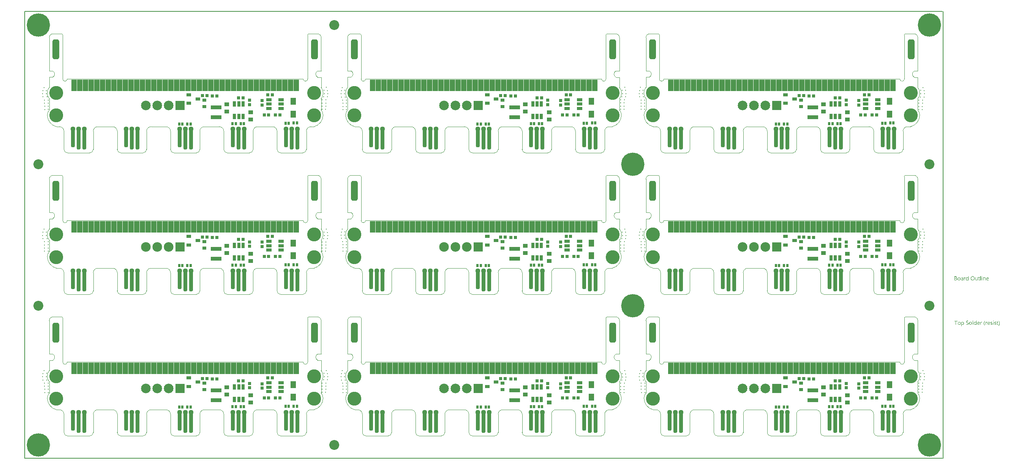
<source format=gts>
G04*
G04 #@! TF.GenerationSoftware,Altium Limited,Altium Designer,21.9.2 (33)*
G04*
G04 Layer_Color=8388736*
%FSAX25Y25*%
%MOIN*%
G70*
G04*
G04 #@! TF.SameCoordinates,9AFEED1E-AE17-47F1-92C9-C8DABB606C96*
G04*
G04*
G04 #@! TF.FilePolarity,Negative*
G04*
G01*
G75*
G04:AMPARAMS|DCode=16|XSize=35.43mil|YSize=188.98mil|CornerRadius=13.82mil|HoleSize=0mil|Usage=FLASHONLY|Rotation=180.000|XOffset=0mil|YOffset=0mil|HoleType=Round|Shape=RoundedRectangle|*
%AMROUNDEDRECTD16*
21,1,0.03543,0.16134,0,0,180.0*
21,1,0.00780,0.18898,0,0,180.0*
1,1,0.02764,-0.00390,0.08067*
1,1,0.02764,0.00390,0.08067*
1,1,0.02764,0.00390,-0.08067*
1,1,0.02764,-0.00390,-0.08067*
%
%ADD16ROUNDEDRECTD16*%
G04:AMPARAMS|DCode=17|XSize=35.43mil|YSize=169.29mil|CornerRadius=13.82mil|HoleSize=0mil|Usage=FLASHONLY|Rotation=180.000|XOffset=0mil|YOffset=0mil|HoleType=Round|Shape=RoundedRectangle|*
%AMROUNDEDRECTD17*
21,1,0.03543,0.14165,0,0,180.0*
21,1,0.00780,0.16929,0,0,180.0*
1,1,0.02764,-0.00390,0.07083*
1,1,0.02764,0.00390,0.07083*
1,1,0.02764,0.00390,-0.07083*
1,1,0.02764,-0.00390,-0.07083*
%
%ADD17ROUNDEDRECTD17*%
%ADD36C,0.00787*%
%ADD37C,0.00394*%
%ADD40C,0.04370*%
%ADD53C,0.08674*%
%ADD54R,0.04921X0.05906*%
%ADD55R,0.01968X0.03150*%
%ADD56R,0.02953X0.04528*%
%ADD57R,0.04528X0.02953*%
%ADD58R,0.04528X0.10433*%
%ADD59R,0.02559X0.02756*%
%ADD60R,0.02559X0.02756*%
%ADD61R,0.04134X0.02953*%
%ADD62R,0.03740X0.02953*%
%ADD63R,0.02756X0.02559*%
%ADD64R,0.09252X0.03740*%
%ADD65R,0.04134X0.03740*%
%ADD66C,0.20485*%
%ADD67C,0.00800*%
G04:AMPARAMS|DCode=68|XSize=57.09mil|YSize=175.2mil|CornerRadius=15.75mil|HoleSize=0mil|Usage=FLASHONLY|Rotation=0.000|XOffset=0mil|YOffset=0mil|HoleType=Round|Shape=RoundedRectangle|*
%AMROUNDEDRECTD68*
21,1,0.05709,0.14370,0,0,0.0*
21,1,0.02559,0.17520,0,0,0.0*
1,1,0.03150,0.01280,-0.07185*
1,1,0.03150,-0.01280,-0.07185*
1,1,0.03150,-0.01280,0.07185*
1,1,0.03150,0.01280,0.07185*
%
%ADD68ROUNDEDRECTD68*%
%ADD69C,0.00591*%
%ADD70C,0.08465*%
%ADD71R,0.08465X0.08465*%
%ADD72C,0.12205*%
G36*
X0820469Y0140433D02*
X0820494D01*
X0820549Y0140408D01*
X0820580Y0140390D01*
X0820611Y0140365D01*
X0820617Y0140358D01*
X0820624Y0140352D01*
X0820655Y0140315D01*
X0820679Y0140253D01*
X0820686Y0140216D01*
X0820692Y0140179D01*
Y0140173D01*
Y0140160D01*
X0820686Y0140142D01*
X0820679Y0140117D01*
X0820661Y0140055D01*
X0820636Y0140024D01*
X0820611Y0139993D01*
X0820605D01*
X0820599Y0139981D01*
X0820562Y0139956D01*
X0820506Y0139931D01*
X0820469Y0139925D01*
X0820432Y0139919D01*
X0820413D01*
X0820395Y0139925D01*
X0820370D01*
X0820308Y0139950D01*
X0820277Y0139962D01*
X0820246Y0139987D01*
Y0139993D01*
X0820234Y0139999D01*
X0820221Y0140018D01*
X0820209Y0140037D01*
X0820184Y0140099D01*
X0820178Y0140136D01*
X0820172Y0140179D01*
Y0140185D01*
Y0140198D01*
X0820178Y0140216D01*
X0820184Y0140247D01*
X0820203Y0140303D01*
X0820221Y0140334D01*
X0820246Y0140365D01*
X0820252Y0140371D01*
X0820259Y0140377D01*
X0820296Y0140402D01*
X0820358Y0140427D01*
X0820395Y0140439D01*
X0820450D01*
X0820469Y0140433D01*
D02*
G37*
G36*
X0808479Y0136768D02*
X0808077D01*
Y0137189D01*
X0808064D01*
Y0137183D01*
X0808052Y0137171D01*
X0808033Y0137146D01*
X0808015Y0137115D01*
X0807984Y0137078D01*
X0807947Y0137041D01*
X0807903Y0136997D01*
X0807854Y0136954D01*
X0807798Y0136905D01*
X0807730Y0136861D01*
X0807662Y0136824D01*
X0807581Y0136787D01*
X0807501Y0136756D01*
X0807408Y0136731D01*
X0807309Y0136719D01*
X0807204Y0136713D01*
X0807160D01*
X0807123Y0136719D01*
X0807086Y0136725D01*
X0807037Y0136731D01*
X0806931Y0136756D01*
X0806808Y0136793D01*
X0806684Y0136855D01*
X0806616Y0136892D01*
X0806560Y0136935D01*
X0806498Y0136991D01*
X0806442Y0137047D01*
Y0137053D01*
X0806430Y0137065D01*
X0806418Y0137084D01*
X0806399Y0137109D01*
X0806380Y0137140D01*
X0806356Y0137183D01*
X0806331Y0137233D01*
X0806306Y0137288D01*
X0806275Y0137350D01*
X0806250Y0137418D01*
X0806226Y0137493D01*
X0806207Y0137573D01*
X0806189Y0137660D01*
X0806176Y0137759D01*
X0806170Y0137858D01*
X0806164Y0137963D01*
Y0137969D01*
Y0137988D01*
Y0138025D01*
X0806170Y0138068D01*
X0806176Y0138118D01*
X0806182Y0138180D01*
X0806189Y0138248D01*
X0806201Y0138322D01*
X0806238Y0138483D01*
X0806294Y0138650D01*
X0806331Y0138731D01*
X0806374Y0138811D01*
X0806418Y0138885D01*
X0806473Y0138960D01*
X0806479Y0138966D01*
X0806486Y0138978D01*
X0806504Y0138997D01*
X0806529Y0139022D01*
X0806560Y0139046D01*
X0806603Y0139077D01*
X0806647Y0139114D01*
X0806696Y0139152D01*
X0806820Y0139220D01*
X0806962Y0139281D01*
X0807043Y0139300D01*
X0807129Y0139319D01*
X0807216Y0139331D01*
X0807315Y0139337D01*
X0807365D01*
X0807402Y0139331D01*
X0807439Y0139325D01*
X0807489Y0139319D01*
X0807600Y0139288D01*
X0807724Y0139238D01*
X0807786Y0139207D01*
X0807847Y0139164D01*
X0807909Y0139120D01*
X0807965Y0139065D01*
X0808015Y0139003D01*
X0808064Y0138929D01*
X0808077D01*
Y0140489D01*
X0808479D01*
Y0136768D01*
D02*
G37*
G36*
X0822747Y0139331D02*
X0822821Y0139325D01*
X0822914Y0139306D01*
X0823013Y0139275D01*
X0823118Y0139226D01*
X0823223Y0139158D01*
X0823267Y0139120D01*
X0823310Y0139071D01*
X0823322Y0139059D01*
X0823347Y0139022D01*
X0823378Y0138960D01*
X0823422Y0138873D01*
X0823459Y0138768D01*
X0823496Y0138638D01*
X0823521Y0138483D01*
X0823527Y0138303D01*
Y0136768D01*
X0823124D01*
Y0138198D01*
Y0138204D01*
Y0138235D01*
X0823118Y0138273D01*
Y0138322D01*
X0823106Y0138384D01*
X0823094Y0138452D01*
X0823075Y0138526D01*
X0823050Y0138601D01*
X0823019Y0138675D01*
X0822982Y0138743D01*
X0822933Y0138811D01*
X0822877Y0138873D01*
X0822815Y0138923D01*
X0822735Y0138960D01*
X0822648Y0138990D01*
X0822543Y0138997D01*
X0822530D01*
X0822493Y0138990D01*
X0822437Y0138984D01*
X0822369Y0138966D01*
X0822289Y0138941D01*
X0822202Y0138898D01*
X0822122Y0138842D01*
X0822041Y0138768D01*
X0822035Y0138755D01*
X0822010Y0138731D01*
X0821979Y0138681D01*
X0821942Y0138613D01*
X0821905Y0138532D01*
X0821874Y0138433D01*
X0821849Y0138322D01*
X0821843Y0138198D01*
Y0136768D01*
X0821441D01*
Y0139281D01*
X0821843D01*
Y0138860D01*
X0821856D01*
X0821862Y0138867D01*
X0821868Y0138879D01*
X0821886Y0138904D01*
X0821911Y0138935D01*
X0821936Y0138972D01*
X0821973Y0139009D01*
X0822016Y0139052D01*
X0822066Y0139102D01*
X0822122Y0139145D01*
X0822184Y0139189D01*
X0822252Y0139226D01*
X0822326Y0139263D01*
X0822400Y0139294D01*
X0822487Y0139319D01*
X0822580Y0139331D01*
X0822679Y0139337D01*
X0822716D01*
X0822747Y0139331D01*
D02*
G37*
G36*
X0805749Y0139319D02*
X0805823Y0139312D01*
X0805867Y0139300D01*
X0805898Y0139288D01*
Y0138873D01*
X0805892Y0138879D01*
X0805879Y0138885D01*
X0805854Y0138898D01*
X0805823Y0138916D01*
X0805780Y0138929D01*
X0805724Y0138941D01*
X0805662Y0138947D01*
X0805594Y0138953D01*
X0805582D01*
X0805551Y0138947D01*
X0805501Y0138941D01*
X0805446Y0138923D01*
X0805371Y0138891D01*
X0805303Y0138848D01*
X0805229Y0138786D01*
X0805161Y0138706D01*
X0805155Y0138693D01*
X0805136Y0138663D01*
X0805105Y0138607D01*
X0805074Y0138532D01*
X0805044Y0138440D01*
X0805013Y0138322D01*
X0804994Y0138192D01*
X0804988Y0138043D01*
Y0136768D01*
X0804585D01*
Y0139281D01*
X0804988D01*
Y0138761D01*
X0805000D01*
Y0138768D01*
X0805006Y0138774D01*
X0805019Y0138805D01*
X0805037Y0138854D01*
X0805068Y0138916D01*
X0805099Y0138978D01*
X0805149Y0139046D01*
X0805198Y0139114D01*
X0805260Y0139176D01*
X0805266Y0139182D01*
X0805291Y0139201D01*
X0805328Y0139226D01*
X0805378Y0139251D01*
X0805433Y0139275D01*
X0805501Y0139300D01*
X0805576Y0139319D01*
X0805656Y0139325D01*
X0805712D01*
X0805749Y0139319D01*
D02*
G37*
G36*
X0816489Y0136768D02*
X0816086D01*
Y0137164D01*
X0816074D01*
Y0137158D01*
X0816062Y0137146D01*
X0816049Y0137121D01*
X0816024Y0137096D01*
X0815969Y0137022D01*
X0815882Y0136942D01*
X0815833Y0136898D01*
X0815777Y0136855D01*
X0815715Y0136818D01*
X0815641Y0136781D01*
X0815566Y0136756D01*
X0815486Y0136731D01*
X0815393Y0136719D01*
X0815300Y0136713D01*
X0815263D01*
X0815220Y0136719D01*
X0815158Y0136731D01*
X0815090Y0136744D01*
X0815016Y0136768D01*
X0814935Y0136799D01*
X0814855Y0136849D01*
X0814768Y0136905D01*
X0814688Y0136973D01*
X0814613Y0137059D01*
X0814545Y0137164D01*
X0814483Y0137282D01*
X0814440Y0137425D01*
X0814415Y0137592D01*
X0814403Y0137678D01*
Y0137777D01*
Y0139281D01*
X0814799D01*
Y0137839D01*
Y0137833D01*
Y0137808D01*
X0814805Y0137765D01*
X0814811Y0137715D01*
X0814818Y0137654D01*
X0814830Y0137592D01*
X0814848Y0137517D01*
X0814873Y0137443D01*
X0814910Y0137369D01*
X0814948Y0137301D01*
X0814997Y0137233D01*
X0815059Y0137171D01*
X0815127Y0137121D01*
X0815207Y0137084D01*
X0815306Y0137053D01*
X0815412Y0137047D01*
X0815424D01*
X0815461Y0137053D01*
X0815517Y0137059D01*
X0815579Y0137072D01*
X0815659Y0137103D01*
X0815740Y0137140D01*
X0815820Y0137189D01*
X0815895Y0137264D01*
X0815901Y0137276D01*
X0815926Y0137301D01*
X0815956Y0137350D01*
X0815994Y0137418D01*
X0816024Y0137499D01*
X0816055Y0137598D01*
X0816080Y0137709D01*
X0816086Y0137833D01*
Y0139281D01*
X0816489D01*
Y0136768D01*
D02*
G37*
G36*
X0820624D02*
X0820221D01*
Y0139281D01*
X0820624D01*
Y0136768D01*
D02*
G37*
G36*
X0819404D02*
X0819002D01*
Y0140489D01*
X0819404D01*
Y0136768D01*
D02*
G37*
G36*
X0803026Y0139331D02*
X0803081Y0139325D01*
X0803149Y0139306D01*
X0803224Y0139288D01*
X0803304Y0139257D01*
X0803391Y0139220D01*
X0803471Y0139170D01*
X0803552Y0139108D01*
X0803626Y0139034D01*
X0803694Y0138941D01*
X0803750Y0138836D01*
X0803793Y0138712D01*
X0803818Y0138570D01*
X0803830Y0138402D01*
Y0136768D01*
X0803428D01*
Y0137158D01*
X0803415D01*
Y0137152D01*
X0803403Y0137140D01*
X0803391Y0137115D01*
X0803366Y0137090D01*
X0803304Y0137016D01*
X0803224Y0136935D01*
X0803112Y0136855D01*
X0802982Y0136781D01*
X0802902Y0136756D01*
X0802821Y0136731D01*
X0802735Y0136719D01*
X0802642Y0136713D01*
X0802605D01*
X0802580Y0136719D01*
X0802512Y0136725D01*
X0802431Y0136737D01*
X0802332Y0136762D01*
X0802239Y0136793D01*
X0802140Y0136843D01*
X0802054Y0136905D01*
X0802048Y0136917D01*
X0802023Y0136942D01*
X0801986Y0136985D01*
X0801948Y0137047D01*
X0801911Y0137121D01*
X0801874Y0137208D01*
X0801849Y0137313D01*
X0801843Y0137431D01*
Y0137437D01*
Y0137462D01*
X0801849Y0137499D01*
X0801856Y0137542D01*
X0801868Y0137598D01*
X0801886Y0137660D01*
X0801911Y0137728D01*
X0801948Y0137796D01*
X0801992Y0137870D01*
X0802048Y0137944D01*
X0802116Y0138013D01*
X0802196Y0138074D01*
X0802289Y0138136D01*
X0802400Y0138186D01*
X0802524Y0138223D01*
X0802673Y0138254D01*
X0803428Y0138359D01*
Y0138365D01*
Y0138384D01*
X0803422Y0138421D01*
Y0138458D01*
X0803409Y0138508D01*
X0803403Y0138563D01*
X0803366Y0138681D01*
X0803335Y0138737D01*
X0803304Y0138793D01*
X0803261Y0138848D01*
X0803211Y0138898D01*
X0803149Y0138941D01*
X0803081Y0138972D01*
X0803001Y0138990D01*
X0802908Y0138997D01*
X0802865D01*
X0802834Y0138990D01*
X0802790D01*
X0802747Y0138978D01*
X0802635Y0138960D01*
X0802512Y0138923D01*
X0802376Y0138867D01*
X0802301Y0138830D01*
X0802233Y0138793D01*
X0802159Y0138743D01*
X0802091Y0138687D01*
Y0139102D01*
X0802097D01*
X0802109Y0139114D01*
X0802128Y0139127D01*
X0802159Y0139139D01*
X0802190Y0139158D01*
X0802233Y0139176D01*
X0802283Y0139195D01*
X0802338Y0139220D01*
X0802462Y0139263D01*
X0802611Y0139300D01*
X0802772Y0139325D01*
X0802945Y0139337D01*
X0802982D01*
X0803026Y0139331D01*
D02*
G37*
G36*
X0797337Y0140278D02*
X0797380D01*
X0797424Y0140272D01*
X0797523Y0140260D01*
X0797640Y0140228D01*
X0797764Y0140191D01*
X0797882Y0140136D01*
X0797987Y0140061D01*
X0797993D01*
X0797999Y0140049D01*
X0798030Y0140024D01*
X0798073Y0139975D01*
X0798123Y0139907D01*
X0798166Y0139820D01*
X0798210Y0139721D01*
X0798241Y0139610D01*
X0798253Y0139548D01*
Y0139479D01*
Y0139473D01*
Y0139467D01*
Y0139430D01*
X0798247Y0139374D01*
X0798235Y0139306D01*
X0798216Y0139220D01*
X0798185Y0139133D01*
X0798148Y0139046D01*
X0798092Y0138960D01*
X0798086Y0138947D01*
X0798061Y0138923D01*
X0798024Y0138885D01*
X0797974Y0138836D01*
X0797913Y0138786D01*
X0797838Y0138731D01*
X0797745Y0138687D01*
X0797646Y0138644D01*
Y0138638D01*
X0797665D01*
X0797683Y0138631D01*
X0797702Y0138625D01*
X0797770Y0138613D01*
X0797851Y0138588D01*
X0797937Y0138551D01*
X0798030Y0138508D01*
X0798123Y0138446D01*
X0798210Y0138365D01*
X0798222Y0138353D01*
X0798247Y0138322D01*
X0798278Y0138279D01*
X0798321Y0138211D01*
X0798358Y0138124D01*
X0798395Y0138025D01*
X0798420Y0137907D01*
X0798426Y0137777D01*
Y0137771D01*
Y0137759D01*
Y0137734D01*
X0798420Y0137703D01*
X0798414Y0137666D01*
X0798408Y0137623D01*
X0798383Y0137517D01*
X0798346Y0137400D01*
X0798290Y0137276D01*
X0798253Y0137220D01*
X0798210Y0137158D01*
X0798154Y0137103D01*
X0798098Y0137047D01*
X0798092D01*
X0798086Y0137034D01*
X0798067Y0137022D01*
X0798043Y0137004D01*
X0798012Y0136985D01*
X0797968Y0136960D01*
X0797875Y0136911D01*
X0797758Y0136855D01*
X0797622Y0136812D01*
X0797461Y0136781D01*
X0797380Y0136775D01*
X0797287Y0136768D01*
X0796260D01*
Y0140284D01*
X0797306D01*
X0797337Y0140278D01*
D02*
G37*
G36*
X0817832Y0139281D02*
X0818470D01*
Y0138935D01*
X0817832D01*
Y0137517D01*
Y0137505D01*
Y0137474D01*
X0817838Y0137431D01*
X0817844Y0137375D01*
X0817869Y0137257D01*
X0817888Y0137202D01*
X0817919Y0137158D01*
X0817925Y0137152D01*
X0817937Y0137140D01*
X0817956Y0137127D01*
X0817987Y0137109D01*
X0818024Y0137084D01*
X0818073Y0137072D01*
X0818135Y0137059D01*
X0818203Y0137053D01*
X0818228D01*
X0818259Y0137059D01*
X0818296Y0137065D01*
X0818383Y0137090D01*
X0818426Y0137109D01*
X0818470Y0137134D01*
Y0136787D01*
X0818463D01*
X0818445Y0136775D01*
X0818414Y0136768D01*
X0818371Y0136756D01*
X0818315Y0136744D01*
X0818253Y0136731D01*
X0818179Y0136725D01*
X0818092Y0136719D01*
X0818061D01*
X0818030Y0136725D01*
X0817987Y0136731D01*
X0817937Y0136744D01*
X0817881Y0136756D01*
X0817826Y0136781D01*
X0817764Y0136812D01*
X0817702Y0136849D01*
X0817640Y0136898D01*
X0817584Y0136954D01*
X0817535Y0137028D01*
X0817492Y0137109D01*
X0817461Y0137208D01*
X0817436Y0137319D01*
X0817430Y0137449D01*
Y0138935D01*
X0817002D01*
Y0139281D01*
X0817430D01*
Y0139894D01*
X0817832Y0140024D01*
Y0139281D01*
D02*
G37*
G36*
X0825359Y0139331D02*
X0825402Y0139325D01*
X0825446Y0139319D01*
X0825557Y0139300D01*
X0825681Y0139257D01*
X0825805Y0139201D01*
X0825867Y0139164D01*
X0825928Y0139120D01*
X0825984Y0139071D01*
X0826040Y0139015D01*
X0826046Y0139009D01*
X0826052Y0139003D01*
X0826065Y0138984D01*
X0826083Y0138960D01*
X0826102Y0138923D01*
X0826127Y0138885D01*
X0826151Y0138842D01*
X0826176Y0138786D01*
X0826201Y0138724D01*
X0826226Y0138663D01*
X0826250Y0138588D01*
X0826269Y0138508D01*
X0826287Y0138421D01*
X0826300Y0138334D01*
X0826312Y0138235D01*
Y0138130D01*
Y0137920D01*
X0824536D01*
Y0137914D01*
Y0137901D01*
Y0137882D01*
X0824542Y0137852D01*
X0824548Y0137814D01*
Y0137777D01*
X0824567Y0137678D01*
X0824598Y0137579D01*
X0824635Y0137468D01*
X0824691Y0137363D01*
X0824759Y0137270D01*
X0824771Y0137257D01*
X0824796Y0137233D01*
X0824845Y0137202D01*
X0824913Y0137158D01*
X0825000Y0137115D01*
X0825099Y0137084D01*
X0825217Y0137059D01*
X0825353Y0137047D01*
X0825396D01*
X0825427Y0137053D01*
X0825464D01*
X0825508Y0137059D01*
X0825613Y0137084D01*
X0825730Y0137115D01*
X0825860Y0137164D01*
X0825997Y0137233D01*
X0826065Y0137276D01*
X0826133Y0137325D01*
Y0136948D01*
X0826127D01*
X0826120Y0136935D01*
X0826102Y0136929D01*
X0826071Y0136911D01*
X0826040Y0136892D01*
X0826003Y0136874D01*
X0825953Y0136855D01*
X0825904Y0136830D01*
X0825842Y0136805D01*
X0825774Y0136787D01*
X0825625Y0136750D01*
X0825452Y0136725D01*
X0825260Y0136713D01*
X0825210D01*
X0825173Y0136719D01*
X0825130Y0136725D01*
X0825074Y0136731D01*
X0824957Y0136756D01*
X0824821Y0136793D01*
X0824684Y0136855D01*
X0824616Y0136898D01*
X0824548Y0136942D01*
X0824486Y0136991D01*
X0824424Y0137053D01*
X0824418Y0137059D01*
X0824412Y0137072D01*
X0824400Y0137090D01*
X0824375Y0137115D01*
X0824356Y0137152D01*
X0824331Y0137195D01*
X0824300Y0137245D01*
X0824276Y0137301D01*
X0824245Y0137363D01*
X0824220Y0137437D01*
X0824189Y0137517D01*
X0824171Y0137604D01*
X0824152Y0137697D01*
X0824133Y0137796D01*
X0824127Y0137901D01*
X0824121Y0138013D01*
Y0138019D01*
Y0138037D01*
Y0138068D01*
X0824127Y0138112D01*
X0824133Y0138161D01*
X0824140Y0138217D01*
X0824146Y0138285D01*
X0824164Y0138353D01*
X0824201Y0138502D01*
X0824257Y0138663D01*
X0824294Y0138743D01*
X0824344Y0138817D01*
X0824393Y0138898D01*
X0824449Y0138966D01*
X0824455Y0138972D01*
X0824468Y0138984D01*
X0824486Y0139003D01*
X0824511Y0139022D01*
X0824542Y0139052D01*
X0824579Y0139083D01*
X0824629Y0139114D01*
X0824678Y0139152D01*
X0824796Y0139220D01*
X0824938Y0139281D01*
X0825019Y0139300D01*
X0825099Y0139319D01*
X0825186Y0139331D01*
X0825279Y0139337D01*
X0825328D01*
X0825359Y0139331D01*
D02*
G37*
G36*
X0812317Y0140340D02*
X0812379Y0140334D01*
X0812453Y0140321D01*
X0812533Y0140303D01*
X0812620Y0140284D01*
X0812707Y0140260D01*
X0812806Y0140228D01*
X0812899Y0140185D01*
X0812998Y0140136D01*
X0813097Y0140080D01*
X0813190Y0140012D01*
X0813282Y0139938D01*
X0813369Y0139851D01*
X0813375Y0139845D01*
X0813388Y0139826D01*
X0813412Y0139801D01*
X0813437Y0139764D01*
X0813474Y0139715D01*
X0813511Y0139653D01*
X0813548Y0139585D01*
X0813592Y0139511D01*
X0813635Y0139418D01*
X0813672Y0139325D01*
X0813710Y0139220D01*
X0813747Y0139102D01*
X0813771Y0138984D01*
X0813796Y0138854D01*
X0813809Y0138712D01*
X0813815Y0138570D01*
Y0138557D01*
Y0138532D01*
Y0138489D01*
X0813809Y0138427D01*
X0813802Y0138353D01*
X0813790Y0138273D01*
X0813778Y0138180D01*
X0813759Y0138074D01*
X0813734Y0137969D01*
X0813703Y0137858D01*
X0813666Y0137746D01*
X0813623Y0137635D01*
X0813567Y0137517D01*
X0813505Y0137412D01*
X0813437Y0137307D01*
X0813357Y0137208D01*
X0813350Y0137202D01*
X0813338Y0137189D01*
X0813307Y0137164D01*
X0813276Y0137134D01*
X0813227Y0137090D01*
X0813171Y0137053D01*
X0813109Y0137004D01*
X0813035Y0136960D01*
X0812954Y0136917D01*
X0812861Y0136867D01*
X0812762Y0136830D01*
X0812651Y0136793D01*
X0812533Y0136756D01*
X0812410Y0136731D01*
X0812280Y0136719D01*
X0812137Y0136713D01*
X0812106D01*
X0812063Y0136719D01*
X0812013D01*
X0811952Y0136725D01*
X0811877Y0136737D01*
X0811797Y0136756D01*
X0811704Y0136775D01*
X0811611Y0136799D01*
X0811512Y0136830D01*
X0811413Y0136874D01*
X0811314Y0136917D01*
X0811215Y0136973D01*
X0811116Y0137041D01*
X0811023Y0137115D01*
X0810936Y0137202D01*
X0810930Y0137208D01*
X0810918Y0137226D01*
X0810893Y0137251D01*
X0810868Y0137288D01*
X0810831Y0137338D01*
X0810794Y0137400D01*
X0810757Y0137468D01*
X0810713Y0137548D01*
X0810670Y0137635D01*
X0810633Y0137728D01*
X0810596Y0137833D01*
X0810559Y0137951D01*
X0810534Y0138068D01*
X0810509Y0138198D01*
X0810497Y0138341D01*
X0810491Y0138483D01*
Y0138495D01*
Y0138520D01*
X0810497Y0138563D01*
Y0138625D01*
X0810503Y0138693D01*
X0810515Y0138780D01*
X0810528Y0138873D01*
X0810546Y0138972D01*
X0810571Y0139077D01*
X0810602Y0139189D01*
X0810639Y0139300D01*
X0810682Y0139411D01*
X0810738Y0139523D01*
X0810800Y0139634D01*
X0810868Y0139740D01*
X0810949Y0139839D01*
X0810955Y0139845D01*
X0810967Y0139863D01*
X0810998Y0139888D01*
X0811035Y0139919D01*
X0811079Y0139956D01*
X0811134Y0139999D01*
X0811203Y0140043D01*
X0811277Y0140092D01*
X0811363Y0140142D01*
X0811456Y0140185D01*
X0811555Y0140228D01*
X0811667Y0140266D01*
X0811790Y0140297D01*
X0811921Y0140328D01*
X0812057Y0140340D01*
X0812199Y0140346D01*
X0812267D01*
X0812317Y0140340D01*
D02*
G37*
G36*
X0800290Y0139331D02*
X0800333Y0139325D01*
X0800389Y0139319D01*
X0800512Y0139294D01*
X0800655Y0139251D01*
X0800797Y0139189D01*
X0800871Y0139152D01*
X0800939Y0139108D01*
X0801008Y0139052D01*
X0801070Y0138990D01*
X0801076Y0138984D01*
X0801082Y0138972D01*
X0801100Y0138953D01*
X0801119Y0138929D01*
X0801144Y0138891D01*
X0801169Y0138848D01*
X0801200Y0138799D01*
X0801230Y0138743D01*
X0801255Y0138675D01*
X0801286Y0138607D01*
X0801311Y0138526D01*
X0801336Y0138440D01*
X0801354Y0138347D01*
X0801373Y0138248D01*
X0801379Y0138143D01*
X0801385Y0138031D01*
Y0138025D01*
Y0138006D01*
Y0137975D01*
X0801379Y0137932D01*
X0801373Y0137882D01*
X0801367Y0137821D01*
X0801354Y0137759D01*
X0801342Y0137684D01*
X0801305Y0137536D01*
X0801243Y0137375D01*
X0801206Y0137294D01*
X0801156Y0137214D01*
X0801107Y0137140D01*
X0801045Y0137072D01*
X0801038Y0137065D01*
X0801026Y0137059D01*
X0801008Y0137041D01*
X0800983Y0137016D01*
X0800946Y0136991D01*
X0800908Y0136960D01*
X0800859Y0136923D01*
X0800803Y0136892D01*
X0800741Y0136861D01*
X0800673Y0136824D01*
X0800599Y0136793D01*
X0800519Y0136768D01*
X0800432Y0136744D01*
X0800339Y0136731D01*
X0800240Y0136719D01*
X0800135Y0136713D01*
X0800079D01*
X0800042Y0136719D01*
X0799999Y0136725D01*
X0799943Y0136731D01*
X0799881Y0136744D01*
X0799813Y0136756D01*
X0799671Y0136799D01*
X0799522Y0136861D01*
X0799448Y0136898D01*
X0799380Y0136948D01*
X0799311Y0136997D01*
X0799243Y0137059D01*
X0799237Y0137065D01*
X0799231Y0137078D01*
X0799213Y0137096D01*
X0799194Y0137121D01*
X0799169Y0137158D01*
X0799138Y0137202D01*
X0799107Y0137251D01*
X0799083Y0137307D01*
X0799052Y0137375D01*
X0799021Y0137443D01*
X0798990Y0137517D01*
X0798965Y0137604D01*
X0798928Y0137790D01*
X0798921Y0137889D01*
X0798915Y0137994D01*
Y0138000D01*
Y0138025D01*
Y0138056D01*
X0798921Y0138099D01*
X0798928Y0138149D01*
X0798934Y0138211D01*
X0798946Y0138279D01*
X0798959Y0138353D01*
X0798996Y0138514D01*
X0799058Y0138675D01*
X0799101Y0138755D01*
X0799144Y0138836D01*
X0799194Y0138910D01*
X0799256Y0138978D01*
X0799262Y0138984D01*
X0799274Y0138997D01*
X0799293Y0139009D01*
X0799318Y0139034D01*
X0799355Y0139059D01*
X0799398Y0139090D01*
X0799448Y0139127D01*
X0799503Y0139158D01*
X0799565Y0139189D01*
X0799640Y0139226D01*
X0799714Y0139257D01*
X0799800Y0139281D01*
X0799887Y0139306D01*
X0799986Y0139325D01*
X0800091Y0139331D01*
X0800197Y0139337D01*
X0800252D01*
X0800290Y0139331D01*
D02*
G37*
G36*
X0830286Y0101371D02*
X0830311D01*
X0830367Y0101346D01*
X0830398Y0101328D01*
X0830429Y0101303D01*
X0830435Y0101297D01*
X0830441Y0101291D01*
X0830472Y0101253D01*
X0830497Y0101191D01*
X0830503Y0101154D01*
X0830509Y0101117D01*
Y0101111D01*
Y0101099D01*
X0830503Y0101080D01*
X0830497Y0101055D01*
X0830478Y0100993D01*
X0830453Y0100962D01*
X0830429Y0100932D01*
X0830422D01*
X0830416Y0100919D01*
X0830379Y0100894D01*
X0830323Y0100870D01*
X0830286Y0100863D01*
X0830249Y0100857D01*
X0830231D01*
X0830212Y0100863D01*
X0830187D01*
X0830125Y0100888D01*
X0830094Y0100900D01*
X0830063Y0100925D01*
Y0100932D01*
X0830051Y0100938D01*
X0830039Y0100956D01*
X0830026Y0100975D01*
X0830002Y0101037D01*
X0829995Y0101074D01*
X0829989Y0101117D01*
Y0101123D01*
Y0101136D01*
X0829995Y0101154D01*
X0830002Y0101185D01*
X0830020Y0101241D01*
X0830039Y0101272D01*
X0830063Y0101303D01*
X0830070Y0101309D01*
X0830076Y0101315D01*
X0830113Y0101340D01*
X0830175Y0101365D01*
X0830212Y0101377D01*
X0830268D01*
X0830286Y0101371D01*
D02*
G37*
G36*
X0807718Y0101278D02*
X0807767D01*
X0807878Y0101266D01*
X0808002Y0101253D01*
X0808126Y0101229D01*
X0808244Y0101198D01*
X0808293Y0101179D01*
X0808343Y0101154D01*
Y0100690D01*
X0808337D01*
X0808330Y0100702D01*
X0808312Y0100709D01*
X0808287Y0100727D01*
X0808256Y0100740D01*
X0808219Y0100758D01*
X0808126Y0100802D01*
X0808015Y0100839D01*
X0807878Y0100876D01*
X0807718Y0100900D01*
X0807544Y0100907D01*
X0807495D01*
X0807458Y0100900D01*
X0807420D01*
X0807371Y0100894D01*
X0807272Y0100876D01*
X0807266D01*
X0807247Y0100870D01*
X0807222Y0100863D01*
X0807191Y0100857D01*
X0807117Y0100826D01*
X0807030Y0100789D01*
X0807024D01*
X0807012Y0100777D01*
X0806993Y0100764D01*
X0806968Y0100746D01*
X0806913Y0100690D01*
X0806857Y0100622D01*
Y0100616D01*
X0806845Y0100603D01*
X0806839Y0100585D01*
X0806826Y0100554D01*
X0806814Y0100517D01*
X0806808Y0100480D01*
X0806795Y0100381D01*
Y0100374D01*
Y0100356D01*
Y0100331D01*
X0806801Y0100300D01*
X0806814Y0100226D01*
X0806845Y0100145D01*
Y0100139D01*
X0806857Y0100127D01*
X0806863Y0100108D01*
X0806882Y0100083D01*
X0806931Y0100028D01*
X0806993Y0099966D01*
X0806999Y0099960D01*
X0807012Y0099953D01*
X0807030Y0099935D01*
X0807061Y0099916D01*
X0807098Y0099892D01*
X0807136Y0099867D01*
X0807235Y0099805D01*
X0807241Y0099799D01*
X0807259Y0099792D01*
X0807290Y0099774D01*
X0807328Y0099755D01*
X0807377Y0099731D01*
X0807433Y0099706D01*
X0807557Y0099644D01*
X0807563Y0099638D01*
X0807588Y0099625D01*
X0807625Y0099607D01*
X0807674Y0099582D01*
X0807730Y0099557D01*
X0807792Y0099520D01*
X0807916Y0099446D01*
X0807922Y0099440D01*
X0807947Y0099427D01*
X0807977Y0099409D01*
X0808021Y0099378D01*
X0808114Y0099304D01*
X0808213Y0099217D01*
X0808219Y0099211D01*
X0808237Y0099198D01*
X0808256Y0099167D01*
X0808287Y0099136D01*
X0808318Y0099093D01*
X0808355Y0099050D01*
X0808417Y0098938D01*
X0808423Y0098932D01*
X0808429Y0098914D01*
X0808442Y0098883D01*
X0808454Y0098839D01*
X0808467Y0098790D01*
X0808479Y0098728D01*
X0808491Y0098666D01*
Y0098592D01*
Y0098579D01*
Y0098548D01*
X0808485Y0098499D01*
X0808479Y0098437D01*
X0808467Y0098369D01*
X0808448Y0098295D01*
X0808423Y0098220D01*
X0808386Y0098152D01*
X0808380Y0098146D01*
X0808368Y0098121D01*
X0808343Y0098090D01*
X0808318Y0098047D01*
X0808275Y0098004D01*
X0808231Y0097954D01*
X0808176Y0097905D01*
X0808114Y0097855D01*
X0808107Y0097849D01*
X0808083Y0097837D01*
X0808046Y0097818D01*
X0807996Y0097793D01*
X0807940Y0097768D01*
X0807872Y0097744D01*
X0807792Y0097719D01*
X0807711Y0097700D01*
X0807699D01*
X0807674Y0097694D01*
X0807631Y0097688D01*
X0807569Y0097676D01*
X0807501Y0097669D01*
X0807420Y0097657D01*
X0807334Y0097651D01*
X0807185D01*
X0807117Y0097657D01*
X0807030Y0097663D01*
X0807012D01*
X0806987Y0097669D01*
X0806956Y0097676D01*
X0806876Y0097682D01*
X0806783Y0097700D01*
X0806777D01*
X0806758Y0097707D01*
X0806733Y0097713D01*
X0806702Y0097719D01*
X0806628Y0097737D01*
X0806541Y0097762D01*
X0806535D01*
X0806523Y0097768D01*
X0806504Y0097775D01*
X0806479Y0097787D01*
X0806418Y0097812D01*
X0806356Y0097849D01*
Y0098332D01*
X0806362Y0098326D01*
X0806374Y0098319D01*
X0806387Y0098307D01*
X0806411Y0098288D01*
X0806479Y0098245D01*
X0806560Y0098195D01*
X0806566D01*
X0806579Y0098189D01*
X0806603Y0098177D01*
X0806634Y0098164D01*
X0806715Y0098127D01*
X0806801Y0098097D01*
X0806808D01*
X0806826Y0098090D01*
X0806851Y0098084D01*
X0806882Y0098078D01*
X0806968Y0098053D01*
X0807061Y0098035D01*
X0807086D01*
X0807111Y0098028D01*
X0807142D01*
X0807216Y0098022D01*
X0807303Y0098016D01*
X0807365D01*
X0807433Y0098022D01*
X0807519Y0098035D01*
X0807612Y0098047D01*
X0807705Y0098072D01*
X0807792Y0098109D01*
X0807872Y0098152D01*
X0807878Y0098158D01*
X0807903Y0098177D01*
X0807934Y0098214D01*
X0807965Y0098257D01*
X0808002Y0098313D01*
X0808027Y0098387D01*
X0808052Y0098468D01*
X0808058Y0098561D01*
Y0098567D01*
Y0098585D01*
Y0098610D01*
X0808052Y0098647D01*
X0808033Y0098728D01*
X0807996Y0098808D01*
Y0098814D01*
X0807984Y0098827D01*
X0807971Y0098845D01*
X0807953Y0098870D01*
X0807897Y0098932D01*
X0807823Y0099000D01*
X0807817Y0099006D01*
X0807804Y0099019D01*
X0807779Y0099031D01*
X0807749Y0099056D01*
X0807711Y0099081D01*
X0807668Y0099112D01*
X0807563Y0099167D01*
X0807557Y0099173D01*
X0807538Y0099180D01*
X0807507Y0099198D01*
X0807464Y0099217D01*
X0807420Y0099248D01*
X0807365Y0099273D01*
X0807235Y0099341D01*
X0807228Y0099347D01*
X0807204Y0099359D01*
X0807167Y0099378D01*
X0807123Y0099396D01*
X0807074Y0099427D01*
X0807018Y0099458D01*
X0806894Y0099526D01*
X0806888Y0099533D01*
X0806870Y0099545D01*
X0806839Y0099563D01*
X0806801Y0099588D01*
X0806709Y0099656D01*
X0806616Y0099737D01*
X0806610Y0099743D01*
X0806597Y0099755D01*
X0806572Y0099780D01*
X0806548Y0099811D01*
X0806517Y0099854D01*
X0806486Y0099898D01*
X0806430Y0099997D01*
Y0100003D01*
X0806418Y0100022D01*
X0806411Y0100052D01*
X0806399Y0100096D01*
X0806387Y0100145D01*
X0806374Y0100207D01*
X0806368Y0100269D01*
X0806362Y0100343D01*
Y0100356D01*
Y0100387D01*
X0806368Y0100430D01*
X0806374Y0100486D01*
X0806387Y0100554D01*
X0806405Y0100622D01*
X0806430Y0100690D01*
X0806467Y0100758D01*
X0806473Y0100764D01*
X0806486Y0100789D01*
X0806511Y0100820D01*
X0806541Y0100863D01*
X0806579Y0100907D01*
X0806628Y0100956D01*
X0806684Y0101006D01*
X0806746Y0101049D01*
X0806752Y0101055D01*
X0806777Y0101068D01*
X0806814Y0101092D01*
X0806857Y0101117D01*
X0806919Y0101142D01*
X0806981Y0101173D01*
X0807055Y0101198D01*
X0807136Y0101222D01*
X0807148D01*
X0807173Y0101235D01*
X0807216Y0101241D01*
X0807278Y0101253D01*
X0807346Y0101266D01*
X0807420Y0101272D01*
X0807588Y0101284D01*
X0807674D01*
X0807718Y0101278D01*
D02*
G37*
G36*
X0815449Y0097707D02*
X0815047D01*
Y0098127D01*
X0815034D01*
Y0098121D01*
X0815022Y0098109D01*
X0815003Y0098084D01*
X0814985Y0098053D01*
X0814954Y0098016D01*
X0814917Y0097979D01*
X0814873Y0097935D01*
X0814824Y0097892D01*
X0814768Y0097843D01*
X0814700Y0097799D01*
X0814632Y0097762D01*
X0814551Y0097725D01*
X0814471Y0097694D01*
X0814378Y0097669D01*
X0814279Y0097657D01*
X0814174Y0097651D01*
X0814130D01*
X0814093Y0097657D01*
X0814056Y0097663D01*
X0814007Y0097669D01*
X0813901Y0097694D01*
X0813778Y0097731D01*
X0813654Y0097793D01*
X0813586Y0097830D01*
X0813530Y0097874D01*
X0813468Y0097929D01*
X0813412Y0097985D01*
Y0097991D01*
X0813400Y0098004D01*
X0813388Y0098022D01*
X0813369Y0098047D01*
X0813350Y0098078D01*
X0813326Y0098121D01*
X0813301Y0098171D01*
X0813276Y0098226D01*
X0813245Y0098288D01*
X0813220Y0098356D01*
X0813196Y0098431D01*
X0813177Y0098511D01*
X0813159Y0098598D01*
X0813146Y0098697D01*
X0813140Y0098796D01*
X0813134Y0098901D01*
Y0098907D01*
Y0098926D01*
Y0098963D01*
X0813140Y0099006D01*
X0813146Y0099056D01*
X0813152Y0099118D01*
X0813159Y0099186D01*
X0813171Y0099260D01*
X0813208Y0099421D01*
X0813264Y0099588D01*
X0813301Y0099669D01*
X0813344Y0099749D01*
X0813388Y0099823D01*
X0813443Y0099898D01*
X0813449Y0099904D01*
X0813456Y0099916D01*
X0813474Y0099935D01*
X0813499Y0099960D01*
X0813530Y0099984D01*
X0813573Y0100015D01*
X0813617Y0100052D01*
X0813666Y0100090D01*
X0813790Y0100158D01*
X0813932Y0100220D01*
X0814013Y0100238D01*
X0814099Y0100257D01*
X0814186Y0100269D01*
X0814285Y0100275D01*
X0814335D01*
X0814372Y0100269D01*
X0814409Y0100263D01*
X0814458Y0100257D01*
X0814570Y0100226D01*
X0814694Y0100176D01*
X0814756Y0100145D01*
X0814818Y0100102D01*
X0814879Y0100059D01*
X0814935Y0100003D01*
X0814985Y0099941D01*
X0815034Y0099867D01*
X0815047D01*
Y0101427D01*
X0815449D01*
Y0097707D01*
D02*
G37*
G36*
X0803502Y0100269D02*
X0803545Y0100263D01*
X0803589Y0100257D01*
X0803700Y0100232D01*
X0803824Y0100195D01*
X0803948Y0100133D01*
X0804010Y0100096D01*
X0804072Y0100046D01*
X0804127Y0099997D01*
X0804183Y0099935D01*
X0804189Y0099929D01*
X0804195Y0099923D01*
X0804208Y0099898D01*
X0804226Y0099873D01*
X0804245Y0099842D01*
X0804270Y0099799D01*
X0804294Y0099749D01*
X0804319Y0099700D01*
X0804344Y0099638D01*
X0804369Y0099570D01*
X0804393Y0099495D01*
X0804412Y0099415D01*
X0804443Y0099235D01*
X0804455Y0099136D01*
Y0099031D01*
Y0099025D01*
Y0099006D01*
Y0098969D01*
X0804449Y0098926D01*
Y0098876D01*
X0804437Y0098814D01*
X0804431Y0098746D01*
X0804418Y0098672D01*
X0804381Y0098511D01*
X0804325Y0098344D01*
X0804288Y0098264D01*
X0804251Y0098183D01*
X0804202Y0098103D01*
X0804146Y0098028D01*
X0804140Y0098022D01*
X0804134Y0098010D01*
X0804115Y0097991D01*
X0804090Y0097973D01*
X0804059Y0097942D01*
X0804022Y0097911D01*
X0803979Y0097874D01*
X0803929Y0097843D01*
X0803874Y0097806D01*
X0803812Y0097768D01*
X0803663Y0097713D01*
X0803583Y0097688D01*
X0803502Y0097669D01*
X0803409Y0097657D01*
X0803310Y0097651D01*
X0803261D01*
X0803230Y0097657D01*
X0803186Y0097663D01*
X0803143Y0097676D01*
X0803032Y0097700D01*
X0802914Y0097750D01*
X0802846Y0097787D01*
X0802784Y0097824D01*
X0802722Y0097874D01*
X0802666Y0097929D01*
X0802605Y0097991D01*
X0802555Y0098066D01*
X0802543D01*
Y0096555D01*
X0802140D01*
Y0100220D01*
X0802543D01*
Y0099774D01*
X0802555D01*
X0802561Y0099780D01*
X0802567Y0099799D01*
X0802586Y0099823D01*
X0802611Y0099854D01*
X0802642Y0099892D01*
X0802679Y0099935D01*
X0802722Y0099978D01*
X0802778Y0100028D01*
X0802834Y0100071D01*
X0802896Y0100114D01*
X0802970Y0100158D01*
X0803044Y0100195D01*
X0803131Y0100232D01*
X0803224Y0100257D01*
X0803316Y0100269D01*
X0803422Y0100275D01*
X0803471D01*
X0803502Y0100269D01*
D02*
G37*
G36*
X0832193D02*
X0832273Y0100263D01*
X0832360Y0100251D01*
X0832459Y0100226D01*
X0832558Y0100201D01*
X0832657Y0100164D01*
Y0099755D01*
X0832645Y0099762D01*
X0832607Y0099786D01*
X0832552Y0099811D01*
X0832477Y0099848D01*
X0832385Y0099879D01*
X0832273Y0099910D01*
X0832150Y0099929D01*
X0832020Y0099935D01*
X0831951D01*
X0831890Y0099923D01*
X0831815Y0099910D01*
X0831809D01*
X0831803Y0099904D01*
X0831766Y0099892D01*
X0831716Y0099867D01*
X0831660Y0099836D01*
X0831648Y0099830D01*
X0831623Y0099805D01*
X0831592Y0099768D01*
X0831561Y0099724D01*
X0831555Y0099712D01*
X0831543Y0099681D01*
X0831530Y0099638D01*
X0831524Y0099582D01*
Y0099576D01*
Y0099563D01*
Y0099545D01*
X0831530Y0099526D01*
X0831543Y0099471D01*
X0831561Y0099415D01*
X0831568Y0099402D01*
X0831586Y0099378D01*
X0831623Y0099341D01*
X0831667Y0099297D01*
X0831673D01*
X0831679Y0099291D01*
X0831716Y0099266D01*
X0831766Y0099235D01*
X0831834Y0099204D01*
X0831840D01*
X0831852Y0099198D01*
X0831871Y0099192D01*
X0831902Y0099180D01*
X0831970Y0099155D01*
X0832057Y0099118D01*
X0832063D01*
X0832088Y0099105D01*
X0832119Y0099093D01*
X0832156Y0099081D01*
X0832255Y0099037D01*
X0832354Y0098988D01*
X0832360D01*
X0832378Y0098975D01*
X0832403Y0098963D01*
X0832434Y0098944D01*
X0832508Y0098895D01*
X0832583Y0098833D01*
X0832589Y0098827D01*
X0832601Y0098821D01*
X0832614Y0098802D01*
X0832638Y0098777D01*
X0832682Y0098715D01*
X0832725Y0098635D01*
Y0098629D01*
X0832731Y0098616D01*
X0832744Y0098592D01*
X0832750Y0098561D01*
X0832762Y0098524D01*
X0832769Y0098480D01*
X0832775Y0098375D01*
Y0098369D01*
Y0098344D01*
X0832769Y0098307D01*
X0832762Y0098264D01*
X0832756Y0098214D01*
X0832738Y0098158D01*
X0832719Y0098109D01*
X0832688Y0098053D01*
X0832682Y0098047D01*
X0832676Y0098028D01*
X0832657Y0098004D01*
X0832632Y0097973D01*
X0832601Y0097935D01*
X0832564Y0097898D01*
X0832471Y0097824D01*
X0832465Y0097818D01*
X0832447Y0097812D01*
X0832422Y0097793D01*
X0832378Y0097775D01*
X0832335Y0097750D01*
X0832279Y0097731D01*
X0832224Y0097713D01*
X0832156Y0097694D01*
X0832150D01*
X0832125Y0097688D01*
X0832088Y0097682D01*
X0832044Y0097676D01*
X0831982Y0097663D01*
X0831920Y0097657D01*
X0831778Y0097651D01*
X0831716D01*
X0831642Y0097657D01*
X0831549Y0097669D01*
X0831444Y0097688D01*
X0831332Y0097713D01*
X0831221Y0097744D01*
X0831110Y0097793D01*
Y0098226D01*
X0831116D01*
X0831122Y0098214D01*
X0831141Y0098202D01*
X0831165Y0098189D01*
X0831233Y0098152D01*
X0831326Y0098109D01*
X0831431Y0098059D01*
X0831555Y0098022D01*
X0831691Y0097997D01*
X0831834Y0097985D01*
X0831883D01*
X0831914Y0097991D01*
X0832001Y0098004D01*
X0832100Y0098028D01*
X0832193Y0098072D01*
X0832236Y0098103D01*
X0832279Y0098134D01*
X0832310Y0098177D01*
X0832335Y0098220D01*
X0832354Y0098276D01*
X0832360Y0098338D01*
Y0098344D01*
Y0098356D01*
Y0098375D01*
X0832354Y0098394D01*
X0832341Y0098449D01*
X0832317Y0098505D01*
Y0098511D01*
X0832310Y0098517D01*
X0832286Y0098548D01*
X0832248Y0098592D01*
X0832193Y0098629D01*
X0832187D01*
X0832180Y0098641D01*
X0832143Y0098660D01*
X0832088Y0098697D01*
X0832013Y0098728D01*
X0832007D01*
X0831995Y0098734D01*
X0831976Y0098746D01*
X0831945Y0098759D01*
X0831877Y0098783D01*
X0831790Y0098821D01*
X0831784D01*
X0831759Y0098833D01*
X0831728Y0098845D01*
X0831691Y0098858D01*
X0831592Y0098901D01*
X0831493Y0098951D01*
X0831487Y0098957D01*
X0831475Y0098963D01*
X0831450Y0098975D01*
X0831419Y0098994D01*
X0831351Y0099044D01*
X0831283Y0099099D01*
X0831277Y0099105D01*
X0831271Y0099112D01*
X0831252Y0099130D01*
X0831233Y0099155D01*
X0831190Y0099217D01*
X0831153Y0099291D01*
Y0099297D01*
X0831147Y0099310D01*
X0831141Y0099335D01*
X0831134Y0099365D01*
X0831128Y0099402D01*
X0831122Y0099446D01*
X0831116Y0099551D01*
Y0099557D01*
Y0099582D01*
X0831122Y0099613D01*
X0831128Y0099656D01*
X0831134Y0099706D01*
X0831153Y0099755D01*
X0831171Y0099811D01*
X0831196Y0099861D01*
X0831202Y0099867D01*
X0831209Y0099885D01*
X0831227Y0099910D01*
X0831252Y0099941D01*
X0831320Y0100015D01*
X0831407Y0100090D01*
X0831413Y0100096D01*
X0831431Y0100102D01*
X0831456Y0100121D01*
X0831499Y0100139D01*
X0831543Y0100164D01*
X0831592Y0100189D01*
X0831716Y0100226D01*
X0831722D01*
X0831747Y0100232D01*
X0831778Y0100244D01*
X0831828Y0100251D01*
X0831877Y0100263D01*
X0831939Y0100269D01*
X0832075Y0100275D01*
X0832131D01*
X0832193Y0100269D01*
D02*
G37*
G36*
X0828838D02*
X0828918Y0100263D01*
X0829005Y0100251D01*
X0829104Y0100226D01*
X0829203Y0100201D01*
X0829302Y0100164D01*
Y0099755D01*
X0829290Y0099762D01*
X0829253Y0099786D01*
X0829197Y0099811D01*
X0829123Y0099848D01*
X0829030Y0099879D01*
X0828918Y0099910D01*
X0828794Y0099929D01*
X0828664Y0099935D01*
X0828596D01*
X0828535Y0099923D01*
X0828460Y0099910D01*
X0828454D01*
X0828448Y0099904D01*
X0828411Y0099892D01*
X0828361Y0099867D01*
X0828306Y0099836D01*
X0828293Y0099830D01*
X0828268Y0099805D01*
X0828237Y0099768D01*
X0828206Y0099724D01*
X0828200Y0099712D01*
X0828188Y0099681D01*
X0828176Y0099638D01*
X0828169Y0099582D01*
Y0099576D01*
Y0099563D01*
Y0099545D01*
X0828176Y0099526D01*
X0828188Y0099471D01*
X0828206Y0099415D01*
X0828213Y0099402D01*
X0828231Y0099378D01*
X0828268Y0099341D01*
X0828312Y0099297D01*
X0828318D01*
X0828324Y0099291D01*
X0828361Y0099266D01*
X0828411Y0099235D01*
X0828479Y0099204D01*
X0828485D01*
X0828497Y0099198D01*
X0828516Y0099192D01*
X0828547Y0099180D01*
X0828615Y0099155D01*
X0828702Y0099118D01*
X0828708D01*
X0828733Y0099105D01*
X0828763Y0099093D01*
X0828801Y0099081D01*
X0828900Y0099037D01*
X0828999Y0098988D01*
X0829005D01*
X0829023Y0098975D01*
X0829048Y0098963D01*
X0829079Y0098944D01*
X0829154Y0098895D01*
X0829228Y0098833D01*
X0829234Y0098827D01*
X0829246Y0098821D01*
X0829259Y0098802D01*
X0829284Y0098777D01*
X0829327Y0098715D01*
X0829370Y0098635D01*
Y0098629D01*
X0829376Y0098616D01*
X0829389Y0098592D01*
X0829395Y0098561D01*
X0829407Y0098524D01*
X0829414Y0098480D01*
X0829420Y0098375D01*
Y0098369D01*
Y0098344D01*
X0829414Y0098307D01*
X0829407Y0098264D01*
X0829401Y0098214D01*
X0829383Y0098158D01*
X0829364Y0098109D01*
X0829333Y0098053D01*
X0829327Y0098047D01*
X0829321Y0098028D01*
X0829302Y0098004D01*
X0829277Y0097973D01*
X0829246Y0097935D01*
X0829209Y0097898D01*
X0829116Y0097824D01*
X0829110Y0097818D01*
X0829092Y0097812D01*
X0829067Y0097793D01*
X0829023Y0097775D01*
X0828980Y0097750D01*
X0828924Y0097731D01*
X0828869Y0097713D01*
X0828801Y0097694D01*
X0828794D01*
X0828770Y0097688D01*
X0828733Y0097682D01*
X0828689Y0097676D01*
X0828627Y0097663D01*
X0828566Y0097657D01*
X0828423Y0097651D01*
X0828361D01*
X0828287Y0097657D01*
X0828194Y0097669D01*
X0828089Y0097688D01*
X0827977Y0097713D01*
X0827866Y0097744D01*
X0827755Y0097793D01*
Y0098226D01*
X0827761D01*
X0827767Y0098214D01*
X0827785Y0098202D01*
X0827810Y0098189D01*
X0827878Y0098152D01*
X0827971Y0098109D01*
X0828076Y0098059D01*
X0828200Y0098022D01*
X0828336Y0097997D01*
X0828479Y0097985D01*
X0828528D01*
X0828559Y0097991D01*
X0828646Y0098004D01*
X0828745Y0098028D01*
X0828838Y0098072D01*
X0828881Y0098103D01*
X0828924Y0098134D01*
X0828955Y0098177D01*
X0828980Y0098220D01*
X0828999Y0098276D01*
X0829005Y0098338D01*
Y0098344D01*
Y0098356D01*
Y0098375D01*
X0828999Y0098394D01*
X0828986Y0098449D01*
X0828962Y0098505D01*
Y0098511D01*
X0828955Y0098517D01*
X0828931Y0098548D01*
X0828893Y0098592D01*
X0828838Y0098629D01*
X0828832D01*
X0828825Y0098641D01*
X0828788Y0098660D01*
X0828733Y0098697D01*
X0828658Y0098728D01*
X0828652D01*
X0828640Y0098734D01*
X0828621Y0098746D01*
X0828590Y0098759D01*
X0828522Y0098783D01*
X0828436Y0098821D01*
X0828429D01*
X0828405Y0098833D01*
X0828374Y0098845D01*
X0828336Y0098858D01*
X0828237Y0098901D01*
X0828138Y0098951D01*
X0828132Y0098957D01*
X0828120Y0098963D01*
X0828095Y0098975D01*
X0828064Y0098994D01*
X0827996Y0099044D01*
X0827928Y0099099D01*
X0827922Y0099105D01*
X0827915Y0099112D01*
X0827897Y0099130D01*
X0827878Y0099155D01*
X0827835Y0099217D01*
X0827798Y0099291D01*
Y0099297D01*
X0827792Y0099310D01*
X0827785Y0099335D01*
X0827779Y0099365D01*
X0827773Y0099402D01*
X0827767Y0099446D01*
X0827761Y0099551D01*
Y0099557D01*
Y0099582D01*
X0827767Y0099613D01*
X0827773Y0099656D01*
X0827779Y0099706D01*
X0827798Y0099755D01*
X0827816Y0099811D01*
X0827841Y0099861D01*
X0827847Y0099867D01*
X0827854Y0099885D01*
X0827872Y0099910D01*
X0827897Y0099941D01*
X0827965Y0100015D01*
X0828052Y0100090D01*
X0828058Y0100096D01*
X0828076Y0100102D01*
X0828101Y0100121D01*
X0828144Y0100139D01*
X0828188Y0100164D01*
X0828237Y0100189D01*
X0828361Y0100226D01*
X0828367D01*
X0828392Y0100232D01*
X0828423Y0100244D01*
X0828473Y0100251D01*
X0828522Y0100263D01*
X0828584Y0100269D01*
X0828720Y0100275D01*
X0828776D01*
X0828838Y0100269D01*
D02*
G37*
G36*
X0824691Y0100257D02*
X0824765Y0100251D01*
X0824808Y0100238D01*
X0824839Y0100226D01*
Y0099811D01*
X0824833Y0099817D01*
X0824821Y0099823D01*
X0824796Y0099836D01*
X0824765Y0099854D01*
X0824722Y0099867D01*
X0824666Y0099879D01*
X0824604Y0099885D01*
X0824536Y0099892D01*
X0824523D01*
X0824492Y0099885D01*
X0824443Y0099879D01*
X0824387Y0099861D01*
X0824313Y0099830D01*
X0824245Y0099786D01*
X0824171Y0099724D01*
X0824102Y0099644D01*
X0824096Y0099632D01*
X0824078Y0099601D01*
X0824047Y0099545D01*
X0824016Y0099471D01*
X0823985Y0099378D01*
X0823954Y0099260D01*
X0823935Y0099130D01*
X0823929Y0098982D01*
Y0097707D01*
X0823527D01*
Y0100220D01*
X0823929D01*
Y0099700D01*
X0823942D01*
Y0099706D01*
X0823948Y0099712D01*
X0823960Y0099743D01*
X0823979Y0099792D01*
X0824010Y0099854D01*
X0824041Y0099916D01*
X0824090Y0099984D01*
X0824140Y0100052D01*
X0824201Y0100114D01*
X0824208Y0100121D01*
X0824232Y0100139D01*
X0824270Y0100164D01*
X0824319Y0100189D01*
X0824375Y0100213D01*
X0824443Y0100238D01*
X0824517Y0100257D01*
X0824598Y0100263D01*
X0824653D01*
X0824691Y0100257D01*
D02*
G37*
G36*
X0820054D02*
X0820129Y0100251D01*
X0820172Y0100238D01*
X0820203Y0100226D01*
Y0099811D01*
X0820197Y0099817D01*
X0820184Y0099823D01*
X0820159Y0099836D01*
X0820129Y0099854D01*
X0820085Y0099867D01*
X0820029Y0099879D01*
X0819967Y0099885D01*
X0819899Y0099892D01*
X0819887D01*
X0819856Y0099885D01*
X0819807Y0099879D01*
X0819751Y0099861D01*
X0819677Y0099830D01*
X0819608Y0099786D01*
X0819534Y0099724D01*
X0819466Y0099644D01*
X0819460Y0099632D01*
X0819441Y0099601D01*
X0819410Y0099545D01*
X0819380Y0099471D01*
X0819349Y0099378D01*
X0819318Y0099260D01*
X0819299Y0099130D01*
X0819293Y0098982D01*
Y0097707D01*
X0818890D01*
Y0100220D01*
X0819293D01*
Y0099700D01*
X0819305D01*
Y0099706D01*
X0819311Y0099712D01*
X0819324Y0099743D01*
X0819342Y0099792D01*
X0819373Y0099854D01*
X0819404Y0099916D01*
X0819454Y0099984D01*
X0819503Y0100052D01*
X0819565Y0100114D01*
X0819571Y0100121D01*
X0819596Y0100139D01*
X0819633Y0100164D01*
X0819683Y0100189D01*
X0819738Y0100213D01*
X0819807Y0100238D01*
X0819881Y0100257D01*
X0819961Y0100263D01*
X0820017D01*
X0820054Y0100257D01*
D02*
G37*
G36*
X0830441Y0097707D02*
X0830039D01*
Y0100220D01*
X0830441D01*
Y0097707D01*
D02*
G37*
G36*
X0812484D02*
X0812082D01*
Y0101427D01*
X0812484D01*
Y0097707D01*
D02*
G37*
G36*
X0798699Y0100851D02*
X0797683D01*
Y0097707D01*
X0797275D01*
Y0100851D01*
X0796260D01*
Y0101222D01*
X0798699D01*
Y0100851D01*
D02*
G37*
G36*
X0833926Y0100220D02*
X0834564D01*
Y0099873D01*
X0833926D01*
Y0098456D01*
Y0098443D01*
Y0098412D01*
X0833932Y0098369D01*
X0833938Y0098313D01*
X0833963Y0098195D01*
X0833982Y0098140D01*
X0834013Y0098097D01*
X0834019Y0098090D01*
X0834031Y0098078D01*
X0834050Y0098066D01*
X0834081Y0098047D01*
X0834118Y0098022D01*
X0834167Y0098010D01*
X0834229Y0097997D01*
X0834297Y0097991D01*
X0834322D01*
X0834353Y0097997D01*
X0834390Y0098004D01*
X0834477Y0098028D01*
X0834520Y0098047D01*
X0834564Y0098072D01*
Y0097725D01*
X0834557D01*
X0834539Y0097713D01*
X0834508Y0097707D01*
X0834464Y0097694D01*
X0834409Y0097682D01*
X0834347Y0097669D01*
X0834273Y0097663D01*
X0834186Y0097657D01*
X0834155D01*
X0834124Y0097663D01*
X0834081Y0097669D01*
X0834031Y0097682D01*
X0833976Y0097694D01*
X0833920Y0097719D01*
X0833858Y0097750D01*
X0833796Y0097787D01*
X0833734Y0097837D01*
X0833678Y0097892D01*
X0833629Y0097966D01*
X0833585Y0098047D01*
X0833555Y0098146D01*
X0833530Y0098257D01*
X0833524Y0098387D01*
Y0099873D01*
X0833097D01*
Y0100220D01*
X0833524D01*
Y0100832D01*
X0833926Y0100962D01*
Y0100220D01*
D02*
G37*
G36*
X0826343Y0100269D02*
X0826387Y0100263D01*
X0826430Y0100257D01*
X0826541Y0100238D01*
X0826665Y0100195D01*
X0826789Y0100139D01*
X0826851Y0100102D01*
X0826913Y0100059D01*
X0826968Y0100009D01*
X0827024Y0099953D01*
X0827030Y0099947D01*
X0827036Y0099941D01*
X0827049Y0099923D01*
X0827067Y0099898D01*
X0827086Y0099861D01*
X0827111Y0099823D01*
X0827136Y0099780D01*
X0827160Y0099724D01*
X0827185Y0099663D01*
X0827210Y0099601D01*
X0827235Y0099526D01*
X0827253Y0099446D01*
X0827272Y0099359D01*
X0827284Y0099273D01*
X0827297Y0099173D01*
Y0099068D01*
Y0098858D01*
X0825520D01*
Y0098852D01*
Y0098839D01*
Y0098821D01*
X0825526Y0098790D01*
X0825532Y0098753D01*
Y0098715D01*
X0825551Y0098616D01*
X0825582Y0098517D01*
X0825619Y0098406D01*
X0825675Y0098301D01*
X0825743Y0098208D01*
X0825755Y0098195D01*
X0825780Y0098171D01*
X0825830Y0098140D01*
X0825898Y0098097D01*
X0825984Y0098053D01*
X0826083Y0098022D01*
X0826201Y0097997D01*
X0826337Y0097985D01*
X0826380D01*
X0826411Y0097991D01*
X0826449D01*
X0826492Y0097997D01*
X0826597Y0098022D01*
X0826715Y0098053D01*
X0826845Y0098103D01*
X0826981Y0098171D01*
X0827049Y0098214D01*
X0827117Y0098264D01*
Y0097886D01*
X0827111D01*
X0827105Y0097874D01*
X0827086Y0097867D01*
X0827055Y0097849D01*
X0827024Y0097830D01*
X0826987Y0097812D01*
X0826937Y0097793D01*
X0826888Y0097768D01*
X0826826Y0097744D01*
X0826758Y0097725D01*
X0826609Y0097688D01*
X0826436Y0097663D01*
X0826244Y0097651D01*
X0826195D01*
X0826157Y0097657D01*
X0826114Y0097663D01*
X0826058Y0097669D01*
X0825941Y0097694D01*
X0825805Y0097731D01*
X0825669Y0097793D01*
X0825600Y0097837D01*
X0825532Y0097880D01*
X0825470Y0097929D01*
X0825408Y0097991D01*
X0825402Y0097997D01*
X0825396Y0098010D01*
X0825384Y0098028D01*
X0825359Y0098053D01*
X0825340Y0098090D01*
X0825316Y0098134D01*
X0825285Y0098183D01*
X0825260Y0098239D01*
X0825229Y0098301D01*
X0825204Y0098375D01*
X0825173Y0098456D01*
X0825155Y0098542D01*
X0825136Y0098635D01*
X0825118Y0098734D01*
X0825111Y0098839D01*
X0825105Y0098951D01*
Y0098957D01*
Y0098975D01*
Y0099006D01*
X0825111Y0099050D01*
X0825118Y0099099D01*
X0825124Y0099155D01*
X0825130Y0099223D01*
X0825149Y0099291D01*
X0825186Y0099440D01*
X0825241Y0099601D01*
X0825279Y0099681D01*
X0825328Y0099755D01*
X0825378Y0099836D01*
X0825433Y0099904D01*
X0825439Y0099910D01*
X0825452Y0099923D01*
X0825470Y0099941D01*
X0825495Y0099960D01*
X0825526Y0099991D01*
X0825563Y0100022D01*
X0825613Y0100052D01*
X0825662Y0100090D01*
X0825780Y0100158D01*
X0825922Y0100220D01*
X0826003Y0100238D01*
X0826083Y0100257D01*
X0826170Y0100269D01*
X0826263Y0100275D01*
X0826312D01*
X0826343Y0100269D01*
D02*
G37*
G36*
X0817331D02*
X0817374Y0100263D01*
X0817417Y0100257D01*
X0817529Y0100238D01*
X0817653Y0100195D01*
X0817776Y0100139D01*
X0817838Y0100102D01*
X0817900Y0100059D01*
X0817956Y0100009D01*
X0818011Y0099953D01*
X0818018Y0099947D01*
X0818024Y0099941D01*
X0818036Y0099923D01*
X0818055Y0099898D01*
X0818073Y0099861D01*
X0818098Y0099823D01*
X0818123Y0099780D01*
X0818148Y0099724D01*
X0818172Y0099663D01*
X0818197Y0099601D01*
X0818222Y0099526D01*
X0818241Y0099446D01*
X0818259Y0099359D01*
X0818272Y0099273D01*
X0818284Y0099173D01*
Y0099068D01*
Y0098858D01*
X0816507D01*
Y0098852D01*
Y0098839D01*
Y0098821D01*
X0816514Y0098790D01*
X0816520Y0098753D01*
Y0098715D01*
X0816538Y0098616D01*
X0816569Y0098517D01*
X0816606Y0098406D01*
X0816662Y0098301D01*
X0816730Y0098208D01*
X0816743Y0098195D01*
X0816767Y0098171D01*
X0816817Y0098140D01*
X0816885Y0098097D01*
X0816972Y0098053D01*
X0817071Y0098022D01*
X0817188Y0097997D01*
X0817324Y0097985D01*
X0817368D01*
X0817399Y0097991D01*
X0817436D01*
X0817479Y0097997D01*
X0817584Y0098022D01*
X0817702Y0098053D01*
X0817832Y0098103D01*
X0817968Y0098171D01*
X0818036Y0098214D01*
X0818104Y0098264D01*
Y0097886D01*
X0818098D01*
X0818092Y0097874D01*
X0818073Y0097867D01*
X0818042Y0097849D01*
X0818011Y0097830D01*
X0817974Y0097812D01*
X0817925Y0097793D01*
X0817875Y0097768D01*
X0817813Y0097744D01*
X0817745Y0097725D01*
X0817597Y0097688D01*
X0817423Y0097663D01*
X0817232Y0097651D01*
X0817182D01*
X0817145Y0097657D01*
X0817102Y0097663D01*
X0817046Y0097669D01*
X0816928Y0097694D01*
X0816792Y0097731D01*
X0816656Y0097793D01*
X0816588Y0097837D01*
X0816520Y0097880D01*
X0816458Y0097929D01*
X0816396Y0097991D01*
X0816390Y0097997D01*
X0816383Y0098010D01*
X0816371Y0098028D01*
X0816346Y0098053D01*
X0816328Y0098090D01*
X0816303Y0098134D01*
X0816272Y0098183D01*
X0816247Y0098239D01*
X0816216Y0098301D01*
X0816192Y0098375D01*
X0816161Y0098456D01*
X0816142Y0098542D01*
X0816123Y0098635D01*
X0816105Y0098734D01*
X0816099Y0098839D01*
X0816093Y0098951D01*
Y0098957D01*
Y0098975D01*
Y0099006D01*
X0816099Y0099050D01*
X0816105Y0099099D01*
X0816111Y0099155D01*
X0816117Y0099223D01*
X0816136Y0099291D01*
X0816173Y0099440D01*
X0816229Y0099601D01*
X0816266Y0099681D01*
X0816315Y0099755D01*
X0816365Y0099836D01*
X0816421Y0099904D01*
X0816427Y0099910D01*
X0816439Y0099923D01*
X0816458Y0099941D01*
X0816483Y0099960D01*
X0816514Y0099991D01*
X0816551Y0100022D01*
X0816600Y0100052D01*
X0816650Y0100090D01*
X0816767Y0100158D01*
X0816910Y0100220D01*
X0816990Y0100238D01*
X0817071Y0100257D01*
X0817157Y0100269D01*
X0817250Y0100275D01*
X0817300D01*
X0817331Y0100269D01*
D02*
G37*
G36*
X0810342D02*
X0810385Y0100263D01*
X0810441Y0100257D01*
X0810565Y0100232D01*
X0810707Y0100189D01*
X0810850Y0100127D01*
X0810924Y0100090D01*
X0810992Y0100046D01*
X0811060Y0099991D01*
X0811122Y0099929D01*
X0811128Y0099923D01*
X0811134Y0099910D01*
X0811153Y0099892D01*
X0811172Y0099867D01*
X0811196Y0099830D01*
X0811221Y0099786D01*
X0811252Y0099737D01*
X0811283Y0099681D01*
X0811308Y0099613D01*
X0811339Y0099545D01*
X0811363Y0099464D01*
X0811388Y0099378D01*
X0811407Y0099285D01*
X0811425Y0099186D01*
X0811432Y0099081D01*
X0811438Y0098969D01*
Y0098963D01*
Y0098944D01*
Y0098914D01*
X0811432Y0098870D01*
X0811425Y0098821D01*
X0811419Y0098759D01*
X0811407Y0098697D01*
X0811394Y0098623D01*
X0811357Y0098474D01*
X0811295Y0098313D01*
X0811258Y0098233D01*
X0811209Y0098152D01*
X0811159Y0098078D01*
X0811097Y0098010D01*
X0811091Y0098004D01*
X0811079Y0097997D01*
X0811060Y0097979D01*
X0811035Y0097954D01*
X0810998Y0097929D01*
X0810961Y0097898D01*
X0810912Y0097861D01*
X0810856Y0097830D01*
X0810794Y0097799D01*
X0810726Y0097762D01*
X0810652Y0097731D01*
X0810571Y0097707D01*
X0810485Y0097682D01*
X0810392Y0097669D01*
X0810293Y0097657D01*
X0810187Y0097651D01*
X0810132D01*
X0810095Y0097657D01*
X0810051Y0097663D01*
X0809995Y0097669D01*
X0809934Y0097682D01*
X0809865Y0097694D01*
X0809723Y0097737D01*
X0809575Y0097799D01*
X0809500Y0097837D01*
X0809432Y0097886D01*
X0809364Y0097935D01*
X0809296Y0097997D01*
X0809290Y0098004D01*
X0809284Y0098016D01*
X0809265Y0098035D01*
X0809247Y0098059D01*
X0809222Y0098097D01*
X0809191Y0098140D01*
X0809160Y0098189D01*
X0809135Y0098245D01*
X0809104Y0098313D01*
X0809073Y0098381D01*
X0809042Y0098456D01*
X0809017Y0098542D01*
X0808980Y0098728D01*
X0808974Y0098827D01*
X0808968Y0098932D01*
Y0098938D01*
Y0098963D01*
Y0098994D01*
X0808974Y0099037D01*
X0808980Y0099087D01*
X0808986Y0099149D01*
X0808999Y0099217D01*
X0809011Y0099291D01*
X0809048Y0099452D01*
X0809110Y0099613D01*
X0809154Y0099694D01*
X0809197Y0099774D01*
X0809247Y0099848D01*
X0809308Y0099916D01*
X0809315Y0099923D01*
X0809327Y0099935D01*
X0809346Y0099947D01*
X0809370Y0099972D01*
X0809407Y0099997D01*
X0809451Y0100028D01*
X0809500Y0100065D01*
X0809556Y0100096D01*
X0809618Y0100127D01*
X0809692Y0100164D01*
X0809766Y0100195D01*
X0809853Y0100220D01*
X0809940Y0100244D01*
X0810039Y0100263D01*
X0810144Y0100269D01*
X0810249Y0100275D01*
X0810305D01*
X0810342Y0100269D01*
D02*
G37*
G36*
X0800401D02*
X0800444Y0100263D01*
X0800500Y0100257D01*
X0800624Y0100232D01*
X0800766Y0100189D01*
X0800908Y0100127D01*
X0800983Y0100090D01*
X0801051Y0100046D01*
X0801119Y0099991D01*
X0801181Y0099929D01*
X0801187Y0099923D01*
X0801193Y0099910D01*
X0801212Y0099892D01*
X0801230Y0099867D01*
X0801255Y0099830D01*
X0801280Y0099786D01*
X0801311Y0099737D01*
X0801342Y0099681D01*
X0801367Y0099613D01*
X0801398Y0099545D01*
X0801422Y0099464D01*
X0801447Y0099378D01*
X0801466Y0099285D01*
X0801484Y0099186D01*
X0801490Y0099081D01*
X0801497Y0098969D01*
Y0098963D01*
Y0098944D01*
Y0098914D01*
X0801490Y0098870D01*
X0801484Y0098821D01*
X0801478Y0098759D01*
X0801466Y0098697D01*
X0801453Y0098623D01*
X0801416Y0098474D01*
X0801354Y0098313D01*
X0801317Y0098233D01*
X0801268Y0098152D01*
X0801218Y0098078D01*
X0801156Y0098010D01*
X0801150Y0098004D01*
X0801138Y0097997D01*
X0801119Y0097979D01*
X0801094Y0097954D01*
X0801057Y0097929D01*
X0801020Y0097898D01*
X0800970Y0097861D01*
X0800915Y0097830D01*
X0800853Y0097799D01*
X0800785Y0097762D01*
X0800710Y0097731D01*
X0800630Y0097707D01*
X0800543Y0097682D01*
X0800451Y0097669D01*
X0800351Y0097657D01*
X0800246Y0097651D01*
X0800191D01*
X0800153Y0097657D01*
X0800110Y0097663D01*
X0800054Y0097669D01*
X0799992Y0097682D01*
X0799924Y0097694D01*
X0799782Y0097737D01*
X0799633Y0097799D01*
X0799559Y0097837D01*
X0799491Y0097886D01*
X0799423Y0097935D01*
X0799355Y0097997D01*
X0799349Y0098004D01*
X0799342Y0098016D01*
X0799324Y0098035D01*
X0799305Y0098059D01*
X0799281Y0098097D01*
X0799250Y0098140D01*
X0799219Y0098189D01*
X0799194Y0098245D01*
X0799163Y0098313D01*
X0799132Y0098381D01*
X0799101Y0098456D01*
X0799076Y0098542D01*
X0799039Y0098728D01*
X0799033Y0098827D01*
X0799027Y0098932D01*
Y0098938D01*
Y0098963D01*
Y0098994D01*
X0799033Y0099037D01*
X0799039Y0099087D01*
X0799045Y0099149D01*
X0799058Y0099217D01*
X0799070Y0099291D01*
X0799107Y0099452D01*
X0799169Y0099613D01*
X0799213Y0099694D01*
X0799256Y0099774D01*
X0799305Y0099848D01*
X0799367Y0099916D01*
X0799373Y0099923D01*
X0799386Y0099935D01*
X0799404Y0099947D01*
X0799429Y0099972D01*
X0799466Y0099997D01*
X0799510Y0100028D01*
X0799559Y0100065D01*
X0799615Y0100096D01*
X0799677Y0100127D01*
X0799751Y0100164D01*
X0799825Y0100195D01*
X0799912Y0100220D01*
X0799999Y0100244D01*
X0800098Y0100263D01*
X0800203Y0100269D01*
X0800308Y0100275D01*
X0800364D01*
X0800401Y0100269D01*
D02*
G37*
G36*
X0835114Y0101210D02*
X0835139Y0101179D01*
X0835176Y0101129D01*
X0835226Y0101061D01*
X0835288Y0100975D01*
X0835350Y0100870D01*
X0835418Y0100752D01*
X0835492Y0100616D01*
X0835566Y0100461D01*
X0835634Y0100294D01*
X0835696Y0100114D01*
X0835758Y0099923D01*
X0835808Y0099718D01*
X0835845Y0099508D01*
X0835870Y0099279D01*
X0835876Y0099044D01*
Y0099037D01*
Y0099031D01*
Y0099013D01*
Y0098988D01*
Y0098957D01*
X0835870Y0098920D01*
X0835863Y0098833D01*
X0835851Y0098722D01*
X0835833Y0098598D01*
X0835814Y0098456D01*
X0835783Y0098301D01*
X0835740Y0098134D01*
X0835690Y0097966D01*
X0835628Y0097787D01*
X0835554Y0097607D01*
X0835467Y0097428D01*
X0835362Y0097248D01*
X0835244Y0097075D01*
X0835108Y0096908D01*
X0834749D01*
X0834756Y0096920D01*
X0834780Y0096951D01*
X0834817Y0097001D01*
X0834867Y0097069D01*
X0834929Y0097156D01*
X0834991Y0097261D01*
X0835059Y0097385D01*
X0835133Y0097521D01*
X0835207Y0097669D01*
X0835275Y0097837D01*
X0835337Y0098010D01*
X0835399Y0098195D01*
X0835449Y0098400D01*
X0835486Y0098604D01*
X0835511Y0098827D01*
X0835517Y0099050D01*
Y0099056D01*
Y0099062D01*
Y0099081D01*
Y0099105D01*
X0835511Y0099167D01*
X0835504Y0099260D01*
X0835492Y0099365D01*
X0835474Y0099489D01*
X0835455Y0099632D01*
X0835418Y0099786D01*
X0835381Y0099953D01*
X0835331Y0100127D01*
X0835263Y0100306D01*
X0835189Y0100486D01*
X0835102Y0100678D01*
X0834997Y0100863D01*
X0834879Y0101043D01*
X0834743Y0101222D01*
X0835108D01*
X0835114Y0101210D01*
D02*
G37*
G36*
X0823069D02*
X0823044Y0101179D01*
X0823001Y0101129D01*
X0822957Y0101055D01*
X0822895Y0100969D01*
X0822827Y0100863D01*
X0822759Y0100740D01*
X0822691Y0100603D01*
X0822617Y0100449D01*
X0822549Y0100282D01*
X0822481Y0100102D01*
X0822425Y0099910D01*
X0822375Y0099712D01*
X0822332Y0099502D01*
X0822307Y0099279D01*
X0822301Y0099050D01*
Y0099044D01*
Y0099037D01*
Y0099019D01*
Y0098994D01*
X0822307Y0098932D01*
X0822314Y0098845D01*
X0822326Y0098740D01*
X0822344Y0098616D01*
X0822363Y0098474D01*
X0822400Y0098326D01*
X0822437Y0098158D01*
X0822487Y0097991D01*
X0822549Y0097812D01*
X0822623Y0097632D01*
X0822716Y0097447D01*
X0822815Y0097261D01*
X0822933Y0097081D01*
X0823069Y0096908D01*
X0822710D01*
X0822703Y0096920D01*
X0822679Y0096945D01*
X0822642Y0096995D01*
X0822592Y0097063D01*
X0822536Y0097149D01*
X0822468Y0097248D01*
X0822400Y0097366D01*
X0822332Y0097502D01*
X0822258Y0097651D01*
X0822190Y0097812D01*
X0822128Y0097985D01*
X0822066Y0098177D01*
X0822016Y0098375D01*
X0821979Y0098585D01*
X0821955Y0098808D01*
X0821948Y0099044D01*
Y0099050D01*
Y0099056D01*
Y0099075D01*
Y0099099D01*
X0821955Y0099130D01*
Y0099167D01*
X0821961Y0099260D01*
X0821973Y0099365D01*
X0821992Y0099495D01*
X0822010Y0099638D01*
X0822041Y0099799D01*
X0822085Y0099966D01*
X0822134Y0100139D01*
X0822196Y0100319D01*
X0822270Y0100504D01*
X0822357Y0100690D01*
X0822456Y0100870D01*
X0822573Y0101049D01*
X0822710Y0101222D01*
X0823075D01*
X0823069Y0101210D01*
D02*
G37*
%LPC*%
G36*
X0807365Y0138997D02*
X0807328D01*
X0807303Y0138990D01*
X0807235Y0138984D01*
X0807154Y0138966D01*
X0807061Y0138929D01*
X0806962Y0138879D01*
X0806870Y0138817D01*
X0806826Y0138774D01*
X0806783Y0138724D01*
X0806777Y0138712D01*
X0806752Y0138675D01*
X0806715Y0138613D01*
X0806678Y0138532D01*
X0806641Y0138427D01*
X0806603Y0138297D01*
X0806579Y0138149D01*
X0806572Y0137982D01*
Y0137975D01*
Y0137963D01*
Y0137938D01*
X0806579Y0137907D01*
Y0137876D01*
X0806585Y0137833D01*
X0806597Y0137734D01*
X0806622Y0137623D01*
X0806659Y0137511D01*
X0806709Y0137400D01*
X0806777Y0137294D01*
X0806789Y0137282D01*
X0806814Y0137257D01*
X0806857Y0137214D01*
X0806919Y0137171D01*
X0806999Y0137127D01*
X0807092Y0137084D01*
X0807198Y0137059D01*
X0807321Y0137047D01*
X0807352D01*
X0807377Y0137053D01*
X0807439Y0137059D01*
X0807513Y0137078D01*
X0807600Y0137109D01*
X0807693Y0137146D01*
X0807779Y0137208D01*
X0807866Y0137288D01*
X0807872Y0137301D01*
X0807897Y0137332D01*
X0807934Y0137387D01*
X0807971Y0137455D01*
X0808008Y0137542D01*
X0808046Y0137647D01*
X0808070Y0137771D01*
X0808077Y0137901D01*
Y0138273D01*
Y0138279D01*
Y0138285D01*
Y0138322D01*
X0808064Y0138378D01*
X0808052Y0138452D01*
X0808027Y0138532D01*
X0807990Y0138619D01*
X0807940Y0138706D01*
X0807872Y0138786D01*
X0807866Y0138793D01*
X0807835Y0138817D01*
X0807792Y0138854D01*
X0807736Y0138891D01*
X0807662Y0138929D01*
X0807575Y0138966D01*
X0807476Y0138990D01*
X0807365Y0138997D01*
D02*
G37*
G36*
X0803428Y0138037D02*
X0802821Y0137951D01*
X0802809D01*
X0802778Y0137944D01*
X0802728Y0137932D01*
X0802666Y0137920D01*
X0802598Y0137901D01*
X0802524Y0137876D01*
X0802462Y0137852D01*
X0802400Y0137814D01*
X0802394Y0137808D01*
X0802376Y0137796D01*
X0802357Y0137771D01*
X0802332Y0137734D01*
X0802301Y0137684D01*
X0802283Y0137623D01*
X0802264Y0137548D01*
X0802258Y0137462D01*
Y0137455D01*
Y0137431D01*
X0802264Y0137400D01*
X0802277Y0137356D01*
X0802289Y0137307D01*
X0802314Y0137257D01*
X0802345Y0137208D01*
X0802388Y0137158D01*
X0802394Y0137152D01*
X0802413Y0137140D01*
X0802444Y0137121D01*
X0802481Y0137103D01*
X0802530Y0137084D01*
X0802592Y0137065D01*
X0802660Y0137053D01*
X0802741Y0137047D01*
X0802753D01*
X0802790Y0137053D01*
X0802846Y0137059D01*
X0802914Y0137072D01*
X0802988Y0137096D01*
X0803075Y0137134D01*
X0803156Y0137189D01*
X0803230Y0137257D01*
X0803236Y0137270D01*
X0803261Y0137294D01*
X0803292Y0137338D01*
X0803329Y0137400D01*
X0803366Y0137480D01*
X0803397Y0137567D01*
X0803422Y0137672D01*
X0803428Y0137784D01*
Y0138037D01*
D02*
G37*
G36*
X0797145Y0139913D02*
X0796675D01*
Y0138774D01*
X0797151D01*
X0797213Y0138780D01*
X0797287Y0138793D01*
X0797374Y0138811D01*
X0797467Y0138842D01*
X0797547Y0138879D01*
X0797628Y0138935D01*
X0797634Y0138941D01*
X0797659Y0138966D01*
X0797690Y0139003D01*
X0797727Y0139059D01*
X0797758Y0139120D01*
X0797789Y0139201D01*
X0797814Y0139294D01*
X0797820Y0139399D01*
Y0139405D01*
Y0139424D01*
X0797814Y0139449D01*
X0797807Y0139479D01*
X0797783Y0139560D01*
X0797764Y0139610D01*
X0797733Y0139659D01*
X0797702Y0139702D01*
X0797653Y0139752D01*
X0797603Y0139795D01*
X0797535Y0139832D01*
X0797461Y0139863D01*
X0797368Y0139888D01*
X0797263Y0139907D01*
X0797145Y0139913D01*
D02*
G37*
G36*
Y0138402D02*
X0796675D01*
Y0137140D01*
X0797294D01*
X0797356Y0137146D01*
X0797442Y0137158D01*
X0797529Y0137183D01*
X0797622Y0137208D01*
X0797715Y0137251D01*
X0797795Y0137307D01*
X0797801Y0137313D01*
X0797826Y0137338D01*
X0797857Y0137375D01*
X0797894Y0137431D01*
X0797931Y0137499D01*
X0797962Y0137579D01*
X0797987Y0137678D01*
X0797993Y0137784D01*
Y0137790D01*
Y0137808D01*
X0797987Y0137839D01*
X0797981Y0137882D01*
X0797968Y0137926D01*
X0797950Y0137982D01*
X0797925Y0138037D01*
X0797888Y0138093D01*
X0797845Y0138149D01*
X0797789Y0138204D01*
X0797721Y0138260D01*
X0797634Y0138303D01*
X0797541Y0138347D01*
X0797424Y0138378D01*
X0797294Y0138396D01*
X0797145Y0138402D01*
D02*
G37*
G36*
X0825272Y0138997D02*
X0825223D01*
X0825173Y0138984D01*
X0825105Y0138972D01*
X0825031Y0138947D01*
X0824944Y0138910D01*
X0824864Y0138860D01*
X0824783Y0138793D01*
X0824777Y0138786D01*
X0824752Y0138755D01*
X0824722Y0138712D01*
X0824678Y0138650D01*
X0824635Y0138576D01*
X0824598Y0138483D01*
X0824567Y0138378D01*
X0824542Y0138260D01*
X0825898D01*
Y0138266D01*
Y0138279D01*
Y0138291D01*
Y0138316D01*
X0825891Y0138384D01*
X0825879Y0138458D01*
X0825854Y0138551D01*
X0825830Y0138638D01*
X0825786Y0138724D01*
X0825730Y0138805D01*
X0825724Y0138811D01*
X0825700Y0138836D01*
X0825662Y0138867D01*
X0825613Y0138904D01*
X0825545Y0138935D01*
X0825464Y0138966D01*
X0825378Y0138990D01*
X0825272Y0138997D01*
D02*
G37*
G36*
X0812168Y0139969D02*
X0812112D01*
X0812075Y0139962D01*
X0812026Y0139956D01*
X0811976Y0139950D01*
X0811914Y0139938D01*
X0811846Y0139919D01*
X0811704Y0139869D01*
X0811630Y0139839D01*
X0811549Y0139801D01*
X0811475Y0139752D01*
X0811401Y0139696D01*
X0811333Y0139634D01*
X0811264Y0139566D01*
X0811258Y0139560D01*
X0811252Y0139548D01*
X0811233Y0139523D01*
X0811209Y0139492D01*
X0811184Y0139455D01*
X0811159Y0139405D01*
X0811128Y0139350D01*
X0811097Y0139288D01*
X0811060Y0139213D01*
X0811029Y0139139D01*
X0811004Y0139052D01*
X0810980Y0138960D01*
X0810955Y0138860D01*
X0810936Y0138749D01*
X0810930Y0138638D01*
X0810924Y0138520D01*
Y0138514D01*
Y0138489D01*
Y0138458D01*
X0810930Y0138415D01*
X0810936Y0138359D01*
X0810942Y0138291D01*
X0810955Y0138223D01*
X0810967Y0138149D01*
X0811004Y0137982D01*
X0811066Y0137802D01*
X0811104Y0137715D01*
X0811147Y0137635D01*
X0811203Y0137548D01*
X0811258Y0137474D01*
X0811264Y0137468D01*
X0811277Y0137455D01*
X0811295Y0137437D01*
X0811320Y0137412D01*
X0811351Y0137381D01*
X0811394Y0137350D01*
X0811444Y0137313D01*
X0811493Y0137276D01*
X0811555Y0137239D01*
X0811623Y0137202D01*
X0811772Y0137140D01*
X0811859Y0137115D01*
X0811945Y0137096D01*
X0812038Y0137084D01*
X0812137Y0137078D01*
X0812193D01*
X0812236Y0137084D01*
X0812280Y0137090D01*
X0812341Y0137096D01*
X0812403Y0137109D01*
X0812471Y0137127D01*
X0812614Y0137171D01*
X0812694Y0137202D01*
X0812769Y0137239D01*
X0812843Y0137282D01*
X0812917Y0137332D01*
X0812985Y0137387D01*
X0813053Y0137455D01*
X0813060Y0137462D01*
X0813066Y0137474D01*
X0813084Y0137493D01*
X0813103Y0137523D01*
X0813134Y0137567D01*
X0813159Y0137610D01*
X0813190Y0137666D01*
X0813220Y0137728D01*
X0813251Y0137802D01*
X0813282Y0137882D01*
X0813313Y0137969D01*
X0813338Y0138062D01*
X0813357Y0138161D01*
X0813375Y0138273D01*
X0813381Y0138390D01*
X0813388Y0138514D01*
Y0138520D01*
Y0138545D01*
Y0138582D01*
X0813381Y0138625D01*
X0813375Y0138687D01*
X0813369Y0138755D01*
X0813363Y0138830D01*
X0813344Y0138910D01*
X0813307Y0139077D01*
X0813251Y0139257D01*
X0813214Y0139343D01*
X0813171Y0139430D01*
X0813115Y0139511D01*
X0813060Y0139585D01*
X0813053Y0139591D01*
X0813047Y0139603D01*
X0813029Y0139622D01*
X0812998Y0139647D01*
X0812967Y0139671D01*
X0812930Y0139709D01*
X0812880Y0139740D01*
X0812831Y0139777D01*
X0812769Y0139814D01*
X0812700Y0139845D01*
X0812626Y0139882D01*
X0812546Y0139907D01*
X0812459Y0139931D01*
X0812372Y0139950D01*
X0812273Y0139962D01*
X0812168Y0139969D01*
D02*
G37*
G36*
X0800166Y0138997D02*
X0800129D01*
X0800104Y0138990D01*
X0800030Y0138984D01*
X0799943Y0138966D01*
X0799844Y0138935D01*
X0799739Y0138885D01*
X0799640Y0138817D01*
X0799590Y0138780D01*
X0799547Y0138731D01*
X0799534Y0138718D01*
X0799510Y0138681D01*
X0799479Y0138625D01*
X0799435Y0138545D01*
X0799392Y0138440D01*
X0799361Y0138316D01*
X0799336Y0138173D01*
X0799324Y0138006D01*
Y0138000D01*
Y0137988D01*
Y0137963D01*
X0799330Y0137932D01*
Y0137895D01*
X0799336Y0137852D01*
X0799355Y0137752D01*
X0799380Y0137641D01*
X0799423Y0137523D01*
X0799479Y0137406D01*
X0799553Y0137301D01*
X0799565Y0137288D01*
X0799596Y0137264D01*
X0799646Y0137220D01*
X0799714Y0137177D01*
X0799800Y0137127D01*
X0799906Y0137084D01*
X0800030Y0137059D01*
X0800166Y0137047D01*
X0800203D01*
X0800228Y0137053D01*
X0800302Y0137059D01*
X0800389Y0137078D01*
X0800481Y0137109D01*
X0800587Y0137152D01*
X0800679Y0137214D01*
X0800766Y0137294D01*
X0800772Y0137307D01*
X0800797Y0137344D01*
X0800834Y0137400D01*
X0800871Y0137480D01*
X0800908Y0137585D01*
X0800946Y0137709D01*
X0800970Y0137852D01*
X0800977Y0138019D01*
Y0138025D01*
Y0138037D01*
Y0138062D01*
Y0138099D01*
X0800970Y0138136D01*
X0800964Y0138180D01*
X0800952Y0138285D01*
X0800927Y0138402D01*
X0800890Y0138520D01*
X0800834Y0138638D01*
X0800766Y0138743D01*
X0800754Y0138755D01*
X0800729Y0138780D01*
X0800679Y0138823D01*
X0800611Y0138873D01*
X0800525Y0138916D01*
X0800426Y0138960D01*
X0800302Y0138984D01*
X0800166Y0138997D01*
D02*
G37*
G36*
X0814335Y0099935D02*
X0814297D01*
X0814273Y0099929D01*
X0814205Y0099923D01*
X0814124Y0099904D01*
X0814031Y0099867D01*
X0813932Y0099817D01*
X0813839Y0099755D01*
X0813796Y0099712D01*
X0813753Y0099663D01*
X0813747Y0099650D01*
X0813722Y0099613D01*
X0813685Y0099551D01*
X0813647Y0099471D01*
X0813610Y0099365D01*
X0813573Y0099235D01*
X0813548Y0099087D01*
X0813542Y0098920D01*
Y0098914D01*
Y0098901D01*
Y0098876D01*
X0813548Y0098845D01*
Y0098814D01*
X0813555Y0098771D01*
X0813567Y0098672D01*
X0813592Y0098561D01*
X0813629Y0098449D01*
X0813678Y0098338D01*
X0813747Y0098233D01*
X0813759Y0098220D01*
X0813784Y0098195D01*
X0813827Y0098152D01*
X0813889Y0098109D01*
X0813969Y0098066D01*
X0814062Y0098022D01*
X0814167Y0097997D01*
X0814291Y0097985D01*
X0814322D01*
X0814347Y0097991D01*
X0814409Y0097997D01*
X0814483Y0098016D01*
X0814570Y0098047D01*
X0814663Y0098084D01*
X0814749Y0098146D01*
X0814836Y0098226D01*
X0814842Y0098239D01*
X0814867Y0098270D01*
X0814904Y0098326D01*
X0814941Y0098394D01*
X0814978Y0098480D01*
X0815016Y0098585D01*
X0815040Y0098709D01*
X0815047Y0098839D01*
Y0099211D01*
Y0099217D01*
Y0099223D01*
Y0099260D01*
X0815034Y0099316D01*
X0815022Y0099390D01*
X0814997Y0099471D01*
X0814960Y0099557D01*
X0814910Y0099644D01*
X0814842Y0099724D01*
X0814836Y0099731D01*
X0814805Y0099755D01*
X0814762Y0099792D01*
X0814706Y0099830D01*
X0814632Y0099867D01*
X0814545Y0099904D01*
X0814446Y0099929D01*
X0814335Y0099935D01*
D02*
G37*
G36*
X0803323D02*
X0803292D01*
X0803267Y0099929D01*
X0803199Y0099923D01*
X0803118Y0099904D01*
X0803032Y0099873D01*
X0802933Y0099830D01*
X0802840Y0099768D01*
X0802753Y0099687D01*
X0802747Y0099675D01*
X0802722Y0099644D01*
X0802685Y0099594D01*
X0802648Y0099520D01*
X0802611Y0099433D01*
X0802574Y0099328D01*
X0802549Y0099211D01*
X0802543Y0099081D01*
Y0098728D01*
Y0098722D01*
Y0098715D01*
X0802549Y0098678D01*
X0802555Y0098616D01*
X0802567Y0098548D01*
X0802592Y0098462D01*
X0802629Y0098375D01*
X0802679Y0098288D01*
X0802747Y0098202D01*
X0802759Y0098195D01*
X0802784Y0098171D01*
X0802827Y0098134D01*
X0802889Y0098097D01*
X0802964Y0098053D01*
X0803050Y0098022D01*
X0803149Y0097997D01*
X0803261Y0097985D01*
X0803298D01*
X0803323Y0097991D01*
X0803384Y0097997D01*
X0803471Y0098022D01*
X0803558Y0098053D01*
X0803657Y0098103D01*
X0803750Y0098171D01*
X0803793Y0098214D01*
X0803830Y0098264D01*
Y0098270D01*
X0803836Y0098276D01*
X0803849Y0098295D01*
X0803861Y0098313D01*
X0803880Y0098344D01*
X0803898Y0098381D01*
X0803935Y0098468D01*
X0803973Y0098579D01*
X0804010Y0098709D01*
X0804035Y0098864D01*
X0804041Y0099044D01*
Y0099050D01*
Y0099062D01*
Y0099081D01*
Y0099112D01*
X0804035Y0099149D01*
X0804028Y0099186D01*
X0804016Y0099279D01*
X0803991Y0099384D01*
X0803960Y0099495D01*
X0803911Y0099601D01*
X0803849Y0099694D01*
X0803843Y0099706D01*
X0803812Y0099731D01*
X0803768Y0099768D01*
X0803713Y0099817D01*
X0803638Y0099861D01*
X0803545Y0099898D01*
X0803440Y0099923D01*
X0803323Y0099935D01*
D02*
G37*
G36*
X0826257D02*
X0826207D01*
X0826157Y0099923D01*
X0826089Y0099910D01*
X0826015Y0099885D01*
X0825928Y0099848D01*
X0825848Y0099799D01*
X0825768Y0099731D01*
X0825761Y0099724D01*
X0825737Y0099694D01*
X0825706Y0099650D01*
X0825662Y0099588D01*
X0825619Y0099514D01*
X0825582Y0099421D01*
X0825551Y0099316D01*
X0825526Y0099198D01*
X0826882D01*
Y0099204D01*
Y0099217D01*
Y0099229D01*
Y0099254D01*
X0826876Y0099322D01*
X0826863Y0099396D01*
X0826838Y0099489D01*
X0826814Y0099576D01*
X0826770Y0099663D01*
X0826715Y0099743D01*
X0826709Y0099749D01*
X0826684Y0099774D01*
X0826647Y0099805D01*
X0826597Y0099842D01*
X0826529Y0099873D01*
X0826449Y0099904D01*
X0826362Y0099929D01*
X0826257Y0099935D01*
D02*
G37*
G36*
X0817244D02*
X0817194D01*
X0817145Y0099923D01*
X0817077Y0099910D01*
X0817002Y0099885D01*
X0816916Y0099848D01*
X0816835Y0099799D01*
X0816755Y0099731D01*
X0816749Y0099724D01*
X0816724Y0099694D01*
X0816693Y0099650D01*
X0816650Y0099588D01*
X0816606Y0099514D01*
X0816569Y0099421D01*
X0816538Y0099316D01*
X0816514Y0099198D01*
X0817869D01*
Y0099204D01*
Y0099217D01*
Y0099229D01*
Y0099254D01*
X0817863Y0099322D01*
X0817851Y0099396D01*
X0817826Y0099489D01*
X0817801Y0099576D01*
X0817758Y0099663D01*
X0817702Y0099743D01*
X0817696Y0099749D01*
X0817671Y0099774D01*
X0817634Y0099805D01*
X0817584Y0099842D01*
X0817516Y0099873D01*
X0817436Y0099904D01*
X0817349Y0099929D01*
X0817244Y0099935D01*
D02*
G37*
G36*
X0810218D02*
X0810181D01*
X0810156Y0099929D01*
X0810082Y0099923D01*
X0809995Y0099904D01*
X0809896Y0099873D01*
X0809791Y0099823D01*
X0809692Y0099755D01*
X0809643Y0099718D01*
X0809599Y0099669D01*
X0809587Y0099656D01*
X0809562Y0099619D01*
X0809531Y0099563D01*
X0809488Y0099483D01*
X0809445Y0099378D01*
X0809414Y0099254D01*
X0809389Y0099112D01*
X0809377Y0098944D01*
Y0098938D01*
Y0098926D01*
Y0098901D01*
X0809383Y0098870D01*
Y0098833D01*
X0809389Y0098790D01*
X0809407Y0098691D01*
X0809432Y0098579D01*
X0809476Y0098462D01*
X0809531Y0098344D01*
X0809606Y0098239D01*
X0809618Y0098226D01*
X0809649Y0098202D01*
X0809698Y0098158D01*
X0809766Y0098115D01*
X0809853Y0098066D01*
X0809958Y0098022D01*
X0810082Y0097997D01*
X0810218Y0097985D01*
X0810255D01*
X0810280Y0097991D01*
X0810355Y0097997D01*
X0810441Y0098016D01*
X0810534Y0098047D01*
X0810639Y0098090D01*
X0810732Y0098152D01*
X0810819Y0098233D01*
X0810825Y0098245D01*
X0810850Y0098282D01*
X0810887Y0098338D01*
X0810924Y0098418D01*
X0810961Y0098524D01*
X0810998Y0098647D01*
X0811023Y0098790D01*
X0811029Y0098957D01*
Y0098963D01*
Y0098975D01*
Y0099000D01*
Y0099037D01*
X0811023Y0099075D01*
X0811017Y0099118D01*
X0811004Y0099223D01*
X0810980Y0099341D01*
X0810942Y0099458D01*
X0810887Y0099576D01*
X0810819Y0099681D01*
X0810806Y0099694D01*
X0810782Y0099718D01*
X0810732Y0099762D01*
X0810664Y0099811D01*
X0810577Y0099854D01*
X0810478Y0099898D01*
X0810355Y0099923D01*
X0810218Y0099935D01*
D02*
G37*
G36*
X0800277D02*
X0800240D01*
X0800215Y0099929D01*
X0800141Y0099923D01*
X0800054Y0099904D01*
X0799955Y0099873D01*
X0799850Y0099823D01*
X0799751Y0099755D01*
X0799701Y0099718D01*
X0799658Y0099669D01*
X0799646Y0099656D01*
X0799621Y0099619D01*
X0799590Y0099563D01*
X0799547Y0099483D01*
X0799503Y0099378D01*
X0799473Y0099254D01*
X0799448Y0099112D01*
X0799435Y0098944D01*
Y0098938D01*
Y0098926D01*
Y0098901D01*
X0799441Y0098870D01*
Y0098833D01*
X0799448Y0098790D01*
X0799466Y0098691D01*
X0799491Y0098579D01*
X0799534Y0098462D01*
X0799590Y0098344D01*
X0799664Y0098239D01*
X0799677Y0098226D01*
X0799708Y0098202D01*
X0799757Y0098158D01*
X0799825Y0098115D01*
X0799912Y0098066D01*
X0800017Y0098022D01*
X0800141Y0097997D01*
X0800277Y0097985D01*
X0800314D01*
X0800339Y0097991D01*
X0800413Y0097997D01*
X0800500Y0098016D01*
X0800593Y0098047D01*
X0800698Y0098090D01*
X0800791Y0098152D01*
X0800878Y0098233D01*
X0800884Y0098245D01*
X0800908Y0098282D01*
X0800946Y0098338D01*
X0800983Y0098418D01*
X0801020Y0098524D01*
X0801057Y0098647D01*
X0801082Y0098790D01*
X0801088Y0098957D01*
Y0098963D01*
Y0098975D01*
Y0099000D01*
Y0099037D01*
X0801082Y0099075D01*
X0801076Y0099118D01*
X0801063Y0099223D01*
X0801038Y0099341D01*
X0801001Y0099458D01*
X0800946Y0099576D01*
X0800878Y0099681D01*
X0800865Y0099694D01*
X0800840Y0099718D01*
X0800791Y0099762D01*
X0800723Y0099811D01*
X0800636Y0099854D01*
X0800537Y0099898D01*
X0800413Y0099923D01*
X0800277Y0099935D01*
D02*
G37*
%LPD*%
D16*
X0214535Y0012205D02*
D03*
X0219535D02*
D03*
X0032511D02*
D03*
X0027511D02*
D03*
X0126023D02*
D03*
X0121023D02*
D03*
X0172779D02*
D03*
X0167779D02*
D03*
X0079267D02*
D03*
X0074267D02*
D03*
X0476343D02*
D03*
X0481343D02*
D03*
X0294320D02*
D03*
X0289319D02*
D03*
X0387831D02*
D03*
X0382831D02*
D03*
X0434587D02*
D03*
X0429587D02*
D03*
X0341075D02*
D03*
X0336075D02*
D03*
X0738151D02*
D03*
X0743151D02*
D03*
X0556128D02*
D03*
X0551128D02*
D03*
X0649640D02*
D03*
X0644640D02*
D03*
X0696395D02*
D03*
X0691396D02*
D03*
X0602884D02*
D03*
X0597884D02*
D03*
X0214535Y0136572D02*
D03*
X0219535D02*
D03*
X0032511D02*
D03*
X0027511D02*
D03*
X0126023D02*
D03*
X0121023D02*
D03*
X0172779D02*
D03*
X0167779D02*
D03*
X0079267D02*
D03*
X0074267D02*
D03*
X0476343D02*
D03*
X0481343D02*
D03*
X0294320D02*
D03*
X0289319D02*
D03*
X0387831D02*
D03*
X0382831D02*
D03*
X0434587D02*
D03*
X0429587D02*
D03*
X0341075D02*
D03*
X0336075D02*
D03*
X0738151D02*
D03*
X0743151D02*
D03*
X0556128D02*
D03*
X0551128D02*
D03*
X0649640D02*
D03*
X0644640D02*
D03*
X0696395D02*
D03*
X0691396D02*
D03*
X0602884D02*
D03*
X0597884D02*
D03*
X0214535Y0260939D02*
D03*
X0219535D02*
D03*
X0032511D02*
D03*
X0027511D02*
D03*
X0126023D02*
D03*
X0121023D02*
D03*
X0172779D02*
D03*
X0167779D02*
D03*
X0079267D02*
D03*
X0074267D02*
D03*
X0476343D02*
D03*
X0481343D02*
D03*
X0294320D02*
D03*
X0289319D02*
D03*
X0387831D02*
D03*
X0382831D02*
D03*
X0434587D02*
D03*
X0429587D02*
D03*
X0341075D02*
D03*
X0336075D02*
D03*
X0738151D02*
D03*
X0743151D02*
D03*
X0556128D02*
D03*
X0551128D02*
D03*
X0649640D02*
D03*
X0644640D02*
D03*
X0696395D02*
D03*
X0691396D02*
D03*
X0602884D02*
D03*
X0597884D02*
D03*
D17*
X0209535Y0013189D02*
D03*
X0022511D02*
D03*
X0116023D02*
D03*
X0162779D02*
D03*
X0069267D02*
D03*
X0471343D02*
D03*
X0284319D02*
D03*
X0377831D02*
D03*
X0424587D02*
D03*
X0331075D02*
D03*
X0733151D02*
D03*
X0546128D02*
D03*
X0639640D02*
D03*
X0686396D02*
D03*
X0592884D02*
D03*
X0209535Y0137556D02*
D03*
X0022511D02*
D03*
X0116023D02*
D03*
X0162779D02*
D03*
X0069267D02*
D03*
X0471343D02*
D03*
X0284319D02*
D03*
X0377831D02*
D03*
X0424587D02*
D03*
X0331075D02*
D03*
X0733151D02*
D03*
X0546128D02*
D03*
X0639640D02*
D03*
X0686396D02*
D03*
X0592884D02*
D03*
X0209535Y0261923D02*
D03*
X0022511D02*
D03*
X0116023D02*
D03*
X0162779D02*
D03*
X0069267D02*
D03*
X0471343D02*
D03*
X0284319D02*
D03*
X0377831D02*
D03*
X0424587D02*
D03*
X0331075D02*
D03*
X0733151D02*
D03*
X0546128D02*
D03*
X0639640D02*
D03*
X0686396D02*
D03*
X0592884D02*
D03*
D36*
X0786024Y-0019685D02*
Y0373031D01*
X-0019685D02*
X0785555D01*
X-0019685Y-0019685D02*
X0785555D01*
X-0019685Y0373031D02*
X-0019685Y-0019685D01*
D37*
X0229722Y0104682D02*
G03*
X0228541Y0103501I0000000J-0001181D01*
G01*
X0013584Y0103501D02*
G03*
X0012403Y0104682I-0001181J0000000D01*
G01*
X0224606Y0064921D02*
G03*
X0228543Y0064921I0001969J0000000D01*
G01*
X0013577Y0064921D02*
G03*
X0017514Y0064921I0001969J0000000D01*
G01*
X0231346Y0023031D02*
G03*
X0227409Y0019094I0000000J-0003937D01*
G01*
X0224259Y-0000000D02*
G03*
X0227409Y0003149I0000000J0003150D01*
G01*
X0201661D02*
G03*
X0204810Y-0000000I0003150J0000000D01*
G01*
X0201661Y0019094D02*
G03*
X0197724Y0023031I-0003937J0000000D01*
G01*
X0234094Y0023077D02*
G03*
X0242042Y0033218I-0002495J0010141D01*
G01*
X0240371Y0047570D02*
G03*
X0240338Y0057515I-0006121J0004953D01*
G01*
X0242038Y0033218D02*
G03*
X0240340Y0037814I-0007868J-0000296D01*
G01*
X0000086Y0033177D02*
G03*
X0008034Y0023035I0010444J0000000D01*
G01*
X0014637Y0019094D02*
G03*
X0010700Y0023031I-0003937J0000000D01*
G01*
X0014637Y0003149D02*
G03*
X0017787Y-0000000I0003150J0000000D01*
G01*
X0037236D02*
G03*
X0040385Y0003149I0000000J0003150D01*
G01*
X0044322Y0023031D02*
G03*
X0040385Y0019094I0000000J-0003937D01*
G01*
X0154905D02*
G03*
X0150968Y0023031I-0003937J0000000D01*
G01*
X0108149Y0019094D02*
G03*
X0104212Y0023031I-0003937J0000000D01*
G01*
X0061393Y0019094D02*
G03*
X0057456Y0023031I-0003937J0000000D01*
G01*
X0154905Y0003149D02*
G03*
X0158054Y-0000000I0003150J0000000D01*
G01*
X0108149Y0003149D02*
G03*
X0111299Y-0000000I0003150J0000000D01*
G01*
X0061393Y0003149D02*
G03*
X0064543Y-0000000I0003150J0000000D01*
G01*
X0177503D02*
G03*
X0180653Y0003149I0000000J0003150D01*
G01*
X0130747Y-0000000D02*
G03*
X0133897Y0003149I0000000J0003150D01*
G01*
X0083991Y-0000000D02*
G03*
X0087141Y0003149I0000000J0003150D01*
G01*
X0184590Y0023031D02*
G03*
X0180653Y0019094I0000000J-0003937D01*
G01*
X0137834Y0023031D02*
G03*
X0133897Y0019094I0000000J-0003937D01*
G01*
X0091078Y0023031D02*
G03*
X0087141Y0019094I0000000J-0003937D01*
G01*
X0240365Y0101328D02*
G03*
X0237017Y0104676I-0003348J0000000D01*
G01*
X0005106Y0104676D02*
G03*
X0001758Y0101328I0000000J-0003348D01*
G01*
X0237244Y0072008D02*
G03*
X0237244Y0066496I0001504J-0002756D01*
G01*
X0004866Y0066531D02*
G03*
X0004866Y0072043I-0001504J0002756D01*
G01*
X0001770Y0037832D02*
G03*
X0000083Y0033177I0006183J-0004875D01*
G01*
X0001758Y0057516D02*
G03*
X0001750Y0047609I0006117J-0004958D01*
G01*
X0017514Y0064921D02*
X0121062Y0064921D01*
X0224606D01*
X0228543D02*
Y0103501D01*
X0013582Y0064921D02*
Y0103501D01*
X0193787Y0023031D02*
X0197724D01*
X0227409Y0003149D02*
Y0019094D01*
X0204810Y-0000000D02*
X0224259D01*
X0201661Y0003149D02*
X0201661Y0019094D01*
X0231346Y0023031D02*
X0234094D01*
X0001742Y0037854D02*
Y0040703D01*
Y0047602D01*
X0014637Y0003149D02*
X0014637Y0019094D01*
X0017787Y-0000000D02*
X0037236D01*
X0044322Y0023031D02*
X0053519D01*
X0040385Y0003149D02*
Y0019094D01*
X0008034Y0023035D02*
X0010700Y0023031D01*
X0064543Y-0000000D02*
X0083991D01*
X0184590Y0023031D02*
X0193787D01*
X0100275D02*
X0104212D01*
X0087141Y0003149D02*
Y0019094D01*
X0147031Y0023031D02*
X0150968D01*
X0091078D02*
X0100275D01*
X0108149Y0003149D02*
X0108149Y0019094D01*
X0111299Y-0000000D02*
X0130747D01*
X0053519Y0023031D02*
X0057456D01*
X0154905Y0003149D02*
X0154905Y0019094D01*
X0158054Y-0000000D02*
X0177503D01*
X0133897Y0003149D02*
Y0019094D01*
X0061393Y0003149D02*
X0061393Y0019094D01*
X0180653Y0003149D02*
Y0019094D01*
X0137834Y0023031D02*
X0147031D01*
X0005106Y0104676D02*
X0012588D01*
X0229535Y0104676D02*
X0237017D01*
X0237244Y0072008D02*
X0240354D01*
X0237244Y0066496D02*
X0240352D01*
X0240351Y0072008D02*
Y0101293D01*
X0001758Y0072043D02*
Y0101328D01*
X0001757Y0066531D02*
X0004866D01*
X0001756Y0072043D02*
X0004866D01*
X0001757Y0057517D02*
Y0066531D01*
X0240370Y0037838D02*
X0240371Y0047570D01*
X0240367Y0057538D02*
Y0066496D01*
X0491531Y0104682D02*
G03*
X0490349Y0103501I0000000J-0001181D01*
G01*
X0275392Y0103501D02*
G03*
X0274211Y0104682I-0001181J0000000D01*
G01*
X0486414Y0064921D02*
G03*
X0490351Y0064921I0001969J0000000D01*
G01*
X0275385Y0064921D02*
G03*
X0279322Y0064921I0001969J0000000D01*
G01*
X0493154Y0023031D02*
G03*
X0489217Y0019094I0000000J-0003937D01*
G01*
X0486067Y-0000000D02*
G03*
X0489217Y0003149I0000000J0003150D01*
G01*
X0463469D02*
G03*
X0466619Y-0000000I0003150J0000000D01*
G01*
X0463469Y0019094D02*
G03*
X0459532Y0023031I-0003937J0000000D01*
G01*
X0495902Y0023077D02*
G03*
X0503850Y0033218I-0002495J0010141D01*
G01*
X0502179Y0047570D02*
G03*
X0502147Y0057515I-0006121J0004953D01*
G01*
X0503847Y0033218D02*
G03*
X0502148Y0037814I-0007868J-0000296D01*
G01*
X0261894Y0033177D02*
G03*
X0269843Y0023035I0010444J0000000D01*
G01*
X0276446Y0019094D02*
G03*
X0272508Y0023031I-0003937J0000000D01*
G01*
X0276446Y0003149D02*
G03*
X0279595Y-0000000I0003150J0000000D01*
G01*
X0299044D02*
G03*
X0302193Y0003149I0000000J0003150D01*
G01*
X0306131Y0023031D02*
G03*
X0302193Y0019094I0000000J-0003937D01*
G01*
X0416713D02*
G03*
X0412776Y0023031I-0003937J0000000D01*
G01*
X0369957Y0019094D02*
G03*
X0366020Y0023031I-0003937J0000000D01*
G01*
X0323201Y0019094D02*
G03*
X0319264Y0023031I-0003937J0000000D01*
G01*
X0416713Y0003149D02*
G03*
X0419863Y-0000000I0003150J0000000D01*
G01*
X0369957Y0003149D02*
G03*
X0373107Y-0000000I0003150J0000000D01*
G01*
X0323201Y0003149D02*
G03*
X0326351Y-0000000I0003150J0000000D01*
G01*
X0439312D02*
G03*
X0442461Y0003149I0000000J0003150D01*
G01*
X0392556Y-0000000D02*
G03*
X0395705Y0003149I0000000J0003150D01*
G01*
X0345800Y-0000000D02*
G03*
X0348949Y0003149I0000000J0003150D01*
G01*
X0446398Y0023031D02*
G03*
X0442461Y0019094I0000000J-0003937D01*
G01*
X0399642Y0023031D02*
G03*
X0395705Y0019094I0000000J-0003937D01*
G01*
X0352886Y0023031D02*
G03*
X0348949Y0019094I0000000J-0003937D01*
G01*
X0502173Y0101328D02*
G03*
X0498825Y0104676I-0003348J0000000D01*
G01*
X0266915Y0104676D02*
G03*
X0263567Y0101328I0000000J-0003348D01*
G01*
X0499052Y0072008D02*
G03*
X0499052Y0066496I0001504J-0002756D01*
G01*
X0266674Y0066531D02*
G03*
X0266674Y0072043I-0001504J0002756D01*
G01*
X0263579Y0037832D02*
G03*
X0261891Y0033177I0006183J-0004875D01*
G01*
X0263566Y0057516D02*
G03*
X0263559Y0047609I0006117J-0004958D01*
G01*
X0279322Y0064921D02*
X0382871Y0064921D01*
X0486414D01*
X0490351D02*
Y0103501D01*
X0275390Y0064921D02*
Y0103501D01*
X0455595Y0023031D02*
X0459532D01*
X0489217Y0003149D02*
Y0019094D01*
X0466619Y-0000000D02*
X0486067D01*
X0463469Y0003149D02*
X0463469Y0019094D01*
X0493154Y0023031D02*
X0495902D01*
X0263551Y0037854D02*
Y0040703D01*
Y0047602D01*
X0276446Y0003149D02*
X0276446Y0019094D01*
X0279595Y-0000000D02*
X0299044D01*
X0306131Y0023031D02*
X0315327D01*
X0302193Y0003149D02*
Y0019094D01*
X0269843Y0023035D02*
X0272509Y0023031D01*
X0326351Y-0000000D02*
X0345800D01*
X0446398Y0023031D02*
X0455595D01*
X0362083D02*
X0366020D01*
X0348949Y0003149D02*
Y0019094D01*
X0408839Y0023031D02*
X0412776D01*
X0352886D02*
X0362083D01*
X0369957Y0003149D02*
X0369957Y0019094D01*
X0373107Y-0000000D02*
X0392556D01*
X0315327Y0023031D02*
X0319264D01*
X0416713Y0003149D02*
X0416713Y0019094D01*
X0419863Y-0000000D02*
X0439312D01*
X0395705Y0003149D02*
Y0019094D01*
X0323201Y0003149D02*
X0323201Y0019094D01*
X0442461Y0003149D02*
Y0019094D01*
X0399642Y0023031D02*
X0408839D01*
X0266915Y0104676D02*
X0274396D01*
X0491343Y0104676D02*
X0498825D01*
X0499052Y0072008D02*
X0502162D01*
X0499052Y0066496D02*
X0502161D01*
X0502159Y0072008D02*
Y0101293D01*
X0263567Y0072043D02*
Y0101328D01*
X0263565Y0066531D02*
X0266674D01*
X0263564Y0072043D02*
X0266674D01*
X0263565Y0057517D02*
Y0066531D01*
X0502178Y0037838D02*
X0502179Y0047570D01*
X0502175Y0057538D02*
Y0066496D01*
X0753339Y0104682D02*
G03*
X0752158Y0103501I0000000J-0001181D01*
G01*
X0537200Y0103501D02*
G03*
X0536019Y0104682I-0001181J0000000D01*
G01*
X0748222Y0064921D02*
G03*
X0752159Y0064921I0001969J0000000D01*
G01*
X0537193Y0064921D02*
G03*
X0541130Y0064921I0001969J0000000D01*
G01*
X0754962Y0023031D02*
G03*
X0751025Y0019094I0000000J-0003937D01*
G01*
X0747876Y-0000000D02*
G03*
X0751025Y0003149I0000000J0003150D01*
G01*
X0725277D02*
G03*
X0728427Y-0000000I0003150J0000000D01*
G01*
X0725277Y0019094D02*
G03*
X0721340Y0023031I-0003937J0000000D01*
G01*
X0757710Y0023077D02*
G03*
X0765659Y0033218I-0002495J0010141D01*
G01*
X0763987Y0047570D02*
G03*
X0763955Y0057515I-0006121J0004953D01*
G01*
X0765655Y0033218D02*
G03*
X0763957Y0037814I-0007868J-0000296D01*
G01*
X0523703Y0033177D02*
G03*
X0531651Y0023035I0010444J0000000D01*
G01*
X0538254Y0019094D02*
G03*
X0534317Y0023031I-0003937J0000000D01*
G01*
X0538254Y0003149D02*
G03*
X0541403Y-0000000I0003150J0000000D01*
G01*
X0560852D02*
G03*
X0564002Y0003149I0000000J0003150D01*
G01*
X0567939Y0023031D02*
G03*
X0564002Y0019094I0000000J-0003937D01*
G01*
X0678521D02*
G03*
X0674584Y0023031I-0003937J0000000D01*
G01*
X0631766Y0019094D02*
G03*
X0627829Y0023031I-0003937J0000000D01*
G01*
X0585010Y0019094D02*
G03*
X0581073Y0023031I-0003937J0000000D01*
G01*
X0678521Y0003149D02*
G03*
X0681671Y-0000000I0003150J0000000D01*
G01*
X0631766Y0003149D02*
G03*
X0634915Y-0000000I0003150J0000000D01*
G01*
X0585010Y0003149D02*
G03*
X0588159Y-0000000I0003150J0000000D01*
G01*
X0701120D02*
G03*
X0704270Y0003149I0000000J0003150D01*
G01*
X0654364Y-0000000D02*
G03*
X0657514Y0003149I0000000J0003150D01*
G01*
X0607608Y-0000000D02*
G03*
X0610758Y0003149I0000000J0003150D01*
G01*
X0708207Y0023031D02*
G03*
X0704270Y0019094I0000000J-0003937D01*
G01*
X0661451Y0023031D02*
G03*
X0657514Y0019094I0000000J-0003937D01*
G01*
X0614695Y0023031D02*
G03*
X0610758Y0019094I0000000J-0003937D01*
G01*
X0763981Y0101328D02*
G03*
X0760633Y0104676I-0003348J0000000D01*
G01*
X0528723Y0104676D02*
G03*
X0525375Y0101328I0000000J-0003348D01*
G01*
X0760860Y0072008D02*
G03*
X0760860Y0066496I0001504J-0002756D01*
G01*
X0528482Y0066531D02*
G03*
X0528482Y0072043I-0001504J0002756D01*
G01*
X0525387Y0037832D02*
G03*
X0523699Y0033177I0006183J-0004875D01*
G01*
X0525374Y0057516D02*
G03*
X0525367Y0047609I0006117J-0004958D01*
G01*
X0541130Y0064921D02*
X0644679Y0064921D01*
X0748222D01*
X0752159D02*
Y0103501D01*
X0537199Y0064921D02*
Y0103501D01*
X0717403Y0023031D02*
X0721340D01*
X0751025Y0003149D02*
Y0019094D01*
X0728427Y-0000000D02*
X0747876D01*
X0725277Y0003149D02*
X0725277Y0019094D01*
X0754962Y0023031D02*
X0757710D01*
X0525359Y0037854D02*
Y0040703D01*
Y0047602D01*
X0538254Y0003149D02*
X0538254Y0019094D01*
X0541403Y-0000000D02*
X0560852D01*
X0567939Y0023031D02*
X0577136D01*
X0564002Y0003149D02*
Y0019094D01*
X0531651Y0023035D02*
X0534317Y0023031D01*
X0588159Y-0000000D02*
X0607608D01*
X0708207Y0023031D02*
X0717403D01*
X0623892D02*
X0627829D01*
X0610758Y0003149D02*
Y0019094D01*
X0670647Y0023031D02*
X0674584D01*
X0614695D02*
X0623892D01*
X0631766Y0003149D02*
X0631766Y0019094D01*
X0634915Y-0000000D02*
X0654364D01*
X0577136Y0023031D02*
X0581073D01*
X0678521Y0003149D02*
X0678521Y0019094D01*
X0681671Y-0000000D02*
X0701120D01*
X0657514Y0003149D02*
Y0019094D01*
X0585010Y0003149D02*
X0585010Y0019094D01*
X0704270Y0003149D02*
Y0019094D01*
X0661451Y0023031D02*
X0670647D01*
X0528723Y0104676D02*
X0536205D01*
X0753152Y0104676D02*
X0760633D01*
X0760860Y0072008D02*
X0763971D01*
X0760860Y0066496D02*
X0763969D01*
X0763968Y0072008D02*
Y0101293D01*
X0525375Y0072043D02*
Y0101328D01*
X0525374Y0066531D02*
X0528482D01*
X0525372Y0072043D02*
X0528482D01*
X0525374Y0057517D02*
Y0066531D01*
X0763986Y0037838D02*
X0763987Y0047570D01*
X0763984Y0057538D02*
Y0066496D01*
X0229722Y0229049D02*
G03*
X0228541Y0227868I0000000J-0001181D01*
G01*
X0013584Y0227868D02*
G03*
X0012403Y0229049I-0001181J0000000D01*
G01*
X0224606Y0189288D02*
G03*
X0228543Y0189288I0001969J0000000D01*
G01*
X0013577Y0189288D02*
G03*
X0017514Y0189288I0001969J0000000D01*
G01*
X0231346Y0147398D02*
G03*
X0227409Y0143462I0000000J-0003937D01*
G01*
X0224259Y0124367D02*
G03*
X0227409Y0127517I0000000J0003150D01*
G01*
X0201661D02*
G03*
X0204810Y0124367I0003150J0000000D01*
G01*
X0201661Y0143462D02*
G03*
X0197724Y0147398I-0003937J0000000D01*
G01*
X0234094Y0147444D02*
G03*
X0242042Y0157586I-0002495J0010141D01*
G01*
X0240371Y0171937D02*
G03*
X0240338Y0181882I-0006121J0004953D01*
G01*
X0242038Y0157585D02*
G03*
X0240340Y0162181I-0007868J-0000296D01*
G01*
X0000086Y0157544D02*
G03*
X0008034Y0147403I0010444J0000000D01*
G01*
X0014637Y0143462D02*
G03*
X0010700Y0147398I-0003937J0000000D01*
G01*
X0014637Y0127517D02*
G03*
X0017787Y0124367I0003150J0000000D01*
G01*
X0037236D02*
G03*
X0040385Y0127517I0000000J0003150D01*
G01*
X0044322Y0147398D02*
G03*
X0040385Y0143462I0000000J-0003937D01*
G01*
X0154905D02*
G03*
X0150968Y0147398I-0003937J0000000D01*
G01*
X0108149Y0143462D02*
G03*
X0104212Y0147398I-0003937J0000000D01*
G01*
X0061393Y0143462D02*
G03*
X0057456Y0147398I-0003937J0000000D01*
G01*
X0154905Y0127517D02*
G03*
X0158054Y0124367I0003150J0000000D01*
G01*
X0108149Y0127517D02*
G03*
X0111299Y0124367I0003150J0000000D01*
G01*
X0061393Y0127517D02*
G03*
X0064543Y0124367I0003150J0000000D01*
G01*
X0177503D02*
G03*
X0180653Y0127517I0000000J0003150D01*
G01*
X0130747Y0124367D02*
G03*
X0133897Y0127517I0000000J0003150D01*
G01*
X0083991Y0124367D02*
G03*
X0087141Y0127517I0000000J0003150D01*
G01*
X0184590Y0147398D02*
G03*
X0180653Y0143462I0000000J-0003937D01*
G01*
X0137834Y0147398D02*
G03*
X0133897Y0143462I0000000J-0003937D01*
G01*
X0091078Y0147398D02*
G03*
X0087141Y0143462I0000000J-0003937D01*
G01*
X0240365Y0225695D02*
G03*
X0237017Y0229043I-0003348J0000000D01*
G01*
X0005106Y0229043D02*
G03*
X0001758Y0225695I0000000J-0003348D01*
G01*
X0237244Y0196375D02*
G03*
X0237244Y0190863I0001504J-0002756D01*
G01*
X0004866Y0190898D02*
G03*
X0004866Y0196410I-0001504J0002756D01*
G01*
X0001770Y0162199D02*
G03*
X0000083Y0157544I0006183J-0004875D01*
G01*
X0001758Y0181883D02*
G03*
X0001750Y0171976I0006117J-0004958D01*
G01*
X0017514Y0189288D02*
X0121062Y0189288D01*
X0224606D01*
X0228543D02*
Y0227868D01*
X0013582Y0189288D02*
Y0227868D01*
X0193787Y0147398D02*
X0197724D01*
X0227409Y0127517D02*
Y0143462D01*
X0204810Y0124367D02*
X0224259D01*
X0201661Y0127517D02*
X0201661Y0143462D01*
X0231346Y0147398D02*
X0234094D01*
X0001742Y0162221D02*
Y0165070D01*
Y0171969D01*
X0014637Y0127517D02*
X0014637Y0143462D01*
X0017787Y0124367D02*
X0037236D01*
X0044322Y0147398D02*
X0053519D01*
X0040385Y0127517D02*
Y0143462D01*
X0008034Y0147403D02*
X0010700Y0147398D01*
X0064543Y0124367D02*
X0083991D01*
X0184590Y0147398D02*
X0193787D01*
X0100275D02*
X0104212D01*
X0087141Y0127517D02*
Y0143462D01*
X0147031Y0147398D02*
X0150968D01*
X0091078D02*
X0100275D01*
X0108149Y0127517D02*
X0108149Y0143462D01*
X0111299Y0124367D02*
X0130747D01*
X0053519Y0147398D02*
X0057456D01*
X0154905Y0127517D02*
X0154905Y0143462D01*
X0158054Y0124367D02*
X0177503D01*
X0133897Y0127517D02*
Y0143462D01*
X0061393Y0127517D02*
X0061393Y0143462D01*
X0180653Y0127517D02*
Y0143462D01*
X0137834Y0147398D02*
X0147031D01*
X0005106Y0229043D02*
X0012588D01*
X0229535Y0229043D02*
X0237017D01*
X0237244Y0196375D02*
X0240354D01*
X0237244Y0190863D02*
X0240352D01*
X0240351Y0196375D02*
Y0225660D01*
X0001758Y0196410D02*
Y0225695D01*
X0001757Y0190898D02*
X0004866D01*
X0001756Y0196410D02*
X0004866D01*
X0001757Y0181884D02*
Y0190898D01*
X0240370Y0162205D02*
X0240371Y0171937D01*
X0240367Y0181906D02*
Y0190863D01*
X0491531Y0229049D02*
G03*
X0490349Y0227868I0000000J-0001181D01*
G01*
X0275392Y0227868D02*
G03*
X0274211Y0229049I-0001181J0000000D01*
G01*
X0486414Y0189288D02*
G03*
X0490351Y0189288I0001969J0000000D01*
G01*
X0275385Y0189288D02*
G03*
X0279322Y0189288I0001969J0000000D01*
G01*
X0493154Y0147398D02*
G03*
X0489217Y0143462I0000000J-0003937D01*
G01*
X0486067Y0124367D02*
G03*
X0489217Y0127517I0000000J0003150D01*
G01*
X0463469D02*
G03*
X0466619Y0124367I0003150J0000000D01*
G01*
X0463469Y0143462D02*
G03*
X0459532Y0147398I-0003937J0000000D01*
G01*
X0495902Y0147444D02*
G03*
X0503850Y0157586I-0002495J0010141D01*
G01*
X0502179Y0171937D02*
G03*
X0502147Y0181882I-0006121J0004953D01*
G01*
X0503847Y0157585D02*
G03*
X0502148Y0162181I-0007868J-0000296D01*
G01*
X0261894Y0157544D02*
G03*
X0269843Y0147403I0010444J0000000D01*
G01*
X0276446Y0143462D02*
G03*
X0272508Y0147398I-0003937J0000000D01*
G01*
X0276446Y0127517D02*
G03*
X0279595Y0124367I0003150J0000000D01*
G01*
X0299044D02*
G03*
X0302193Y0127517I0000000J0003150D01*
G01*
X0306131Y0147398D02*
G03*
X0302193Y0143462I0000000J-0003937D01*
G01*
X0416713D02*
G03*
X0412776Y0147398I-0003937J0000000D01*
G01*
X0369957Y0143462D02*
G03*
X0366020Y0147398I-0003937J0000000D01*
G01*
X0323201Y0143462D02*
G03*
X0319264Y0147398I-0003937J0000000D01*
G01*
X0416713Y0127517D02*
G03*
X0419863Y0124367I0003150J0000000D01*
G01*
X0369957Y0127517D02*
G03*
X0373107Y0124367I0003150J0000000D01*
G01*
X0323201Y0127517D02*
G03*
X0326351Y0124367I0003150J0000000D01*
G01*
X0439312D02*
G03*
X0442461Y0127517I0000000J0003150D01*
G01*
X0392556Y0124367D02*
G03*
X0395705Y0127517I0000000J0003150D01*
G01*
X0345800Y0124367D02*
G03*
X0348949Y0127517I0000000J0003150D01*
G01*
X0446398Y0147398D02*
G03*
X0442461Y0143462I0000000J-0003937D01*
G01*
X0399642Y0147398D02*
G03*
X0395705Y0143462I0000000J-0003937D01*
G01*
X0352886Y0147398D02*
G03*
X0348949Y0143462I0000000J-0003937D01*
G01*
X0502173Y0225695D02*
G03*
X0498825Y0229043I-0003348J0000000D01*
G01*
X0266915Y0229043D02*
G03*
X0263567Y0225695I0000000J-0003348D01*
G01*
X0499052Y0196375D02*
G03*
X0499052Y0190863I0001504J-0002756D01*
G01*
X0266674Y0190898D02*
G03*
X0266674Y0196410I-0001504J0002756D01*
G01*
X0263579Y0162199D02*
G03*
X0261891Y0157544I0006183J-0004875D01*
G01*
X0263566Y0181883D02*
G03*
X0263559Y0171976I0006117J-0004958D01*
G01*
X0279322Y0189288D02*
X0382871Y0189288D01*
X0486414D01*
X0490351D02*
Y0227868D01*
X0275390Y0189288D02*
Y0227868D01*
X0455595Y0147398D02*
X0459532D01*
X0489217Y0127517D02*
Y0143462D01*
X0466619Y0124367D02*
X0486067D01*
X0463469Y0127517D02*
X0463469Y0143462D01*
X0493154Y0147398D02*
X0495902D01*
X0263551Y0162221D02*
Y0165070D01*
Y0171969D01*
X0276446Y0127517D02*
X0276446Y0143462D01*
X0279595Y0124367D02*
X0299044D01*
X0306131Y0147398D02*
X0315327D01*
X0302193Y0127517D02*
Y0143462D01*
X0269843Y0147403D02*
X0272509Y0147398D01*
X0326351Y0124367D02*
X0345800D01*
X0446398Y0147398D02*
X0455595D01*
X0362083D02*
X0366020D01*
X0348949Y0127517D02*
Y0143462D01*
X0408839Y0147398D02*
X0412776D01*
X0352886D02*
X0362083D01*
X0369957Y0127517D02*
X0369957Y0143462D01*
X0373107Y0124367D02*
X0392556D01*
X0315327Y0147398D02*
X0319264D01*
X0416713Y0127517D02*
X0416713Y0143462D01*
X0419863Y0124367D02*
X0439312D01*
X0395705Y0127517D02*
Y0143462D01*
X0323201Y0127517D02*
X0323201Y0143462D01*
X0442461Y0127517D02*
Y0143462D01*
X0399642Y0147398D02*
X0408839D01*
X0266915Y0229043D02*
X0274396D01*
X0491343Y0229043D02*
X0498825D01*
X0499052Y0196375D02*
X0502162D01*
X0499052Y0190863D02*
X0502161D01*
X0502159Y0196375D02*
Y0225660D01*
X0263567Y0196410D02*
Y0225695D01*
X0263565Y0190898D02*
X0266674D01*
X0263564Y0196410D02*
X0266674D01*
X0263565Y0181884D02*
Y0190898D01*
X0502178Y0162205D02*
X0502179Y0171937D01*
X0502175Y0181906D02*
Y0190863D01*
X0753339Y0229049D02*
G03*
X0752158Y0227868I0000000J-0001181D01*
G01*
X0537200Y0227868D02*
G03*
X0536019Y0229049I-0001181J0000000D01*
G01*
X0748222Y0189288D02*
G03*
X0752159Y0189288I0001969J0000000D01*
G01*
X0537193Y0189288D02*
G03*
X0541130Y0189288I0001969J0000000D01*
G01*
X0754962Y0147398D02*
G03*
X0751025Y0143462I0000000J-0003937D01*
G01*
X0747876Y0124367D02*
G03*
X0751025Y0127517I0000000J0003150D01*
G01*
X0725277D02*
G03*
X0728427Y0124367I0003150J0000000D01*
G01*
X0725277Y0143462D02*
G03*
X0721340Y0147398I-0003937J0000000D01*
G01*
X0757710Y0147444D02*
G03*
X0765659Y0157586I-0002495J0010141D01*
G01*
X0763987Y0171937D02*
G03*
X0763955Y0181882I-0006121J0004953D01*
G01*
X0765655Y0157585D02*
G03*
X0763957Y0162181I-0007868J-0000296D01*
G01*
X0523703Y0157544D02*
G03*
X0531651Y0147403I0010444J0000000D01*
G01*
X0538254Y0143462D02*
G03*
X0534317Y0147398I-0003937J0000000D01*
G01*
X0538254Y0127517D02*
G03*
X0541403Y0124367I0003150J0000000D01*
G01*
X0560852D02*
G03*
X0564002Y0127517I0000000J0003150D01*
G01*
X0567939Y0147398D02*
G03*
X0564002Y0143462I0000000J-0003937D01*
G01*
X0678521D02*
G03*
X0674584Y0147398I-0003937J0000000D01*
G01*
X0631766Y0143462D02*
G03*
X0627829Y0147398I-0003937J0000000D01*
G01*
X0585010Y0143462D02*
G03*
X0581073Y0147398I-0003937J0000000D01*
G01*
X0678521Y0127517D02*
G03*
X0681671Y0124367I0003150J0000000D01*
G01*
X0631766Y0127517D02*
G03*
X0634915Y0124367I0003150J0000000D01*
G01*
X0585010Y0127517D02*
G03*
X0588159Y0124367I0003150J0000000D01*
G01*
X0701120D02*
G03*
X0704270Y0127517I0000000J0003150D01*
G01*
X0654364Y0124367D02*
G03*
X0657514Y0127517I0000000J0003150D01*
G01*
X0607608Y0124367D02*
G03*
X0610758Y0127517I0000000J0003150D01*
G01*
X0708207Y0147398D02*
G03*
X0704270Y0143462I0000000J-0003937D01*
G01*
X0661451Y0147398D02*
G03*
X0657514Y0143462I0000000J-0003937D01*
G01*
X0614695Y0147398D02*
G03*
X0610758Y0143462I0000000J-0003937D01*
G01*
X0763981Y0225695D02*
G03*
X0760633Y0229043I-0003348J0000000D01*
G01*
X0528723Y0229043D02*
G03*
X0525375Y0225695I0000000J-0003348D01*
G01*
X0760860Y0196375D02*
G03*
X0760860Y0190863I0001504J-0002756D01*
G01*
X0528482Y0190898D02*
G03*
X0528482Y0196410I-0001504J0002756D01*
G01*
X0525387Y0162199D02*
G03*
X0523699Y0157544I0006183J-0004875D01*
G01*
X0525374Y0181883D02*
G03*
X0525367Y0171976I0006117J-0004958D01*
G01*
X0541130Y0189288D02*
X0644679Y0189288D01*
X0748222D01*
X0752159D02*
Y0227868D01*
X0537199Y0189288D02*
Y0227868D01*
X0717403Y0147398D02*
X0721340D01*
X0751025Y0127517D02*
Y0143462D01*
X0728427Y0124367D02*
X0747876D01*
X0725277Y0127517D02*
X0725277Y0143462D01*
X0754962Y0147398D02*
X0757710D01*
X0525359Y0162221D02*
Y0165070D01*
Y0171969D01*
X0538254Y0127517D02*
X0538254Y0143462D01*
X0541403Y0124367D02*
X0560852D01*
X0567939Y0147398D02*
X0577136D01*
X0564002Y0127517D02*
Y0143462D01*
X0531651Y0147403D02*
X0534317Y0147398D01*
X0588159Y0124367D02*
X0607608D01*
X0708207Y0147398D02*
X0717403D01*
X0623892D02*
X0627829D01*
X0610758Y0127517D02*
Y0143462D01*
X0670647Y0147398D02*
X0674584D01*
X0614695D02*
X0623892D01*
X0631766Y0127517D02*
X0631766Y0143462D01*
X0634915Y0124367D02*
X0654364D01*
X0577136Y0147398D02*
X0581073D01*
X0678521Y0127517D02*
X0678521Y0143462D01*
X0681671Y0124367D02*
X0701120D01*
X0657514Y0127517D02*
Y0143462D01*
X0585010Y0127517D02*
X0585010Y0143462D01*
X0704270Y0127517D02*
Y0143462D01*
X0661451Y0147398D02*
X0670647D01*
X0528723Y0229043D02*
X0536205D01*
X0753152Y0229043D02*
X0760633D01*
X0760860Y0196375D02*
X0763971D01*
X0760860Y0190863D02*
X0763969D01*
X0763968Y0196375D02*
Y0225660D01*
X0525375Y0196410D02*
Y0225695D01*
X0525374Y0190898D02*
X0528482D01*
X0525372Y0196410D02*
X0528482D01*
X0525374Y0181884D02*
Y0190898D01*
X0763986Y0162205D02*
X0763987Y0171937D01*
X0763984Y0181906D02*
Y0190863D01*
X0229722Y0353416D02*
G03*
X0228541Y0352235I0000000J-0001181D01*
G01*
X0013584Y0352235D02*
G03*
X0012403Y0353416I-0001181J0000000D01*
G01*
X0224606Y0313655D02*
G03*
X0228543Y0313655I0001969J0000000D01*
G01*
X0013577Y0313655D02*
G03*
X0017514Y0313655I0001969J0000000D01*
G01*
X0231346Y0271766D02*
G03*
X0227409Y0267829I0000000J-0003937D01*
G01*
X0224259Y0248734D02*
G03*
X0227409Y0251884I0000000J0003150D01*
G01*
X0201661D02*
G03*
X0204810Y0248734I0003150J0000000D01*
G01*
X0201661Y0267829D02*
G03*
X0197724Y0271766I-0003937J0000000D01*
G01*
X0234094Y0271812D02*
G03*
X0242042Y0281953I-0002495J0010141D01*
G01*
X0240371Y0296304D02*
G03*
X0240338Y0306249I-0006121J0004953D01*
G01*
X0242038Y0281953D02*
G03*
X0240340Y0286549I-0007868J-0000296D01*
G01*
X0000086Y0281911D02*
G03*
X0008034Y0271770I0010444J0000000D01*
G01*
X0014637Y0267829D02*
G03*
X0010700Y0271766I-0003937J0000000D01*
G01*
X0014637Y0251884D02*
G03*
X0017787Y0248734I0003150J0000000D01*
G01*
X0037236D02*
G03*
X0040385Y0251884I0000000J0003150D01*
G01*
X0044322Y0271766D02*
G03*
X0040385Y0267829I0000000J-0003937D01*
G01*
X0154905D02*
G03*
X0150968Y0271766I-0003937J0000000D01*
G01*
X0108149Y0267829D02*
G03*
X0104212Y0271766I-0003937J0000000D01*
G01*
X0061393Y0267829D02*
G03*
X0057456Y0271766I-0003937J0000000D01*
G01*
X0154905Y0251884D02*
G03*
X0158054Y0248734I0003150J0000000D01*
G01*
X0108149Y0251884D02*
G03*
X0111299Y0248734I0003150J0000000D01*
G01*
X0061393Y0251884D02*
G03*
X0064543Y0248734I0003150J0000000D01*
G01*
X0177503D02*
G03*
X0180653Y0251884I0000000J0003150D01*
G01*
X0130747Y0248734D02*
G03*
X0133897Y0251884I0000000J0003150D01*
G01*
X0083991Y0248734D02*
G03*
X0087141Y0251884I0000000J0003150D01*
G01*
X0184590Y0271766D02*
G03*
X0180653Y0267829I0000000J-0003937D01*
G01*
X0137834Y0271766D02*
G03*
X0133897Y0267829I0000000J-0003937D01*
G01*
X0091078Y0271766D02*
G03*
X0087141Y0267829I0000000J-0003937D01*
G01*
X0240365Y0350063D02*
G03*
X0237017Y0353411I-0003348J0000000D01*
G01*
X0005106Y0353411D02*
G03*
X0001758Y0350063I0000000J-0003348D01*
G01*
X0237244Y0320742D02*
G03*
X0237244Y0315230I0001504J-0002756D01*
G01*
X0004866Y0315265D02*
G03*
X0004866Y0320777I-0001504J0002756D01*
G01*
X0001770Y0286567D02*
G03*
X0000083Y0281911I0006183J-0004875D01*
G01*
X0001758Y0306250D02*
G03*
X0001750Y0296343I0006117J-0004958D01*
G01*
X0017514Y0313655D02*
X0121062Y0313655D01*
X0224606D01*
X0228543D02*
Y0352235D01*
X0013582Y0313655D02*
Y0352235D01*
X0193787Y0271766D02*
X0197724D01*
X0227409Y0251884D02*
Y0267829D01*
X0204810Y0248734D02*
X0224259D01*
X0201661Y0251884D02*
X0201661Y0267829D01*
X0231346Y0271766D02*
X0234094D01*
X0001742Y0286589D02*
Y0289437D01*
Y0296337D01*
X0014637Y0251884D02*
X0014637Y0267829D01*
X0017787Y0248734D02*
X0037236D01*
X0044322Y0271766D02*
X0053519D01*
X0040385Y0251884D02*
Y0267829D01*
X0008034Y0271770D02*
X0010700Y0271766D01*
X0064543Y0248734D02*
X0083991D01*
X0184590Y0271766D02*
X0193787D01*
X0100275D02*
X0104212D01*
X0087141Y0251884D02*
Y0267829D01*
X0147031Y0271766D02*
X0150968D01*
X0091078D02*
X0100275D01*
X0108149Y0251884D02*
X0108149Y0267829D01*
X0111299Y0248734D02*
X0130747D01*
X0053519Y0271766D02*
X0057456D01*
X0154905Y0251884D02*
X0154905Y0267829D01*
X0158054Y0248734D02*
X0177503D01*
X0133897Y0251884D02*
Y0267829D01*
X0061393Y0251884D02*
X0061393Y0267829D01*
X0180653Y0251884D02*
Y0267829D01*
X0137834Y0271766D02*
X0147031D01*
X0005106Y0353411D02*
X0012588D01*
X0229535Y0353411D02*
X0237017D01*
X0237244Y0320742D02*
X0240354D01*
X0237244Y0315230D02*
X0240352D01*
X0240351Y0320742D02*
Y0350028D01*
X0001758Y0320777D02*
Y0350063D01*
X0001757Y0315265D02*
X0004866D01*
X0001756Y0320777D02*
X0004866D01*
X0001757Y0306251D02*
Y0315265D01*
X0240370Y0286573D02*
X0240371Y0296305D01*
X0240367Y0306273D02*
Y0315230D01*
X0491531Y0353416D02*
G03*
X0490349Y0352235I0000000J-0001181D01*
G01*
X0275392Y0352235D02*
G03*
X0274211Y0353416I-0001181J0000000D01*
G01*
X0486414Y0313655D02*
G03*
X0490351Y0313655I0001969J0000000D01*
G01*
X0275385Y0313655D02*
G03*
X0279322Y0313655I0001969J0000000D01*
G01*
X0493154Y0271766D02*
G03*
X0489217Y0267829I0000000J-0003937D01*
G01*
X0486067Y0248734D02*
G03*
X0489217Y0251884I0000000J0003150D01*
G01*
X0463469D02*
G03*
X0466619Y0248734I0003150J0000000D01*
G01*
X0463469Y0267829D02*
G03*
X0459532Y0271766I-0003937J0000000D01*
G01*
X0495902Y0271812D02*
G03*
X0503850Y0281953I-0002495J0010141D01*
G01*
X0502179Y0296304D02*
G03*
X0502147Y0306249I-0006121J0004953D01*
G01*
X0503847Y0281953D02*
G03*
X0502148Y0286549I-0007868J-0000296D01*
G01*
X0261894Y0281911D02*
G03*
X0269843Y0271770I0010444J0000000D01*
G01*
X0276446Y0267829D02*
G03*
X0272508Y0271766I-0003937J0000000D01*
G01*
X0276446Y0251884D02*
G03*
X0279595Y0248734I0003150J0000000D01*
G01*
X0299044D02*
G03*
X0302193Y0251884I0000000J0003150D01*
G01*
X0306131Y0271766D02*
G03*
X0302193Y0267829I0000000J-0003937D01*
G01*
X0416713D02*
G03*
X0412776Y0271766I-0003937J0000000D01*
G01*
X0369957Y0267829D02*
G03*
X0366020Y0271766I-0003937J0000000D01*
G01*
X0323201Y0267829D02*
G03*
X0319264Y0271766I-0003937J0000000D01*
G01*
X0416713Y0251884D02*
G03*
X0419863Y0248734I0003150J0000000D01*
G01*
X0369957Y0251884D02*
G03*
X0373107Y0248734I0003150J0000000D01*
G01*
X0323201Y0251884D02*
G03*
X0326351Y0248734I0003150J0000000D01*
G01*
X0439312D02*
G03*
X0442461Y0251884I0000000J0003150D01*
G01*
X0392556Y0248734D02*
G03*
X0395705Y0251884I0000000J0003150D01*
G01*
X0345800Y0248734D02*
G03*
X0348949Y0251884I0000000J0003150D01*
G01*
X0446398Y0271766D02*
G03*
X0442461Y0267829I0000000J-0003937D01*
G01*
X0399642Y0271766D02*
G03*
X0395705Y0267829I0000000J-0003937D01*
G01*
X0352886Y0271766D02*
G03*
X0348949Y0267829I0000000J-0003937D01*
G01*
X0502173Y0350063D02*
G03*
X0498825Y0353411I-0003348J0000000D01*
G01*
X0266915Y0353411D02*
G03*
X0263567Y0350063I0000000J-0003348D01*
G01*
X0499052Y0320742D02*
G03*
X0499052Y0315230I0001504J-0002756D01*
G01*
X0266674Y0315265D02*
G03*
X0266674Y0320777I-0001504J0002756D01*
G01*
X0263579Y0286567D02*
G03*
X0261891Y0281911I0006183J-0004875D01*
G01*
X0263566Y0306250D02*
G03*
X0263559Y0296343I0006117J-0004958D01*
G01*
X0279322Y0313655D02*
X0382871Y0313655D01*
X0486414D01*
X0490351D02*
Y0352235D01*
X0275390Y0313655D02*
Y0352235D01*
X0455595Y0271766D02*
X0459532D01*
X0489217Y0251884D02*
Y0267829D01*
X0466619Y0248734D02*
X0486067D01*
X0463469Y0251884D02*
X0463469Y0267829D01*
X0493154Y0271766D02*
X0495902D01*
X0263551Y0286589D02*
Y0289437D01*
Y0296337D01*
X0276446Y0251884D02*
X0276446Y0267829D01*
X0279595Y0248734D02*
X0299044D01*
X0306131Y0271766D02*
X0315327D01*
X0302193Y0251884D02*
Y0267829D01*
X0269843Y0271770D02*
X0272509Y0271766D01*
X0326351Y0248734D02*
X0345800D01*
X0446398Y0271766D02*
X0455595D01*
X0362083D02*
X0366020D01*
X0348949Y0251884D02*
Y0267829D01*
X0408839Y0271766D02*
X0412776D01*
X0352886D02*
X0362083D01*
X0369957Y0251884D02*
X0369957Y0267829D01*
X0373107Y0248734D02*
X0392556D01*
X0315327Y0271766D02*
X0319264D01*
X0416713Y0251884D02*
X0416713Y0267829D01*
X0419863Y0248734D02*
X0439312D01*
X0395705Y0251884D02*
Y0267829D01*
X0323201Y0251884D02*
X0323201Y0267829D01*
X0442461Y0251884D02*
Y0267829D01*
X0399642Y0271766D02*
X0408839D01*
X0266915Y0353411D02*
X0274396D01*
X0491343Y0353411D02*
X0498825D01*
X0499052Y0320742D02*
X0502162D01*
X0499052Y0315230D02*
X0502161D01*
X0502159Y0320742D02*
Y0350028D01*
X0263567Y0320777D02*
Y0350063D01*
X0263565Y0315265D02*
X0266674D01*
X0263564Y0320777D02*
X0266674D01*
X0263565Y0306251D02*
Y0315265D01*
X0502178Y0286573D02*
X0502179Y0296305D01*
X0502175Y0306273D02*
Y0315230D01*
X0753339Y0353416D02*
G03*
X0752158Y0352235I0000000J-0001181D01*
G01*
X0537200Y0352235D02*
G03*
X0536019Y0353416I-0001181J0000000D01*
G01*
X0748222Y0313655D02*
G03*
X0752159Y0313655I0001969J0000000D01*
G01*
X0537193Y0313655D02*
G03*
X0541130Y0313655I0001969J0000000D01*
G01*
X0754962Y0271766D02*
G03*
X0751025Y0267829I0000000J-0003937D01*
G01*
X0747876Y0248734D02*
G03*
X0751025Y0251884I0000000J0003150D01*
G01*
X0725277D02*
G03*
X0728427Y0248734I0003150J0000000D01*
G01*
X0725277Y0267829D02*
G03*
X0721340Y0271766I-0003937J0000000D01*
G01*
X0757710Y0271812D02*
G03*
X0765659Y0281953I-0002495J0010141D01*
G01*
X0763987Y0296304D02*
G03*
X0763955Y0306249I-0006121J0004953D01*
G01*
X0765655Y0281953D02*
G03*
X0763957Y0286549I-0007868J-0000296D01*
G01*
X0523703Y0281911D02*
G03*
X0531651Y0271770I0010444J0000000D01*
G01*
X0538254Y0267829D02*
G03*
X0534317Y0271766I-0003937J0000000D01*
G01*
X0538254Y0251884D02*
G03*
X0541403Y0248734I0003150J0000000D01*
G01*
X0560852D02*
G03*
X0564002Y0251884I0000000J0003150D01*
G01*
X0567939Y0271766D02*
G03*
X0564002Y0267829I0000000J-0003937D01*
G01*
X0678521D02*
G03*
X0674584Y0271766I-0003937J0000000D01*
G01*
X0631766Y0267829D02*
G03*
X0627829Y0271766I-0003937J0000000D01*
G01*
X0585010Y0267829D02*
G03*
X0581073Y0271766I-0003937J0000000D01*
G01*
X0678521Y0251884D02*
G03*
X0681671Y0248734I0003150J0000000D01*
G01*
X0631766Y0251884D02*
G03*
X0634915Y0248734I0003150J0000000D01*
G01*
X0585010Y0251884D02*
G03*
X0588159Y0248734I0003150J0000000D01*
G01*
X0701120D02*
G03*
X0704270Y0251884I0000000J0003150D01*
G01*
X0654364Y0248734D02*
G03*
X0657514Y0251884I0000000J0003150D01*
G01*
X0607608Y0248734D02*
G03*
X0610758Y0251884I0000000J0003150D01*
G01*
X0708207Y0271766D02*
G03*
X0704270Y0267829I0000000J-0003937D01*
G01*
X0661451Y0271766D02*
G03*
X0657514Y0267829I0000000J-0003937D01*
G01*
X0614695Y0271766D02*
G03*
X0610758Y0267829I0000000J-0003937D01*
G01*
X0763981Y0350063D02*
G03*
X0760633Y0353411I-0003348J0000000D01*
G01*
X0528723Y0353411D02*
G03*
X0525375Y0350063I0000000J-0003348D01*
G01*
X0760860Y0320742D02*
G03*
X0760860Y0315230I0001504J-0002756D01*
G01*
X0528482Y0315265D02*
G03*
X0528482Y0320777I-0001504J0002756D01*
G01*
X0525387Y0286567D02*
G03*
X0523699Y0281911I0006183J-0004875D01*
G01*
X0525374Y0306250D02*
G03*
X0525367Y0296343I0006117J-0004958D01*
G01*
X0541130Y0313655D02*
X0644679Y0313655D01*
X0748222D01*
X0752159D02*
Y0352235D01*
X0537199Y0313655D02*
Y0352235D01*
X0717403Y0271766D02*
X0721340D01*
X0751025Y0251884D02*
Y0267829D01*
X0728427Y0248734D02*
X0747876D01*
X0725277Y0251884D02*
X0725277Y0267829D01*
X0754962Y0271766D02*
X0757710D01*
X0525359Y0286589D02*
Y0289437D01*
Y0296337D01*
X0538254Y0251884D02*
X0538254Y0267829D01*
X0541403Y0248734D02*
X0560852D01*
X0567939Y0271766D02*
X0577136D01*
X0564002Y0251884D02*
Y0267829D01*
X0531651Y0271770D02*
X0534317Y0271766D01*
X0588159Y0248734D02*
X0607608D01*
X0708207Y0271766D02*
X0717403D01*
X0623892D02*
X0627829D01*
X0610758Y0251884D02*
Y0267829D01*
X0670647Y0271766D02*
X0674584D01*
X0614695D02*
X0623892D01*
X0631766Y0251884D02*
X0631766Y0267829D01*
X0634915Y0248734D02*
X0654364D01*
X0577136Y0271766D02*
X0581073D01*
X0678521Y0251884D02*
X0678521Y0267829D01*
X0681671Y0248734D02*
X0701120D01*
X0657514Y0251884D02*
Y0267829D01*
X0585010Y0251884D02*
X0585010Y0267829D01*
X0704270Y0251884D02*
Y0267829D01*
X0661451Y0271766D02*
X0670647D01*
X0528723Y0353411D02*
X0536205D01*
X0753152Y0353411D02*
X0760633D01*
X0760860Y0320742D02*
X0763971D01*
X0760860Y0315230D02*
X0763969D01*
X0763968Y0320742D02*
Y0350028D01*
X0525375Y0320777D02*
Y0350063D01*
X0525374Y0315265D02*
X0528482D01*
X0525372Y0320777D02*
X0528482D01*
X0525374Y0306251D02*
Y0315265D01*
X0763986Y0286573D02*
X0763987Y0296305D01*
X0763984Y0306273D02*
Y0315230D01*
D40*
X0219535Y0020866D02*
D03*
X0214535D02*
D03*
X0209535D02*
D03*
X0022511D02*
D03*
X0027511D02*
D03*
X0032511D02*
D03*
X0116023D02*
D03*
X0121023D02*
D03*
X0126023D02*
D03*
X0162779D02*
D03*
X0167779D02*
D03*
X0172779D02*
D03*
X0069267D02*
D03*
X0074267D02*
D03*
X0079267D02*
D03*
X0481343D02*
D03*
X0476343D02*
D03*
X0471343D02*
D03*
X0284319D02*
D03*
X0289319D02*
D03*
X0294320D02*
D03*
X0377831D02*
D03*
X0382831D02*
D03*
X0387831D02*
D03*
X0424587D02*
D03*
X0429587D02*
D03*
X0434587D02*
D03*
X0331075D02*
D03*
X0336075D02*
D03*
X0341075D02*
D03*
X0743151D02*
D03*
X0738151D02*
D03*
X0733151D02*
D03*
X0546128D02*
D03*
X0551128D02*
D03*
X0556128D02*
D03*
X0639640D02*
D03*
X0644640D02*
D03*
X0649640D02*
D03*
X0686396D02*
D03*
X0691396D02*
D03*
X0696395D02*
D03*
X0592884D02*
D03*
X0597884D02*
D03*
X0602884D02*
D03*
X0219535Y0145233D02*
D03*
X0214535D02*
D03*
X0209535D02*
D03*
X0022511D02*
D03*
X0027511D02*
D03*
X0032511D02*
D03*
X0116023D02*
D03*
X0121023D02*
D03*
X0126023D02*
D03*
X0162779D02*
D03*
X0167779D02*
D03*
X0172779D02*
D03*
X0069267D02*
D03*
X0074267D02*
D03*
X0079267D02*
D03*
X0481343D02*
D03*
X0476343D02*
D03*
X0471343D02*
D03*
X0284319D02*
D03*
X0289319D02*
D03*
X0294320D02*
D03*
X0377831D02*
D03*
X0382831D02*
D03*
X0387831D02*
D03*
X0424587D02*
D03*
X0429587D02*
D03*
X0434587D02*
D03*
X0331075D02*
D03*
X0336075D02*
D03*
X0341075D02*
D03*
X0743151D02*
D03*
X0738151D02*
D03*
X0733151D02*
D03*
X0546128D02*
D03*
X0551128D02*
D03*
X0556128D02*
D03*
X0639640D02*
D03*
X0644640D02*
D03*
X0649640D02*
D03*
X0686396D02*
D03*
X0691396D02*
D03*
X0696395D02*
D03*
X0592884D02*
D03*
X0597884D02*
D03*
X0602884D02*
D03*
X0219535Y0269600D02*
D03*
X0214535D02*
D03*
X0209535D02*
D03*
X0022511D02*
D03*
X0027511D02*
D03*
X0032511D02*
D03*
X0116023D02*
D03*
X0121023D02*
D03*
X0126023D02*
D03*
X0162779D02*
D03*
X0167779D02*
D03*
X0172779D02*
D03*
X0069267D02*
D03*
X0074267D02*
D03*
X0079267D02*
D03*
X0481343D02*
D03*
X0476343D02*
D03*
X0471343D02*
D03*
X0284319D02*
D03*
X0289319D02*
D03*
X0294320D02*
D03*
X0377831D02*
D03*
X0382831D02*
D03*
X0387831D02*
D03*
X0424587D02*
D03*
X0429587D02*
D03*
X0434587D02*
D03*
X0331075D02*
D03*
X0336075D02*
D03*
X0341075D02*
D03*
X0743151D02*
D03*
X0738151D02*
D03*
X0733151D02*
D03*
X0546128D02*
D03*
X0551128D02*
D03*
X0556128D02*
D03*
X0639640D02*
D03*
X0644640D02*
D03*
X0649640D02*
D03*
X0686396D02*
D03*
X0691396D02*
D03*
X0696395D02*
D03*
X0592884D02*
D03*
X0597884D02*
D03*
X0602884D02*
D03*
D53*
X0774213Y0238878D02*
D03*
X0251969Y-0007874D02*
D03*
X-0007874Y0114516D02*
D03*
X0774213D02*
D03*
X0251969Y0361221D02*
D03*
X-0007874Y0238878D02*
D03*
D54*
X0215721Y0045199D02*
D03*
Y0033979D02*
D03*
X0477529Y0045199D02*
D03*
Y0033979D02*
D03*
X0739338Y0045199D02*
D03*
Y0033979D02*
D03*
X0215721Y0169567D02*
D03*
Y0158346D02*
D03*
X0477529Y0169567D02*
D03*
Y0158346D02*
D03*
X0739338Y0169567D02*
D03*
Y0158346D02*
D03*
X0215721Y0293934D02*
D03*
Y0282713D02*
D03*
X0477529Y0293934D02*
D03*
Y0282713D02*
D03*
X0739338Y0293934D02*
D03*
Y0282713D02*
D03*
D55*
X0115827Y0025453D02*
D03*
X0118583D02*
D03*
X0209105Y0025951D02*
D03*
X0211861D02*
D03*
X0162670Y0025711D02*
D03*
X0165426D02*
D03*
X0172512D02*
D03*
X0169756D02*
D03*
X0125760Y0025416D02*
D03*
X0123004D02*
D03*
X0219068Y0026203D02*
D03*
X0216312D02*
D03*
X0377636Y0025453D02*
D03*
X0380392D02*
D03*
X0470914Y0025951D02*
D03*
X0473669D02*
D03*
X0424478Y0025711D02*
D03*
X0427234D02*
D03*
X0434321D02*
D03*
X0431565D02*
D03*
X0387569Y0025416D02*
D03*
X0384813D02*
D03*
X0480876Y0026203D02*
D03*
X0478120D02*
D03*
X0639444Y0025453D02*
D03*
X0642200D02*
D03*
X0732722Y0025951D02*
D03*
X0735478D02*
D03*
X0686286Y0025711D02*
D03*
X0689042D02*
D03*
X0696129D02*
D03*
X0693373D02*
D03*
X0649377Y0025416D02*
D03*
X0646621D02*
D03*
X0742684Y0026203D02*
D03*
X0739928D02*
D03*
X0115827Y0149820D02*
D03*
X0118583D02*
D03*
X0209105Y0150319D02*
D03*
X0211861D02*
D03*
X0162670Y0150078D02*
D03*
X0165426D02*
D03*
X0172512D02*
D03*
X0169756D02*
D03*
X0125760Y0149783D02*
D03*
X0123004D02*
D03*
X0219068Y0150570D02*
D03*
X0216312D02*
D03*
X0377636Y0149820D02*
D03*
X0380392D02*
D03*
X0470914Y0150319D02*
D03*
X0473669D02*
D03*
X0424478Y0150078D02*
D03*
X0427234D02*
D03*
X0434321D02*
D03*
X0431565D02*
D03*
X0387569Y0149783D02*
D03*
X0384813D02*
D03*
X0480876Y0150570D02*
D03*
X0478120D02*
D03*
X0639444Y0149820D02*
D03*
X0642200D02*
D03*
X0732722Y0150319D02*
D03*
X0735478D02*
D03*
X0686286Y0150078D02*
D03*
X0689042D02*
D03*
X0696129D02*
D03*
X0693373D02*
D03*
X0649377Y0149783D02*
D03*
X0646621D02*
D03*
X0742684Y0150570D02*
D03*
X0739928D02*
D03*
X0115827Y0274188D02*
D03*
X0118583D02*
D03*
X0209105Y0274686D02*
D03*
X0211861D02*
D03*
X0162670Y0274446D02*
D03*
X0165426D02*
D03*
X0172512D02*
D03*
X0169756D02*
D03*
X0125760Y0274150D02*
D03*
X0123004D02*
D03*
X0219068Y0274938D02*
D03*
X0216312D02*
D03*
X0377636Y0274188D02*
D03*
X0380392D02*
D03*
X0470914Y0274686D02*
D03*
X0473669D02*
D03*
X0424478Y0274446D02*
D03*
X0427234D02*
D03*
X0434321D02*
D03*
X0431565D02*
D03*
X0387569Y0274150D02*
D03*
X0384813D02*
D03*
X0480876Y0274938D02*
D03*
X0478120D02*
D03*
X0639444Y0274188D02*
D03*
X0642200D02*
D03*
X0732722Y0274686D02*
D03*
X0735478D02*
D03*
X0686286Y0274446D02*
D03*
X0689042D02*
D03*
X0696129D02*
D03*
X0693373D02*
D03*
X0649377Y0274150D02*
D03*
X0646621D02*
D03*
X0742684Y0274938D02*
D03*
X0739928D02*
D03*
D56*
X0164317Y0042954D02*
D03*
X0168058D02*
D03*
X0171798D02*
D03*
Y0032127D02*
D03*
X0168058D02*
D03*
X0164317D02*
D03*
X0426126Y0042954D02*
D03*
X0429866D02*
D03*
X0433606D02*
D03*
Y0032127D02*
D03*
X0429866D02*
D03*
X0426126D02*
D03*
X0687934Y0042954D02*
D03*
X0691674D02*
D03*
X0695414D02*
D03*
Y0032127D02*
D03*
X0691674D02*
D03*
X0687934D02*
D03*
X0164317Y0167322D02*
D03*
X0168058D02*
D03*
X0171798D02*
D03*
Y0156495D02*
D03*
X0168058D02*
D03*
X0164317D02*
D03*
X0426126Y0167322D02*
D03*
X0429866D02*
D03*
X0433606D02*
D03*
Y0156495D02*
D03*
X0429866D02*
D03*
X0426126D02*
D03*
X0687934Y0167322D02*
D03*
X0691674D02*
D03*
X0695414D02*
D03*
Y0156495D02*
D03*
X0691674D02*
D03*
X0687934D02*
D03*
X0164317Y0291689D02*
D03*
X0168058D02*
D03*
X0171798D02*
D03*
Y0280862D02*
D03*
X0168058D02*
D03*
X0164317D02*
D03*
X0426126Y0291689D02*
D03*
X0429866D02*
D03*
X0433606D02*
D03*
Y0280862D02*
D03*
X0429866D02*
D03*
X0426126D02*
D03*
X0687934Y0291689D02*
D03*
X0691674D02*
D03*
X0695414D02*
D03*
Y0280862D02*
D03*
X0691674D02*
D03*
X0687934D02*
D03*
D57*
X0205314Y0039132D02*
D03*
Y0042872D02*
D03*
Y0046612D02*
D03*
X0194487D02*
D03*
Y0042872D02*
D03*
Y0039132D02*
D03*
X0467122D02*
D03*
Y0042872D02*
D03*
Y0046612D02*
D03*
X0456295D02*
D03*
Y0042872D02*
D03*
Y0039132D02*
D03*
X0728931D02*
D03*
Y0042872D02*
D03*
Y0046612D02*
D03*
X0718104D02*
D03*
Y0042872D02*
D03*
Y0039132D02*
D03*
X0205314Y0163499D02*
D03*
Y0167239D02*
D03*
Y0170979D02*
D03*
X0194487D02*
D03*
Y0167239D02*
D03*
Y0163499D02*
D03*
X0467122D02*
D03*
Y0167239D02*
D03*
Y0170979D02*
D03*
X0456295D02*
D03*
Y0167239D02*
D03*
Y0163499D02*
D03*
X0728931D02*
D03*
Y0167239D02*
D03*
Y0170979D02*
D03*
X0718104D02*
D03*
Y0167239D02*
D03*
Y0163499D02*
D03*
X0205314Y0287866D02*
D03*
Y0291606D02*
D03*
Y0295346D02*
D03*
X0194487D02*
D03*
Y0291606D02*
D03*
Y0287866D02*
D03*
X0467122D02*
D03*
Y0291606D02*
D03*
Y0295346D02*
D03*
X0456295D02*
D03*
Y0291606D02*
D03*
Y0287866D02*
D03*
X0728931D02*
D03*
Y0291606D02*
D03*
Y0295346D02*
D03*
X0718104D02*
D03*
Y0291606D02*
D03*
Y0287866D02*
D03*
D58*
X0123562Y0059409D02*
D03*
X0128562D02*
D03*
X0133562D02*
D03*
X0138562D02*
D03*
X0143562D02*
D03*
X0098562D02*
D03*
X0103562D02*
D03*
X0108562D02*
D03*
X0113562D02*
D03*
X0118562D02*
D03*
X0073562D02*
D03*
X0078562D02*
D03*
X0083562D02*
D03*
X0088562D02*
D03*
X0093562D02*
D03*
X0048562D02*
D03*
X0053562D02*
D03*
X0058562D02*
D03*
X0063562D02*
D03*
X0068562D02*
D03*
X0023562D02*
D03*
X0028562D02*
D03*
X0033562D02*
D03*
X0038562D02*
D03*
X0043562D02*
D03*
X0148562D02*
D03*
X0153562D02*
D03*
X0158562D02*
D03*
X0163562D02*
D03*
X0168562D02*
D03*
X0173562D02*
D03*
X0178562D02*
D03*
X0183562D02*
D03*
X0188562D02*
D03*
X0193562D02*
D03*
X0203562D02*
D03*
X0208562D02*
D03*
X0213562D02*
D03*
X0218562D02*
D03*
X0198562D02*
D03*
X0385371D02*
D03*
X0390371D02*
D03*
X0395371D02*
D03*
X0400371D02*
D03*
X0405371D02*
D03*
X0360371D02*
D03*
X0365371D02*
D03*
X0370371D02*
D03*
X0375371D02*
D03*
X0380371D02*
D03*
X0335371D02*
D03*
X0340371D02*
D03*
X0345371D02*
D03*
X0350371D02*
D03*
X0355371D02*
D03*
X0310371D02*
D03*
X0315371D02*
D03*
X0320371D02*
D03*
X0325371D02*
D03*
X0330371D02*
D03*
X0285371D02*
D03*
X0290371D02*
D03*
X0295371D02*
D03*
X0300371D02*
D03*
X0305371D02*
D03*
X0410371D02*
D03*
X0415371D02*
D03*
X0420371D02*
D03*
X0425371D02*
D03*
X0430371D02*
D03*
X0435371D02*
D03*
X0440371D02*
D03*
X0445371D02*
D03*
X0450371D02*
D03*
X0455371D02*
D03*
X0465371D02*
D03*
X0470371D02*
D03*
X0475371D02*
D03*
X0480371D02*
D03*
X0460371D02*
D03*
X0647179D02*
D03*
X0652179D02*
D03*
X0657179D02*
D03*
X0662179D02*
D03*
X0667179D02*
D03*
X0622179D02*
D03*
X0627179D02*
D03*
X0632179D02*
D03*
X0637179D02*
D03*
X0642179D02*
D03*
X0597179D02*
D03*
X0602179D02*
D03*
X0607179D02*
D03*
X0612179D02*
D03*
X0617179D02*
D03*
X0572179D02*
D03*
X0577179D02*
D03*
X0582179D02*
D03*
X0587179D02*
D03*
X0592179D02*
D03*
X0547179D02*
D03*
X0552179D02*
D03*
X0557179D02*
D03*
X0562179D02*
D03*
X0567179D02*
D03*
X0672179D02*
D03*
X0677179D02*
D03*
X0682179D02*
D03*
X0687179D02*
D03*
X0692179D02*
D03*
X0697179D02*
D03*
X0702179D02*
D03*
X0707179D02*
D03*
X0712179D02*
D03*
X0717179D02*
D03*
X0727179D02*
D03*
X0732179D02*
D03*
X0737179D02*
D03*
X0742179D02*
D03*
X0722179D02*
D03*
X0123562Y0183776D02*
D03*
X0128562D02*
D03*
X0133562D02*
D03*
X0138562D02*
D03*
X0143562D02*
D03*
X0098562D02*
D03*
X0103562D02*
D03*
X0108562D02*
D03*
X0113562D02*
D03*
X0118562D02*
D03*
X0073562D02*
D03*
X0078562D02*
D03*
X0083562D02*
D03*
X0088562D02*
D03*
X0093562D02*
D03*
X0048562D02*
D03*
X0053562D02*
D03*
X0058562D02*
D03*
X0063562D02*
D03*
X0068562D02*
D03*
X0023562D02*
D03*
X0028562D02*
D03*
X0033562D02*
D03*
X0038562D02*
D03*
X0043562D02*
D03*
X0148562D02*
D03*
X0153562D02*
D03*
X0158562D02*
D03*
X0163562D02*
D03*
X0168562D02*
D03*
X0173562D02*
D03*
X0178562D02*
D03*
X0183562D02*
D03*
X0188562D02*
D03*
X0193562D02*
D03*
X0203562D02*
D03*
X0208562D02*
D03*
X0213562D02*
D03*
X0218562D02*
D03*
X0198562D02*
D03*
X0385371D02*
D03*
X0390371D02*
D03*
X0395371D02*
D03*
X0400371D02*
D03*
X0405371D02*
D03*
X0360371D02*
D03*
X0365371D02*
D03*
X0370371D02*
D03*
X0375371D02*
D03*
X0380371D02*
D03*
X0335371D02*
D03*
X0340371D02*
D03*
X0345371D02*
D03*
X0350371D02*
D03*
X0355371D02*
D03*
X0310371D02*
D03*
X0315371D02*
D03*
X0320371D02*
D03*
X0325371D02*
D03*
X0330371D02*
D03*
X0285371D02*
D03*
X0290371D02*
D03*
X0295371D02*
D03*
X0300371D02*
D03*
X0305371D02*
D03*
X0410371D02*
D03*
X0415371D02*
D03*
X0420371D02*
D03*
X0425371D02*
D03*
X0430371D02*
D03*
X0435371D02*
D03*
X0440371D02*
D03*
X0445371D02*
D03*
X0450371D02*
D03*
X0455371D02*
D03*
X0465371D02*
D03*
X0470371D02*
D03*
X0475371D02*
D03*
X0480371D02*
D03*
X0460371D02*
D03*
X0647179D02*
D03*
X0652179D02*
D03*
X0657179D02*
D03*
X0662179D02*
D03*
X0667179D02*
D03*
X0622179D02*
D03*
X0627179D02*
D03*
X0632179D02*
D03*
X0637179D02*
D03*
X0642179D02*
D03*
X0597179D02*
D03*
X0602179D02*
D03*
X0607179D02*
D03*
X0612179D02*
D03*
X0617179D02*
D03*
X0572179D02*
D03*
X0577179D02*
D03*
X0582179D02*
D03*
X0587179D02*
D03*
X0592179D02*
D03*
X0547179D02*
D03*
X0552179D02*
D03*
X0557179D02*
D03*
X0562179D02*
D03*
X0567179D02*
D03*
X0672179D02*
D03*
X0677179D02*
D03*
X0682179D02*
D03*
X0687179D02*
D03*
X0692179D02*
D03*
X0697179D02*
D03*
X0702179D02*
D03*
X0707179D02*
D03*
X0712179D02*
D03*
X0717179D02*
D03*
X0727179D02*
D03*
X0732179D02*
D03*
X0737179D02*
D03*
X0742179D02*
D03*
X0722179D02*
D03*
X0123562Y0308144D02*
D03*
X0128562D02*
D03*
X0133562D02*
D03*
X0138562D02*
D03*
X0143562D02*
D03*
X0098562D02*
D03*
X0103562D02*
D03*
X0108562D02*
D03*
X0113562D02*
D03*
X0118562D02*
D03*
X0073562D02*
D03*
X0078562D02*
D03*
X0083562D02*
D03*
X0088562D02*
D03*
X0093562D02*
D03*
X0048562D02*
D03*
X0053562D02*
D03*
X0058562D02*
D03*
X0063562D02*
D03*
X0068562D02*
D03*
X0023562D02*
D03*
X0028562D02*
D03*
X0033562D02*
D03*
X0038562D02*
D03*
X0043562D02*
D03*
X0148562D02*
D03*
X0153562D02*
D03*
X0158562D02*
D03*
X0163562D02*
D03*
X0168562D02*
D03*
X0173562D02*
D03*
X0178562D02*
D03*
X0183562D02*
D03*
X0188562D02*
D03*
X0193562D02*
D03*
X0203562D02*
D03*
X0208562D02*
D03*
X0213562D02*
D03*
X0218562D02*
D03*
X0198562D02*
D03*
X0385371D02*
D03*
X0390371D02*
D03*
X0395371D02*
D03*
X0400371D02*
D03*
X0405371D02*
D03*
X0360371D02*
D03*
X0365371D02*
D03*
X0370371D02*
D03*
X0375371D02*
D03*
X0380371D02*
D03*
X0335371D02*
D03*
X0340371D02*
D03*
X0345371D02*
D03*
X0350371D02*
D03*
X0355371D02*
D03*
X0310371D02*
D03*
X0315371D02*
D03*
X0320371D02*
D03*
X0325371D02*
D03*
X0330371D02*
D03*
X0285371D02*
D03*
X0290371D02*
D03*
X0295371D02*
D03*
X0300371D02*
D03*
X0305371D02*
D03*
X0410371D02*
D03*
X0415371D02*
D03*
X0420371D02*
D03*
X0425371D02*
D03*
X0430371D02*
D03*
X0435371D02*
D03*
X0440371D02*
D03*
X0445371D02*
D03*
X0450371D02*
D03*
X0455371D02*
D03*
X0465371D02*
D03*
X0470371D02*
D03*
X0475371D02*
D03*
X0480371D02*
D03*
X0460371D02*
D03*
X0647179D02*
D03*
X0652179D02*
D03*
X0657179D02*
D03*
X0662179D02*
D03*
X0667179D02*
D03*
X0622179D02*
D03*
X0627179D02*
D03*
X0632179D02*
D03*
X0637179D02*
D03*
X0642179D02*
D03*
X0597179D02*
D03*
X0602179D02*
D03*
X0607179D02*
D03*
X0612179D02*
D03*
X0617179D02*
D03*
X0572179D02*
D03*
X0577179D02*
D03*
X0582179D02*
D03*
X0587179D02*
D03*
X0592179D02*
D03*
X0547179D02*
D03*
X0552179D02*
D03*
X0557179D02*
D03*
X0562179D02*
D03*
X0567179D02*
D03*
X0672179D02*
D03*
X0677179D02*
D03*
X0682179D02*
D03*
X0687179D02*
D03*
X0692179D02*
D03*
X0697179D02*
D03*
X0702179D02*
D03*
X0707179D02*
D03*
X0712179D02*
D03*
X0717179D02*
D03*
X0727179D02*
D03*
X0732179D02*
D03*
X0737179D02*
D03*
X0742179D02*
D03*
X0722179D02*
D03*
D59*
X0136194Y0050317D02*
D03*
X0140130D02*
D03*
X0193575Y0051006D02*
D03*
X0197512D02*
D03*
X0200226Y0033342D02*
D03*
X0204163D02*
D03*
X0194294Y0033309D02*
D03*
X0190357D02*
D03*
X0167985Y0048349D02*
D03*
X0171922D02*
D03*
X0398002Y0050317D02*
D03*
X0401939D02*
D03*
X0455384Y0051006D02*
D03*
X0459321D02*
D03*
X0462034Y0033342D02*
D03*
X0465971D02*
D03*
X0456102Y0033309D02*
D03*
X0452165D02*
D03*
X0429793Y0048349D02*
D03*
X0433730D02*
D03*
X0659810Y0050317D02*
D03*
X0663747D02*
D03*
X0717192Y0051006D02*
D03*
X0721129D02*
D03*
X0723842Y0033342D02*
D03*
X0727779D02*
D03*
X0717910Y0033309D02*
D03*
X0713973D02*
D03*
X0691602Y0048349D02*
D03*
X0695539D02*
D03*
X0136194Y0174685D02*
D03*
X0140130D02*
D03*
X0193575Y0175374D02*
D03*
X0197512D02*
D03*
X0200226Y0157709D02*
D03*
X0204163D02*
D03*
X0194294Y0157676D02*
D03*
X0190357D02*
D03*
X0167985Y0172716D02*
D03*
X0171922D02*
D03*
X0398002Y0174685D02*
D03*
X0401939D02*
D03*
X0455384Y0175374D02*
D03*
X0459321D02*
D03*
X0462034Y0157709D02*
D03*
X0465971D02*
D03*
X0456102Y0157676D02*
D03*
X0452165D02*
D03*
X0429793Y0172716D02*
D03*
X0433730D02*
D03*
X0659810Y0174685D02*
D03*
X0663747D02*
D03*
X0717192Y0175374D02*
D03*
X0721129D02*
D03*
X0723842Y0157709D02*
D03*
X0727779D02*
D03*
X0717910Y0157676D02*
D03*
X0713973D02*
D03*
X0691602Y0172716D02*
D03*
X0695539D02*
D03*
X0136194Y0299052D02*
D03*
X0140130D02*
D03*
X0193575Y0299741D02*
D03*
X0197512D02*
D03*
X0200226Y0282076D02*
D03*
X0204163D02*
D03*
X0194294Y0282044D02*
D03*
X0190357D02*
D03*
X0167985Y0297083D02*
D03*
X0171922D02*
D03*
X0398002Y0299052D02*
D03*
X0401939D02*
D03*
X0455384Y0299741D02*
D03*
X0459321D02*
D03*
X0462034Y0282076D02*
D03*
X0465971D02*
D03*
X0456102Y0282044D02*
D03*
X0452165D02*
D03*
X0429793Y0297083D02*
D03*
X0433730D02*
D03*
X0659810Y0299052D02*
D03*
X0663747D02*
D03*
X0717192Y0299741D02*
D03*
X0721129D02*
D03*
X0723842Y0282076D02*
D03*
X0727779D02*
D03*
X0717910Y0282044D02*
D03*
X0713973D02*
D03*
X0691602Y0297083D02*
D03*
X0695539D02*
D03*
D60*
X0148890Y0050022D02*
D03*
X0144953D02*
D03*
X0410699D02*
D03*
X0406762D02*
D03*
X0672507D02*
D03*
X0668570D02*
D03*
X0148890Y0174389D02*
D03*
X0144953D02*
D03*
X0410699D02*
D03*
X0406762D02*
D03*
X0672507D02*
D03*
X0668570D02*
D03*
X0148890Y0298757D02*
D03*
X0144953D02*
D03*
X0410699D02*
D03*
X0406762D02*
D03*
X0672507D02*
D03*
X0668570D02*
D03*
D61*
X0132158Y0047266D02*
D03*
X0124284Y0043526D02*
D03*
Y0051006D02*
D03*
X0393966Y0047266D02*
D03*
X0386092Y0043526D02*
D03*
Y0051006D02*
D03*
X0655775Y0047266D02*
D03*
X0647901Y0043526D02*
D03*
Y0051006D02*
D03*
X0132158Y0171634D02*
D03*
X0124284Y0167893D02*
D03*
Y0175374D02*
D03*
X0393966Y0171634D02*
D03*
X0386092Y0167893D02*
D03*
Y0175374D02*
D03*
X0655775Y0171634D02*
D03*
X0647901Y0167893D02*
D03*
Y0175374D02*
D03*
X0132158Y0296001D02*
D03*
X0124284Y0292261D02*
D03*
Y0299741D02*
D03*
X0393966Y0296001D02*
D03*
X0386092Y0292261D02*
D03*
Y0299741D02*
D03*
X0655775Y0296001D02*
D03*
X0647901Y0292261D02*
D03*
Y0299741D02*
D03*
D62*
X0137768Y0040770D02*
D03*
Y0046282D02*
D03*
X0399577Y0040770D02*
D03*
Y0046282D02*
D03*
X0661385Y0040770D02*
D03*
Y0046282D02*
D03*
X0137768Y0165137D02*
D03*
Y0170649D02*
D03*
X0399577Y0165137D02*
D03*
Y0170649D02*
D03*
X0661385Y0165137D02*
D03*
Y0170649D02*
D03*
X0137768Y0289505D02*
D03*
Y0295017D02*
D03*
X0399577Y0289505D02*
D03*
Y0295017D02*
D03*
X0661385Y0289505D02*
D03*
Y0295017D02*
D03*
D63*
X0188597Y0045897D02*
D03*
Y0041960D02*
D03*
X0177435Y0046208D02*
D03*
Y0042271D02*
D03*
X0450405Y0045897D02*
D03*
Y0041960D02*
D03*
X0439243Y0046208D02*
D03*
Y0042271D02*
D03*
X0712214Y0045897D02*
D03*
Y0041960D02*
D03*
X0701052Y0046208D02*
D03*
Y0042271D02*
D03*
X0188597Y0170264D02*
D03*
Y0166327D02*
D03*
X0177435Y0170576D02*
D03*
Y0166639D02*
D03*
X0450405Y0170264D02*
D03*
Y0166327D02*
D03*
X0439243Y0170576D02*
D03*
Y0166639D02*
D03*
X0712214Y0170264D02*
D03*
Y0166327D02*
D03*
X0701052Y0170576D02*
D03*
Y0166639D02*
D03*
X0188597Y0294631D02*
D03*
Y0290694D02*
D03*
X0177435Y0294943D02*
D03*
Y0291006D02*
D03*
X0450405Y0294631D02*
D03*
Y0290694D02*
D03*
X0439243Y0294943D02*
D03*
Y0291006D02*
D03*
X0712214Y0294631D02*
D03*
Y0290694D02*
D03*
X0701052Y0294943D02*
D03*
Y0291006D02*
D03*
D64*
X0148324Y0031397D02*
D03*
Y0040058D02*
D03*
X0410133Y0031397D02*
D03*
Y0040058D02*
D03*
X0671941Y0031397D02*
D03*
Y0040058D02*
D03*
X0148324Y0155764D02*
D03*
Y0164426D02*
D03*
X0410133Y0155764D02*
D03*
Y0164426D02*
D03*
X0671941Y0155764D02*
D03*
Y0164426D02*
D03*
X0148324Y0280132D02*
D03*
Y0288793D02*
D03*
X0410133Y0280132D02*
D03*
Y0288793D02*
D03*
X0671941Y0280132D02*
D03*
Y0288793D02*
D03*
D65*
X0178562Y0035771D02*
D03*
Y0029472D02*
D03*
X0157570Y0042659D02*
D03*
Y0036360D02*
D03*
X0440371Y0035771D02*
D03*
Y0029472D02*
D03*
X0419378Y0042659D02*
D03*
Y0036360D02*
D03*
X0702179Y0035771D02*
D03*
Y0029472D02*
D03*
X0681186Y0042659D02*
D03*
Y0036360D02*
D03*
X0178562Y0160138D02*
D03*
Y0153839D02*
D03*
X0157570Y0167026D02*
D03*
Y0160727D02*
D03*
X0440371Y0160138D02*
D03*
Y0153839D02*
D03*
X0419378Y0167026D02*
D03*
Y0160727D02*
D03*
X0702179Y0160138D02*
D03*
Y0153839D02*
D03*
X0681186Y0167026D02*
D03*
Y0160727D02*
D03*
X0178562Y0284506D02*
D03*
Y0278206D02*
D03*
X0157570Y0291393D02*
D03*
Y0285094D02*
D03*
X0440371Y0284506D02*
D03*
Y0278206D02*
D03*
X0419378Y0291393D02*
D03*
Y0285094D02*
D03*
X0702179Y0284506D02*
D03*
Y0278206D02*
D03*
X0681186Y0291393D02*
D03*
Y0285094D02*
D03*
D66*
X0774213Y0361221D02*
D03*
X0513937Y0238878D02*
D03*
Y0114516D02*
D03*
X0774213Y-0007874D02*
D03*
X-0007874Y0361221D02*
D03*
Y-0007874D02*
D03*
D67*
X0245844Y0054823D02*
D03*
X0241343Y0041043D02*
D03*
X0244347Y0038264D02*
D03*
X0244442Y0043799D02*
D03*
X0244622Y0046555D02*
D03*
X0241345Y0038263D02*
D03*
X0241347Y0043799D02*
D03*
X0241339Y0046555D02*
D03*
X0242734Y0055090D02*
D03*
X0245844Y0049311D02*
D03*
X0246139Y0052067D02*
D03*
X0243058Y0052071D02*
D03*
X0244367Y0041043D02*
D03*
X0242430Y0049311D02*
D03*
X0245000Y0057579D02*
D03*
X0245844Y0178839D02*
D03*
X0241343Y0165059D02*
D03*
X0244347Y0162279D02*
D03*
X0244442Y0167815D02*
D03*
X0244622Y0170571D02*
D03*
X0241345Y0162278D02*
D03*
X0241347Y0167815D02*
D03*
X0241339Y0170571D02*
D03*
X0242734Y0179106D02*
D03*
X0245844Y0173327D02*
D03*
X0246139Y0176083D02*
D03*
X0243058Y0176086D02*
D03*
X0244367Y0165059D02*
D03*
X0242430Y0173327D02*
D03*
X0245000Y0181595D02*
D03*
X0245844Y0303543D02*
D03*
X0241343Y0289764D02*
D03*
X0244347Y0286984D02*
D03*
X0244442Y0292520D02*
D03*
X0244622Y0295276D02*
D03*
X0241345Y0286983D02*
D03*
X0241347Y0292520D02*
D03*
X0241339Y0295276D02*
D03*
X0242734Y0303811D02*
D03*
X0245844Y0298031D02*
D03*
X0246139Y0300787D02*
D03*
X0243058Y0300791D02*
D03*
X0244367Y0289764D02*
D03*
X0242430Y0298031D02*
D03*
X0245000Y0306299D02*
D03*
X0507655Y0303642D02*
D03*
X0503155Y0289862D02*
D03*
X0506158Y0287083D02*
D03*
X0506253Y0292618D02*
D03*
X0506433Y0295374D02*
D03*
X0503156Y0287082D02*
D03*
X0503158Y0292618D02*
D03*
X0503150Y0295374D02*
D03*
X0504545Y0303909D02*
D03*
X0507655Y0298130D02*
D03*
X0507950Y0300886D02*
D03*
X0504869Y0300889D02*
D03*
X0506178Y0289862D02*
D03*
X0504241Y0298130D02*
D03*
X0506811Y0306398D02*
D03*
X0507655Y0178937D02*
D03*
X0503155Y0165157D02*
D03*
X0506158Y0162378D02*
D03*
X0506253Y0167913D02*
D03*
X0506433Y0170669D02*
D03*
X0503156Y0162377D02*
D03*
X0503158Y0167913D02*
D03*
X0503150Y0170669D02*
D03*
X0504545Y0179204D02*
D03*
X0507655Y0173425D02*
D03*
X0507950Y0176181D02*
D03*
X0504869Y0176185D02*
D03*
X0506178Y0165157D02*
D03*
X0504241Y0173425D02*
D03*
X0506811Y0181693D02*
D03*
X0507655Y0054528D02*
D03*
X0503155Y0040748D02*
D03*
X0506158Y0037969D02*
D03*
X0506253Y0043504D02*
D03*
X0506433Y0046260D02*
D03*
X0503156Y0037967D02*
D03*
X0503158Y0043504D02*
D03*
X0503150Y0046260D02*
D03*
X0504545Y0054795D02*
D03*
X0507655Y0049016D02*
D03*
X0507950Y0051772D02*
D03*
X0504869Y0051775D02*
D03*
X0506178Y0040748D02*
D03*
X0504241Y0049016D02*
D03*
X0506811Y0057284D02*
D03*
X0769466Y0303346D02*
D03*
X0764965Y0289567D02*
D03*
X0767969Y0286787D02*
D03*
X0768064Y0292323D02*
D03*
X0768244Y0295079D02*
D03*
X0764967Y0286786D02*
D03*
X0764969Y0292323D02*
D03*
X0764961Y0295079D02*
D03*
X0766356Y0303614D02*
D03*
X0769466Y0297835D02*
D03*
X0769761Y0300590D02*
D03*
X0766680Y0300594D02*
D03*
X0767989Y0289567D02*
D03*
X0766052Y0297835D02*
D03*
X0768622Y0306102D02*
D03*
X0769466Y0179134D02*
D03*
X0764965Y0165354D02*
D03*
X0767969Y0162575D02*
D03*
X0768064Y0168110D02*
D03*
X0768244Y0170866D02*
D03*
X0764967Y0162574D02*
D03*
X0764969Y0168110D02*
D03*
X0764961Y0170866D02*
D03*
X0766356Y0179401D02*
D03*
X0769466Y0173622D02*
D03*
X0769761Y0176378D02*
D03*
X0766680Y0176382D02*
D03*
X0767989Y0165354D02*
D03*
X0766052Y0173622D02*
D03*
X0768622Y0181890D02*
D03*
X0769466Y0054823D02*
D03*
X0764965Y0041043D02*
D03*
X0767969Y0038264D02*
D03*
X0768064Y0043799D02*
D03*
X0768244Y0046555D02*
D03*
X0764967Y0038263D02*
D03*
X0764969Y0043799D02*
D03*
X0764961Y0046555D02*
D03*
X0766356Y0055090D02*
D03*
X0769466Y0049311D02*
D03*
X0769761Y0052067D02*
D03*
X0766680Y0052071D02*
D03*
X0767989Y0041043D02*
D03*
X0766052Y0049311D02*
D03*
X0768622Y0057579D02*
D03*
X0519841Y0303495D02*
D03*
X0524341Y0289716D02*
D03*
X0521338Y0286936D02*
D03*
X0521242Y0292472D02*
D03*
X0521063Y0295228D02*
D03*
X0524340Y0286935D02*
D03*
X0524338Y0292472D02*
D03*
X0524346Y0295228D02*
D03*
X0522951Y0303762D02*
D03*
X0519841Y0297983D02*
D03*
X0519546Y0300739D02*
D03*
X0522627Y0300743D02*
D03*
X0521317Y0289716D02*
D03*
X0523254Y0297983D02*
D03*
X0520684Y0306251D02*
D03*
X0519857Y0179082D02*
D03*
X0524357Y0165303D02*
D03*
X0521354Y0162523D02*
D03*
X0521258Y0168059D02*
D03*
X0521078Y0170814D02*
D03*
X0524356Y0162522D02*
D03*
X0524353Y0168059D02*
D03*
X0524362Y0170814D02*
D03*
X0522967Y0179349D02*
D03*
X0519857Y0173570D02*
D03*
X0519562Y0176326D02*
D03*
X0522643Y0176330D02*
D03*
X0521333Y0165303D02*
D03*
X0523270Y0173570D02*
D03*
X0520700Y0181838D02*
D03*
X0258112Y0179128D02*
D03*
X0262612Y0165348D02*
D03*
X0259609Y0162569D02*
D03*
X0259513Y0168104D02*
D03*
X0259334Y0170860D02*
D03*
X0262611Y0162567D02*
D03*
X0262609Y0168104D02*
D03*
X0262617Y0170860D02*
D03*
X0261222Y0179395D02*
D03*
X0258112Y0173616D02*
D03*
X0257817Y0176372D02*
D03*
X0260898Y0176375D02*
D03*
X0259589Y0165348D02*
D03*
X0261526Y0173616D02*
D03*
X0258955Y0181884D02*
D03*
X0519861Y0054709D02*
D03*
X0524361Y0040930D02*
D03*
X0521357Y0038150D02*
D03*
X0521262Y0043685D02*
D03*
X0521082Y0046441D02*
D03*
X0524360Y0038149D02*
D03*
X0524357Y0043685D02*
D03*
X0524366Y0046441D02*
D03*
X0522971Y0054976D02*
D03*
X0519861Y0049197D02*
D03*
X0519565Y0051953D02*
D03*
X0522647Y0051957D02*
D03*
X0521337Y0040930D02*
D03*
X0523274Y0049197D02*
D03*
X0520704Y0057465D02*
D03*
X0258094Y0054724D02*
D03*
X0262594Y0040945D02*
D03*
X0259590Y0038165D02*
D03*
X0259495Y0043701D02*
D03*
X0259315Y0046457D02*
D03*
X0262592Y0038164D02*
D03*
X0262590Y0043701D02*
D03*
X0262598Y0046457D02*
D03*
X0261203Y0054992D02*
D03*
X0258094Y0049213D02*
D03*
X0257798Y0051968D02*
D03*
X0260879Y0051972D02*
D03*
X0259570Y0040945D02*
D03*
X0261507Y0049213D02*
D03*
X0258937Y0057480D02*
D03*
X0258094Y0303346D02*
D03*
X0262594Y0289567D02*
D03*
X0259590Y0286787D02*
D03*
X0259495Y0292323D02*
D03*
X0259315Y0295079D02*
D03*
X0262592Y0286786D02*
D03*
X0262590Y0292323D02*
D03*
X0262598Y0295079D02*
D03*
X0261173Y0303774D02*
D03*
X0258094Y0297835D02*
D03*
X0257798Y0300590D02*
D03*
X0260854Y0300611D02*
D03*
X0259570Y0289567D02*
D03*
X0261507Y0297835D02*
D03*
X0258937Y0306102D02*
D03*
X-0003718Y0303445D02*
D03*
X0000783Y0289665D02*
D03*
X-0002221Y0286886D02*
D03*
X-0002316Y0292421D02*
D03*
X-0002496Y0295177D02*
D03*
X0000737Y0286926D02*
D03*
X0000779Y0292421D02*
D03*
X0000787Y0295177D02*
D03*
X-0000701Y0303474D02*
D03*
X-0003718Y0297933D02*
D03*
X-0004013Y0300689D02*
D03*
X-0000959Y0300711D02*
D03*
X-0002241Y0289665D02*
D03*
X-0000304Y0297933D02*
D03*
X-0002874Y0306201D02*
D03*
X-0003816Y0178937D02*
D03*
X0000759Y0165157D02*
D03*
X-0002319Y0162378D02*
D03*
X-0002415Y0167913D02*
D03*
X-0002594Y0170669D02*
D03*
X0000731Y0162498D02*
D03*
X0000759Y0167927D02*
D03*
Y0170654D02*
D03*
X-0000745Y0178961D02*
D03*
X-0003816Y0173425D02*
D03*
X-0004111Y0176181D02*
D03*
X-0000962D02*
D03*
X-0002340Y0165157D02*
D03*
X-0000269Y0173427D02*
D03*
X-0002973Y0181693D02*
D03*
X-0002897Y0057480D02*
D03*
X-0000327Y0049213D02*
D03*
X-0002264Y0040945D02*
D03*
X-0000955Y0051972D02*
D03*
X-0004035Y0051968D02*
D03*
X-0003740Y0049213D02*
D03*
X-0000630Y0054992D02*
D03*
X0000765Y0046457D02*
D03*
X0000756Y0043701D02*
D03*
X0000759Y0038164D02*
D03*
X-0002519Y0046457D02*
D03*
X-0002339Y0043701D02*
D03*
X-0002244Y0038165D02*
D03*
X0000760Y0040945D02*
D03*
X-0003740Y0054724D02*
D03*
D68*
X0007677Y0090905D02*
D03*
X0234448D02*
D03*
X0269485D02*
D03*
X0496256D02*
D03*
X0531293D02*
D03*
X0758065D02*
D03*
X0007677Y0215272D02*
D03*
X0234448D02*
D03*
X0269485D02*
D03*
X0496256D02*
D03*
X0531293D02*
D03*
X0758065D02*
D03*
X0007677Y0339640D02*
D03*
X0234448D02*
D03*
X0269485D02*
D03*
X0496256D02*
D03*
X0531293D02*
D03*
X0758065D02*
D03*
D69*
X0204613Y0012598D02*
D03*
X0224456D02*
D03*
X0037432D02*
D03*
X0017590D02*
D03*
X0130944D02*
D03*
X0111102D02*
D03*
X0177700D02*
D03*
X0157858D02*
D03*
X0084188D02*
D03*
X0064346D02*
D03*
X0466422D02*
D03*
X0486264D02*
D03*
X0299241D02*
D03*
X0279398D02*
D03*
X0392753D02*
D03*
X0372910D02*
D03*
X0439508D02*
D03*
X0419666D02*
D03*
X0345997D02*
D03*
X0326154D02*
D03*
X0728230D02*
D03*
X0748073D02*
D03*
X0561049D02*
D03*
X0541207D02*
D03*
X0654561D02*
D03*
X0634718D02*
D03*
X0701317D02*
D03*
X0681474D02*
D03*
X0607805D02*
D03*
X0587962D02*
D03*
X0204613Y0136965D02*
D03*
X0224456D02*
D03*
X0037432D02*
D03*
X0017590D02*
D03*
X0130944D02*
D03*
X0111102D02*
D03*
X0177700D02*
D03*
X0157858D02*
D03*
X0084188D02*
D03*
X0064346D02*
D03*
X0466422D02*
D03*
X0486264D02*
D03*
X0299241D02*
D03*
X0279398D02*
D03*
X0392753D02*
D03*
X0372910D02*
D03*
X0439508D02*
D03*
X0419666D02*
D03*
X0345997D02*
D03*
X0326154D02*
D03*
X0728230D02*
D03*
X0748073D02*
D03*
X0561049D02*
D03*
X0541207D02*
D03*
X0654561D02*
D03*
X0634718D02*
D03*
X0701317D02*
D03*
X0681474D02*
D03*
X0607805D02*
D03*
X0587962D02*
D03*
X0204613Y0261333D02*
D03*
X0224456D02*
D03*
X0037432D02*
D03*
X0017590D02*
D03*
X0130944D02*
D03*
X0111102D02*
D03*
X0177700D02*
D03*
X0157858D02*
D03*
X0084188D02*
D03*
X0064346D02*
D03*
X0466422D02*
D03*
X0486264D02*
D03*
X0299241D02*
D03*
X0279398D02*
D03*
X0392753D02*
D03*
X0372910D02*
D03*
X0439508D02*
D03*
X0419666D02*
D03*
X0345997D02*
D03*
X0326154D02*
D03*
X0728230D02*
D03*
X0748073D02*
D03*
X0561049D02*
D03*
X0541207D02*
D03*
X0654561D02*
D03*
X0634718D02*
D03*
X0701317D02*
D03*
X0681474D02*
D03*
X0607805D02*
D03*
X0587962D02*
D03*
D70*
X0086538Y0041694D02*
D03*
X0106538D02*
D03*
X0096538D02*
D03*
X0348346D02*
D03*
X0368346D02*
D03*
X0358346D02*
D03*
X0610154D02*
D03*
X0630154D02*
D03*
X0620154D02*
D03*
X0086538Y0166062D02*
D03*
X0106538D02*
D03*
X0096538D02*
D03*
X0348346D02*
D03*
X0368346D02*
D03*
X0358346D02*
D03*
X0610154D02*
D03*
X0630154D02*
D03*
X0620154D02*
D03*
X0086538Y0290429D02*
D03*
X0106538D02*
D03*
X0096538D02*
D03*
X0348346D02*
D03*
X0368346D02*
D03*
X0358346D02*
D03*
X0610154D02*
D03*
X0630154D02*
D03*
X0620154D02*
D03*
D71*
X0116538Y0041694D02*
D03*
X0378346D02*
D03*
X0640154D02*
D03*
X0116538Y0166062D02*
D03*
X0378346D02*
D03*
X0640154D02*
D03*
X0116538Y0290429D02*
D03*
X0378346D02*
D03*
X0640154D02*
D03*
D72*
X0007875Y0052558D02*
D03*
X0234253Y0032880D02*
D03*
X0007875D02*
D03*
X0234253Y0052558D02*
D03*
X0269683D02*
D03*
X0496061Y0032880D02*
D03*
X0269683D02*
D03*
X0496061Y0052558D02*
D03*
X0531491D02*
D03*
X0757869Y0032880D02*
D03*
X0531491D02*
D03*
X0757869Y0052558D02*
D03*
X0007875Y0176925D02*
D03*
X0234253Y0157248D02*
D03*
X0007875D02*
D03*
X0234253Y0176925D02*
D03*
X0269683D02*
D03*
X0496061Y0157248D02*
D03*
X0269683D02*
D03*
X0496061Y0176925D02*
D03*
X0531491D02*
D03*
X0757869Y0157248D02*
D03*
X0531491D02*
D03*
X0757869Y0176925D02*
D03*
X0007875Y0301292D02*
D03*
X0234253Y0281615D02*
D03*
X0007875D02*
D03*
X0234253Y0301292D02*
D03*
X0269683D02*
D03*
X0496061Y0281615D02*
D03*
X0269683D02*
D03*
X0496061Y0301292D02*
D03*
X0531491D02*
D03*
X0757869Y0281615D02*
D03*
X0531491D02*
D03*
X0757869Y0301292D02*
D03*
M02*

</source>
